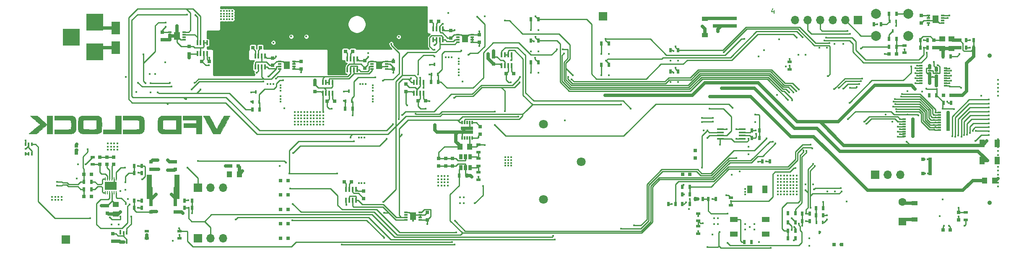
<source format=gbl>
G04 #@! TF.GenerationSoftware,KiCad,Pcbnew,(5.1.4)-1*
G04 #@! TF.CreationDate,2020-02-29T21:01:33-06:00*
G04 #@! TF.ProjectId,VFD_Clock,5646445f-436c-46f6-936b-2e6b69636164,rev?*
G04 #@! TF.SameCoordinates,Original*
G04 #@! TF.FileFunction,Copper,L4,Bot*
G04 #@! TF.FilePolarity,Positive*
%FSLAX46Y46*%
G04 Gerber Fmt 4.6, Leading zero omitted, Abs format (unit mm)*
G04 Created by KiCad (PCBNEW (5.1.4)-1) date 2020-02-29 21:01:33*
%MOMM*%
%LPD*%
G04 APERTURE LIST*
%ADD10C,0.200000*%
%ADD11C,0.010000*%
%ADD12R,1.000000X1.600000*%
%ADD13R,1.000000X1.250000*%
%ADD14C,0.889000*%
%ADD15R,1.250000X1.000000*%
%ADD16R,0.800000X0.750000*%
%ADD17R,0.500000X0.900000*%
%ADD18R,1.600000X1.600000*%
%ADD19C,1.600000*%
%ADD20R,0.750000X0.800000*%
%ADD21R,1.600000X1.000000*%
%ADD22R,1.000000X5.000000*%
%ADD23R,1.800000X2.500000*%
%ADD24R,1.200000X0.900000*%
%ADD25R,3.500000X3.500000*%
%ADD26O,1.700000X1.700000*%
%ADD27R,1.700000X1.700000*%
%ADD28R,0.450000X0.700000*%
%ADD29R,0.900000X0.500000*%
%ADD30R,0.800000X0.300000*%
%ADD31C,2.000000*%
%ADD32R,0.400000X1.060000*%
%ADD33R,0.750000X0.300000*%
%ADD34R,1.300000X1.500000*%
%ADD35R,1.240000X0.775000*%
%ADD36R,0.300000X0.650000*%
%ADD37R,0.400000X0.650000*%
%ADD38R,1.450000X0.450000*%
%ADD39R,0.250000X0.700000*%
%ADD40R,1.190000X0.830000*%
%ADD41C,1.800000*%
%ADD42R,0.650000X1.060000*%
%ADD43C,0.431800*%
%ADD44C,0.635000*%
%ADD45C,0.254000*%
G04 APERTURE END LIST*
D10*
X186562976Y-67413214D02*
X186562976Y-68079880D01*
X186324880Y-67032261D02*
X186086785Y-67746547D01*
X186705833Y-67746547D01*
D11*
G36*
X48041312Y-88809516D02*
G01*
X47697760Y-88810744D01*
X47412910Y-88813768D01*
X47179828Y-88819391D01*
X46991580Y-88828411D01*
X46841231Y-88841631D01*
X46721846Y-88859851D01*
X46626491Y-88883871D01*
X46548233Y-88914493D01*
X46480135Y-88952517D01*
X46415265Y-88998744D01*
X46349164Y-89051932D01*
X46277507Y-89113326D01*
X46219578Y-89172733D01*
X46173911Y-89238363D01*
X46139042Y-89318429D01*
X46113508Y-89421141D01*
X46095844Y-89554711D01*
X46084586Y-89727351D01*
X46078270Y-89947273D01*
X46075431Y-90222687D01*
X46074606Y-90561805D01*
X46074583Y-90591821D01*
X46075089Y-90876292D01*
X46076904Y-91141724D01*
X46079856Y-91378223D01*
X46083773Y-91575896D01*
X46088483Y-91724847D01*
X46093814Y-91815184D01*
X46096143Y-91832998D01*
X46143453Y-91946595D01*
X46233348Y-92075565D01*
X46346742Y-92197028D01*
X46464550Y-92288102D01*
X46485642Y-92299970D01*
X46571725Y-92341224D01*
X46662445Y-92375031D01*
X46766048Y-92402220D01*
X46890780Y-92423621D01*
X47044884Y-92440062D01*
X47236608Y-92452374D01*
X47474196Y-92461384D01*
X47765892Y-92467922D01*
X48119943Y-92472817D01*
X48214643Y-92473834D01*
X48520948Y-92476024D01*
X48818199Y-92476340D01*
X49094917Y-92474904D01*
X49339625Y-92471838D01*
X49540846Y-92467266D01*
X49687100Y-92461308D01*
X49738643Y-92457609D01*
X49947923Y-92435206D01*
X50104616Y-92410154D01*
X50228681Y-92377908D01*
X50340077Y-92333922D01*
X50391786Y-92308887D01*
X50530181Y-92216938D01*
X50660071Y-92093504D01*
X50758262Y-91962463D01*
X50788703Y-91900280D01*
X50800367Y-91831235D01*
X50810038Y-91693838D01*
X50817591Y-91492285D01*
X50822901Y-91230772D01*
X50825845Y-90913495D01*
X50826418Y-90630280D01*
X50825746Y-90280474D01*
X50823322Y-89995186D01*
X50817745Y-89766364D01*
X50817099Y-89754857D01*
X49793072Y-89754857D01*
X49793072Y-91492285D01*
X49702357Y-91538933D01*
X49658796Y-91552349D01*
X49582068Y-91562790D01*
X49465804Y-91570439D01*
X49303634Y-91575481D01*
X49089186Y-91578100D01*
X48816092Y-91578479D01*
X48477979Y-91576803D01*
X48408904Y-91576290D01*
X48080321Y-91573528D01*
X47816577Y-91570541D01*
X47609939Y-91566856D01*
X47452674Y-91561999D01*
X47337051Y-91555495D01*
X47255336Y-91546871D01*
X47199798Y-91535653D01*
X47162704Y-91521367D01*
X47136321Y-91503537D01*
X47129833Y-91497876D01*
X47104981Y-91472260D01*
X47086199Y-91439967D01*
X47072640Y-91391301D01*
X47063455Y-91316569D01*
X47057797Y-91206075D01*
X47054817Y-91050124D01*
X47053670Y-90839022D01*
X47053500Y-90624882D01*
X47054437Y-90348314D01*
X47057585Y-90135744D01*
X47063446Y-89978621D01*
X47072524Y-89868393D01*
X47085323Y-89796507D01*
X47102346Y-89754412D01*
X47104971Y-89750578D01*
X47122033Y-89731545D01*
X47147489Y-89716189D01*
X47188838Y-89704042D01*
X47253578Y-89694636D01*
X47349209Y-89687504D01*
X47483230Y-89682179D01*
X47663140Y-89678193D01*
X47896438Y-89675079D01*
X48190623Y-89672370D01*
X48384042Y-89670861D01*
X48738289Y-89668841D01*
X49026295Y-89668790D01*
X49254372Y-89670888D01*
X49428830Y-89675312D01*
X49555979Y-89682241D01*
X49642127Y-89691855D01*
X49693587Y-89704332D01*
X49702357Y-89708218D01*
X49793072Y-89754857D01*
X50817099Y-89754857D01*
X50807615Y-89585957D01*
X50791530Y-89445910D01*
X50768089Y-89338173D01*
X50735892Y-89254694D01*
X50693539Y-89187419D01*
X50639627Y-89128297D01*
X50572756Y-89069276D01*
X50551836Y-89051932D01*
X50483499Y-88997022D01*
X50418633Y-88951088D01*
X50350303Y-88913330D01*
X50271575Y-88882947D01*
X50175514Y-88859138D01*
X50055187Y-88841102D01*
X49903658Y-88828039D01*
X49713993Y-88819147D01*
X49479258Y-88813627D01*
X49192519Y-88810677D01*
X48846840Y-88809497D01*
X48450500Y-88809285D01*
X48041312Y-88809516D01*
X48041312Y-88809516D01*
G37*
X48041312Y-88809516D02*
X47697760Y-88810744D01*
X47412910Y-88813768D01*
X47179828Y-88819391D01*
X46991580Y-88828411D01*
X46841231Y-88841631D01*
X46721846Y-88859851D01*
X46626491Y-88883871D01*
X46548233Y-88914493D01*
X46480135Y-88952517D01*
X46415265Y-88998744D01*
X46349164Y-89051932D01*
X46277507Y-89113326D01*
X46219578Y-89172733D01*
X46173911Y-89238363D01*
X46139042Y-89318429D01*
X46113508Y-89421141D01*
X46095844Y-89554711D01*
X46084586Y-89727351D01*
X46078270Y-89947273D01*
X46075431Y-90222687D01*
X46074606Y-90561805D01*
X46074583Y-90591821D01*
X46075089Y-90876292D01*
X46076904Y-91141724D01*
X46079856Y-91378223D01*
X46083773Y-91575896D01*
X46088483Y-91724847D01*
X46093814Y-91815184D01*
X46096143Y-91832998D01*
X46143453Y-91946595D01*
X46233348Y-92075565D01*
X46346742Y-92197028D01*
X46464550Y-92288102D01*
X46485642Y-92299970D01*
X46571725Y-92341224D01*
X46662445Y-92375031D01*
X46766048Y-92402220D01*
X46890780Y-92423621D01*
X47044884Y-92440062D01*
X47236608Y-92452374D01*
X47474196Y-92461384D01*
X47765892Y-92467922D01*
X48119943Y-92472817D01*
X48214643Y-92473834D01*
X48520948Y-92476024D01*
X48818199Y-92476340D01*
X49094917Y-92474904D01*
X49339625Y-92471838D01*
X49540846Y-92467266D01*
X49687100Y-92461308D01*
X49738643Y-92457609D01*
X49947923Y-92435206D01*
X50104616Y-92410154D01*
X50228681Y-92377908D01*
X50340077Y-92333922D01*
X50391786Y-92308887D01*
X50530181Y-92216938D01*
X50660071Y-92093504D01*
X50758262Y-91962463D01*
X50788703Y-91900280D01*
X50800367Y-91831235D01*
X50810038Y-91693838D01*
X50817591Y-91492285D01*
X50822901Y-91230772D01*
X50825845Y-90913495D01*
X50826418Y-90630280D01*
X50825746Y-90280474D01*
X50823322Y-89995186D01*
X50817745Y-89766364D01*
X50817099Y-89754857D01*
X49793072Y-89754857D01*
X49793072Y-91492285D01*
X49702357Y-91538933D01*
X49658796Y-91552349D01*
X49582068Y-91562790D01*
X49465804Y-91570439D01*
X49303634Y-91575481D01*
X49089186Y-91578100D01*
X48816092Y-91578479D01*
X48477979Y-91576803D01*
X48408904Y-91576290D01*
X48080321Y-91573528D01*
X47816577Y-91570541D01*
X47609939Y-91566856D01*
X47452674Y-91561999D01*
X47337051Y-91555495D01*
X47255336Y-91546871D01*
X47199798Y-91535653D01*
X47162704Y-91521367D01*
X47136321Y-91503537D01*
X47129833Y-91497876D01*
X47104981Y-91472260D01*
X47086199Y-91439967D01*
X47072640Y-91391301D01*
X47063455Y-91316569D01*
X47057797Y-91206075D01*
X47054817Y-91050124D01*
X47053670Y-90839022D01*
X47053500Y-90624882D01*
X47054437Y-90348314D01*
X47057585Y-90135744D01*
X47063446Y-89978621D01*
X47072524Y-89868393D01*
X47085323Y-89796507D01*
X47102346Y-89754412D01*
X47104971Y-89750578D01*
X47122033Y-89731545D01*
X47147489Y-89716189D01*
X47188838Y-89704042D01*
X47253578Y-89694636D01*
X47349209Y-89687504D01*
X47483230Y-89682179D01*
X47663140Y-89678193D01*
X47896438Y-89675079D01*
X48190623Y-89672370D01*
X48384042Y-89670861D01*
X48738289Y-89668841D01*
X49026295Y-89668790D01*
X49254372Y-89670888D01*
X49428830Y-89675312D01*
X49555979Y-89682241D01*
X49642127Y-89691855D01*
X49693587Y-89704332D01*
X49702357Y-89708218D01*
X49793072Y-89754857D01*
X50817099Y-89754857D01*
X50807615Y-89585957D01*
X50791530Y-89445910D01*
X50768089Y-89338173D01*
X50735892Y-89254694D01*
X50693539Y-89187419D01*
X50639627Y-89128297D01*
X50572756Y-89069276D01*
X50551836Y-89051932D01*
X50483499Y-88997022D01*
X50418633Y-88951088D01*
X50350303Y-88913330D01*
X50271575Y-88882947D01*
X50175514Y-88859138D01*
X50055187Y-88841102D01*
X49903658Y-88828039D01*
X49713993Y-88819147D01*
X49479258Y-88813627D01*
X49192519Y-88810677D01*
X48846840Y-88809497D01*
X48450500Y-88809285D01*
X48041312Y-88809516D01*
G36*
X75912433Y-88790622D02*
G01*
X75745880Y-88797037D01*
X75607546Y-88807288D01*
X75511814Y-88821349D01*
X75474500Y-88836499D01*
X75450147Y-88877483D01*
X75395588Y-88975569D01*
X75314616Y-89123747D01*
X75211023Y-89315005D01*
X75088603Y-89542331D01*
X74951148Y-89798713D01*
X74802451Y-90077139D01*
X74738491Y-90197214D01*
X74587118Y-90480640D01*
X74445970Y-90743067D01*
X74318725Y-90977794D01*
X74209060Y-91178119D01*
X74120653Y-91337341D01*
X74057184Y-91448759D01*
X74022330Y-91505670D01*
X74017005Y-91511717D01*
X73996012Y-91480539D01*
X73944763Y-91391783D01*
X73866865Y-91252055D01*
X73765929Y-91067960D01*
X73645565Y-90846104D01*
X73509383Y-90593094D01*
X73360992Y-90315535D01*
X73273460Y-90151003D01*
X72551277Y-88791142D01*
X71939960Y-88791142D01*
X71736469Y-88792981D01*
X71562279Y-88798086D01*
X71428941Y-88805839D01*
X71348006Y-88815621D01*
X71328643Y-88823864D01*
X71345594Y-88860357D01*
X71393889Y-88953324D01*
X71469686Y-89095766D01*
X71569148Y-89280684D01*
X71688433Y-89501079D01*
X71823702Y-89749953D01*
X71971115Y-90020306D01*
X72126833Y-90305139D01*
X72287016Y-90597455D01*
X72447824Y-90890253D01*
X72605418Y-91176535D01*
X72755958Y-91449302D01*
X72895603Y-91701555D01*
X73020515Y-91926296D01*
X73126853Y-92116525D01*
X73210779Y-92265243D01*
X73268452Y-92365453D01*
X73296032Y-92410153D01*
X73296417Y-92410642D01*
X73332007Y-92427710D01*
X73411781Y-92440357D01*
X73542537Y-92449002D01*
X73731076Y-92454064D01*
X73984198Y-92455962D01*
X74033412Y-92455999D01*
X74733581Y-92455999D01*
X74804169Y-92338071D01*
X74854909Y-92250305D01*
X74932419Y-92112280D01*
X75032863Y-91931090D01*
X75152404Y-91713828D01*
X75287207Y-91467590D01*
X75433434Y-91199468D01*
X75587251Y-90916557D01*
X75744821Y-90625951D01*
X75902308Y-90334743D01*
X76055875Y-90050028D01*
X76201687Y-89778899D01*
X76335907Y-89528450D01*
X76454699Y-89305776D01*
X76554228Y-89117971D01*
X76630656Y-88972127D01*
X76680148Y-88875340D01*
X76698868Y-88834703D01*
X76698929Y-88834211D01*
X76665096Y-88817041D01*
X76573186Y-88803868D01*
X76437582Y-88794667D01*
X76272667Y-88789411D01*
X76092823Y-88788071D01*
X75912433Y-88790622D01*
X75912433Y-88790622D01*
G37*
X75912433Y-88790622D02*
X75745880Y-88797037D01*
X75607546Y-88807288D01*
X75511814Y-88821349D01*
X75474500Y-88836499D01*
X75450147Y-88877483D01*
X75395588Y-88975569D01*
X75314616Y-89123747D01*
X75211023Y-89315005D01*
X75088603Y-89542331D01*
X74951148Y-89798713D01*
X74802451Y-90077139D01*
X74738491Y-90197214D01*
X74587118Y-90480640D01*
X74445970Y-90743067D01*
X74318725Y-90977794D01*
X74209060Y-91178119D01*
X74120653Y-91337341D01*
X74057184Y-91448759D01*
X74022330Y-91505670D01*
X74017005Y-91511717D01*
X73996012Y-91480539D01*
X73944763Y-91391783D01*
X73866865Y-91252055D01*
X73765929Y-91067960D01*
X73645565Y-90846104D01*
X73509383Y-90593094D01*
X73360992Y-90315535D01*
X73273460Y-90151003D01*
X72551277Y-88791142D01*
X71939960Y-88791142D01*
X71736469Y-88792981D01*
X71562279Y-88798086D01*
X71428941Y-88805839D01*
X71348006Y-88815621D01*
X71328643Y-88823864D01*
X71345594Y-88860357D01*
X71393889Y-88953324D01*
X71469686Y-89095766D01*
X71569148Y-89280684D01*
X71688433Y-89501079D01*
X71823702Y-89749953D01*
X71971115Y-90020306D01*
X72126833Y-90305139D01*
X72287016Y-90597455D01*
X72447824Y-90890253D01*
X72605418Y-91176535D01*
X72755958Y-91449302D01*
X72895603Y-91701555D01*
X73020515Y-91926296D01*
X73126853Y-92116525D01*
X73210779Y-92265243D01*
X73268452Y-92365453D01*
X73296032Y-92410153D01*
X73296417Y-92410642D01*
X73332007Y-92427710D01*
X73411781Y-92440357D01*
X73542537Y-92449002D01*
X73731076Y-92454064D01*
X73984198Y-92455962D01*
X74033412Y-92455999D01*
X74733581Y-92455999D01*
X74804169Y-92338071D01*
X74854909Y-92250305D01*
X74932419Y-92112280D01*
X75032863Y-91931090D01*
X75152404Y-91713828D01*
X75287207Y-91467590D01*
X75433434Y-91199468D01*
X75587251Y-90916557D01*
X75744821Y-90625951D01*
X75902308Y-90334743D01*
X76055875Y-90050028D01*
X76201687Y-89778899D01*
X76335907Y-89528450D01*
X76454699Y-89305776D01*
X76554228Y-89117971D01*
X76630656Y-88972127D01*
X76680148Y-88875340D01*
X76698868Y-88834703D01*
X76698929Y-88834211D01*
X76665096Y-88817041D01*
X76573186Y-88803868D01*
X76437582Y-88794667D01*
X76272667Y-88789411D01*
X76092823Y-88788071D01*
X75912433Y-88790622D01*
G36*
X67228357Y-89698285D02*
G01*
X69913500Y-89698285D01*
X69913500Y-90387714D01*
X67373500Y-90387714D01*
X67373500Y-91222285D01*
X69913500Y-91222285D01*
X69913500Y-92455999D01*
X71038357Y-92455999D01*
X71038357Y-88791142D01*
X67228357Y-88791142D01*
X67228357Y-89698285D01*
X67228357Y-89698285D01*
G37*
X67228357Y-89698285D02*
X69913500Y-89698285D01*
X69913500Y-90387714D01*
X67373500Y-90387714D01*
X67373500Y-91222285D01*
X69913500Y-91222285D01*
X69913500Y-92455999D01*
X71038357Y-92455999D01*
X71038357Y-88791142D01*
X67228357Y-88791142D01*
X67228357Y-89698285D01*
G36*
X64915143Y-88799876D02*
G01*
X64479863Y-88803393D01*
X64111038Y-88806984D01*
X63802552Y-88810865D01*
X63548288Y-88815249D01*
X63342130Y-88820349D01*
X63177961Y-88826380D01*
X63049665Y-88833555D01*
X62951126Y-88842088D01*
X62876228Y-88852193D01*
X62818853Y-88864083D01*
X62783357Y-88874396D01*
X62561918Y-88980580D01*
X62374652Y-89135921D01*
X62247090Y-89311724D01*
X62223901Y-89358004D01*
X62205512Y-89406219D01*
X62191257Y-89465230D01*
X62180470Y-89543896D01*
X62172486Y-89651077D01*
X62166638Y-89795632D01*
X62162262Y-89986422D01*
X62158692Y-90232305D01*
X62155361Y-90532679D01*
X62153052Y-90913604D01*
X62154711Y-91228234D01*
X62160303Y-91475066D01*
X62169791Y-91652594D01*
X62183139Y-91759315D01*
X62184773Y-91766394D01*
X62262343Y-91974893D01*
X62385866Y-92140036D01*
X62566017Y-92274486D01*
X62651546Y-92320164D01*
X62890538Y-92437857D01*
X64878019Y-92448655D01*
X66865500Y-92459452D01*
X66865500Y-91585142D01*
X65813215Y-91585142D01*
X64543215Y-91585142D01*
X64205702Y-91584989D01*
X63933267Y-91584259D01*
X63718413Y-91582548D01*
X63553646Y-91579450D01*
X63431471Y-91574560D01*
X63344393Y-91567472D01*
X63284917Y-91557783D01*
X63245550Y-91545087D01*
X63218795Y-91528978D01*
X63200643Y-91512571D01*
X63177052Y-91485026D01*
X63159201Y-91449387D01*
X63146295Y-91395975D01*
X63137537Y-91315108D01*
X63132134Y-91197104D01*
X63129288Y-91032284D01*
X63128206Y-90810966D01*
X63128072Y-90629195D01*
X63128362Y-90365961D01*
X63129791Y-90165652D01*
X63133195Y-90018622D01*
X63139411Y-89915223D01*
X63149276Y-89845809D01*
X63163627Y-89800735D01*
X63183300Y-89770354D01*
X63204402Y-89749266D01*
X63228616Y-89730796D01*
X63261303Y-89715805D01*
X63309973Y-89703840D01*
X63382140Y-89694451D01*
X63485313Y-89687186D01*
X63627007Y-89681593D01*
X63814731Y-89677220D01*
X64056000Y-89673617D01*
X64358323Y-89670331D01*
X64546973Y-89668554D01*
X65813215Y-89656966D01*
X65813215Y-91585142D01*
X66865500Y-91585142D01*
X66865500Y-88785162D01*
X64915143Y-88799876D01*
X64915143Y-88799876D01*
G37*
X64915143Y-88799876D02*
X64479863Y-88803393D01*
X64111038Y-88806984D01*
X63802552Y-88810865D01*
X63548288Y-88815249D01*
X63342130Y-88820349D01*
X63177961Y-88826380D01*
X63049665Y-88833555D01*
X62951126Y-88842088D01*
X62876228Y-88852193D01*
X62818853Y-88864083D01*
X62783357Y-88874396D01*
X62561918Y-88980580D01*
X62374652Y-89135921D01*
X62247090Y-89311724D01*
X62223901Y-89358004D01*
X62205512Y-89406219D01*
X62191257Y-89465230D01*
X62180470Y-89543896D01*
X62172486Y-89651077D01*
X62166638Y-89795632D01*
X62162262Y-89986422D01*
X62158692Y-90232305D01*
X62155361Y-90532679D01*
X62153052Y-90913604D01*
X62154711Y-91228234D01*
X62160303Y-91475066D01*
X62169791Y-91652594D01*
X62183139Y-91759315D01*
X62184773Y-91766394D01*
X62262343Y-91974893D01*
X62385866Y-92140036D01*
X62566017Y-92274486D01*
X62651546Y-92320164D01*
X62890538Y-92437857D01*
X64878019Y-92448655D01*
X66865500Y-92459452D01*
X66865500Y-91585142D01*
X65813215Y-91585142D01*
X64543215Y-91585142D01*
X64205702Y-91584989D01*
X63933267Y-91584259D01*
X63718413Y-91582548D01*
X63553646Y-91579450D01*
X63431471Y-91574560D01*
X63344393Y-91567472D01*
X63284917Y-91557783D01*
X63245550Y-91545087D01*
X63218795Y-91528978D01*
X63200643Y-91512571D01*
X63177052Y-91485026D01*
X63159201Y-91449387D01*
X63146295Y-91395975D01*
X63137537Y-91315108D01*
X63132134Y-91197104D01*
X63129288Y-91032284D01*
X63128206Y-90810966D01*
X63128072Y-90629195D01*
X63128362Y-90365961D01*
X63129791Y-90165652D01*
X63133195Y-90018622D01*
X63139411Y-89915223D01*
X63149276Y-89845809D01*
X63163627Y-89800735D01*
X63183300Y-89770354D01*
X63204402Y-89749266D01*
X63228616Y-89730796D01*
X63261303Y-89715805D01*
X63309973Y-89703840D01*
X63382140Y-89694451D01*
X63485313Y-89687186D01*
X63627007Y-89681593D01*
X63814731Y-89677220D01*
X64056000Y-89673617D01*
X64358323Y-89670331D01*
X64546973Y-89668554D01*
X65813215Y-89656966D01*
X65813215Y-91585142D01*
X66865500Y-91585142D01*
X66865500Y-88785162D01*
X64915143Y-88799876D01*
G36*
X55080598Y-89253785D02*
G01*
X55070409Y-89698285D01*
X56664078Y-89698285D01*
X57046916Y-89698431D01*
X57363830Y-89699048D01*
X57621468Y-89700403D01*
X57826476Y-89702766D01*
X57985501Y-89706405D01*
X58105192Y-89711588D01*
X58192195Y-89718584D01*
X58253158Y-89727660D01*
X58294727Y-89739086D01*
X58323550Y-89753129D01*
X58341371Y-89766000D01*
X58373664Y-89796035D01*
X58396878Y-89833556D01*
X58412978Y-89890754D01*
X58423932Y-89979824D01*
X58431704Y-90112956D01*
X58438261Y-90302344D01*
X58440542Y-90380996D01*
X58444440Y-90600886D01*
X58444263Y-90821199D01*
X58440287Y-91019535D01*
X58432792Y-91173490D01*
X58430347Y-91202985D01*
X58423193Y-91290489D01*
X58415498Y-91363552D01*
X58401165Y-91423469D01*
X58374098Y-91471539D01*
X58328199Y-91509059D01*
X58257370Y-91537328D01*
X58155514Y-91557642D01*
X58016534Y-91571300D01*
X57834332Y-91579599D01*
X57602812Y-91583836D01*
X57315875Y-91585311D01*
X56967425Y-91585319D01*
X56634731Y-91585142D01*
X55072643Y-91585142D01*
X55072643Y-92455999D01*
X56769000Y-92452024D01*
X57118345Y-92450595D01*
X57449642Y-92448070D01*
X57754952Y-92444593D01*
X58026338Y-92440308D01*
X58255862Y-92435358D01*
X58435584Y-92429885D01*
X58557567Y-92424034D01*
X58610500Y-92418758D01*
X58869677Y-92343059D01*
X59071250Y-92229776D01*
X59222508Y-92073810D01*
X59303479Y-91934103D01*
X59328074Y-91879379D01*
X59347500Y-91826832D01*
X59362367Y-91767474D01*
X59373287Y-91692313D01*
X59380871Y-91592361D01*
X59385729Y-91458626D01*
X59388474Y-91282120D01*
X59389715Y-91053851D01*
X59390063Y-90764831D01*
X59390086Y-90659857D01*
X59388685Y-90309794D01*
X59384487Y-90009811D01*
X59377652Y-89764897D01*
X59368343Y-89580040D01*
X59356721Y-89460229D01*
X59350058Y-89426142D01*
X59272171Y-89263128D01*
X59139498Y-89107844D01*
X58969352Y-88976282D01*
X58779046Y-88884437D01*
X58755309Y-88876731D01*
X58699499Y-88861162D01*
X58638047Y-88848199D01*
X58564080Y-88837606D01*
X58470727Y-88829144D01*
X58351112Y-88822577D01*
X58198365Y-88817667D01*
X58005611Y-88814176D01*
X57765979Y-88811868D01*
X57472595Y-88810504D01*
X57118586Y-88809848D01*
X56814357Y-88809678D01*
X55090786Y-88809285D01*
X55080598Y-89253785D01*
X55080598Y-89253785D01*
G37*
X55080598Y-89253785D02*
X55070409Y-89698285D01*
X56664078Y-89698285D01*
X57046916Y-89698431D01*
X57363830Y-89699048D01*
X57621468Y-89700403D01*
X57826476Y-89702766D01*
X57985501Y-89706405D01*
X58105192Y-89711588D01*
X58192195Y-89718584D01*
X58253158Y-89727660D01*
X58294727Y-89739086D01*
X58323550Y-89753129D01*
X58341371Y-89766000D01*
X58373664Y-89796035D01*
X58396878Y-89833556D01*
X58412978Y-89890754D01*
X58423932Y-89979824D01*
X58431704Y-90112956D01*
X58438261Y-90302344D01*
X58440542Y-90380996D01*
X58444440Y-90600886D01*
X58444263Y-90821199D01*
X58440287Y-91019535D01*
X58432792Y-91173490D01*
X58430347Y-91202985D01*
X58423193Y-91290489D01*
X58415498Y-91363552D01*
X58401165Y-91423469D01*
X58374098Y-91471539D01*
X58328199Y-91509059D01*
X58257370Y-91537328D01*
X58155514Y-91557642D01*
X58016534Y-91571300D01*
X57834332Y-91579599D01*
X57602812Y-91583836D01*
X57315875Y-91585311D01*
X56967425Y-91585319D01*
X56634731Y-91585142D01*
X55072643Y-91585142D01*
X55072643Y-92455999D01*
X56769000Y-92452024D01*
X57118345Y-92450595D01*
X57449642Y-92448070D01*
X57754952Y-92444593D01*
X58026338Y-92440308D01*
X58255862Y-92435358D01*
X58435584Y-92429885D01*
X58557567Y-92424034D01*
X58610500Y-92418758D01*
X58869677Y-92343059D01*
X59071250Y-92229776D01*
X59222508Y-92073810D01*
X59303479Y-91934103D01*
X59328074Y-91879379D01*
X59347500Y-91826832D01*
X59362367Y-91767474D01*
X59373287Y-91692313D01*
X59380871Y-91592361D01*
X59385729Y-91458626D01*
X59388474Y-91282120D01*
X59389715Y-91053851D01*
X59390063Y-90764831D01*
X59390086Y-90659857D01*
X59388685Y-90309794D01*
X59384487Y-90009811D01*
X59377652Y-89764897D01*
X59368343Y-89580040D01*
X59356721Y-89460229D01*
X59350058Y-89426142D01*
X59272171Y-89263128D01*
X59139498Y-89107844D01*
X58969352Y-88976282D01*
X58779046Y-88884437D01*
X58755309Y-88876731D01*
X58699499Y-88861162D01*
X58638047Y-88848199D01*
X58564080Y-88837606D01*
X58470727Y-88829144D01*
X58351112Y-88822577D01*
X58198365Y-88817667D01*
X58005611Y-88814176D01*
X57765979Y-88811868D01*
X57472595Y-88810504D01*
X57118586Y-88809848D01*
X56814357Y-88809678D01*
X55090786Y-88809285D01*
X55080598Y-89253785D01*
G36*
X53593569Y-90197214D02*
G01*
X53584066Y-91585142D01*
X51117500Y-91585142D01*
X51117500Y-92455999D01*
X54746743Y-92455999D01*
X54727929Y-88809285D01*
X53603072Y-88809285D01*
X53593569Y-90197214D01*
X53593569Y-90197214D01*
G37*
X53593569Y-90197214D02*
X53584066Y-91585142D01*
X51117500Y-91585142D01*
X51117500Y-92455999D01*
X54746743Y-92455999D01*
X54727929Y-88809285D01*
X53603072Y-88809285D01*
X53593569Y-90197214D01*
G36*
X41281838Y-89698285D02*
G01*
X42875506Y-89698285D01*
X43258344Y-89698431D01*
X43575259Y-89699048D01*
X43832896Y-89700403D01*
X44037904Y-89702766D01*
X44196930Y-89706405D01*
X44316621Y-89711588D01*
X44403624Y-89718584D01*
X44464586Y-89727660D01*
X44506155Y-89739086D01*
X44534978Y-89753129D01*
X44552799Y-89766000D01*
X44585092Y-89796035D01*
X44608306Y-89833556D01*
X44624407Y-89890754D01*
X44635360Y-89979824D01*
X44643132Y-90112956D01*
X44649689Y-90302344D01*
X44651971Y-90380996D01*
X44655869Y-90600886D01*
X44655691Y-90821199D01*
X44651716Y-91019535D01*
X44644220Y-91173490D01*
X44641776Y-91202985D01*
X44634621Y-91290489D01*
X44626926Y-91363552D01*
X44612594Y-91423469D01*
X44585527Y-91471539D01*
X44539627Y-91509059D01*
X44468798Y-91537328D01*
X44366942Y-91557642D01*
X44227962Y-91571300D01*
X44045761Y-91579599D01*
X43814240Y-91583836D01*
X43527303Y-91585311D01*
X43178853Y-91585319D01*
X42846159Y-91585142D01*
X41284072Y-91585142D01*
X41284072Y-92455999D01*
X42980429Y-92452024D01*
X43329774Y-92450595D01*
X43661071Y-92448070D01*
X43966381Y-92444593D01*
X44237767Y-92440308D01*
X44467290Y-92435358D01*
X44647013Y-92429885D01*
X44768996Y-92424034D01*
X44821929Y-92418758D01*
X45081106Y-92343059D01*
X45282678Y-92229776D01*
X45433937Y-92073810D01*
X45514908Y-91934103D01*
X45539503Y-91879379D01*
X45558928Y-91826832D01*
X45573796Y-91767474D01*
X45584716Y-91692313D01*
X45592299Y-91592361D01*
X45597158Y-91458626D01*
X45599902Y-91282120D01*
X45601143Y-91053851D01*
X45601492Y-90764831D01*
X45601515Y-90659857D01*
X45600114Y-90309794D01*
X45595915Y-90009811D01*
X45589081Y-89764897D01*
X45579771Y-89580040D01*
X45568150Y-89460229D01*
X45561486Y-89426142D01*
X45483600Y-89263128D01*
X45350927Y-89107844D01*
X45180781Y-88976282D01*
X44990474Y-88884437D01*
X44966738Y-88876731D01*
X44910927Y-88861162D01*
X44849475Y-88848199D01*
X44775509Y-88837606D01*
X44682155Y-88829144D01*
X44562541Y-88822577D01*
X44409793Y-88817667D01*
X44217040Y-88814176D01*
X43977407Y-88811868D01*
X43684023Y-88810504D01*
X43330014Y-88809848D01*
X43025786Y-88809678D01*
X41302214Y-88809285D01*
X41281838Y-89698285D01*
X41281838Y-89698285D01*
G37*
X41281838Y-89698285D02*
X42875506Y-89698285D01*
X43258344Y-89698431D01*
X43575259Y-89699048D01*
X43832896Y-89700403D01*
X44037904Y-89702766D01*
X44196930Y-89706405D01*
X44316621Y-89711588D01*
X44403624Y-89718584D01*
X44464586Y-89727660D01*
X44506155Y-89739086D01*
X44534978Y-89753129D01*
X44552799Y-89766000D01*
X44585092Y-89796035D01*
X44608306Y-89833556D01*
X44624407Y-89890754D01*
X44635360Y-89979824D01*
X44643132Y-90112956D01*
X44649689Y-90302344D01*
X44651971Y-90380996D01*
X44655869Y-90600886D01*
X44655691Y-90821199D01*
X44651716Y-91019535D01*
X44644220Y-91173490D01*
X44641776Y-91202985D01*
X44634621Y-91290489D01*
X44626926Y-91363552D01*
X44612594Y-91423469D01*
X44585527Y-91471539D01*
X44539627Y-91509059D01*
X44468798Y-91537328D01*
X44366942Y-91557642D01*
X44227962Y-91571300D01*
X44045761Y-91579599D01*
X43814240Y-91583836D01*
X43527303Y-91585311D01*
X43178853Y-91585319D01*
X42846159Y-91585142D01*
X41284072Y-91585142D01*
X41284072Y-92455999D01*
X42980429Y-92452024D01*
X43329774Y-92450595D01*
X43661071Y-92448070D01*
X43966381Y-92444593D01*
X44237767Y-92440308D01*
X44467290Y-92435358D01*
X44647013Y-92429885D01*
X44768996Y-92424034D01*
X44821929Y-92418758D01*
X45081106Y-92343059D01*
X45282678Y-92229776D01*
X45433937Y-92073810D01*
X45514908Y-91934103D01*
X45539503Y-91879379D01*
X45558928Y-91826832D01*
X45573796Y-91767474D01*
X45584716Y-91692313D01*
X45592299Y-91592361D01*
X45597158Y-91458626D01*
X45599902Y-91282120D01*
X45601143Y-91053851D01*
X45601492Y-90764831D01*
X45601515Y-90659857D01*
X45600114Y-90309794D01*
X45595915Y-90009811D01*
X45589081Y-89764897D01*
X45579771Y-89580040D01*
X45568150Y-89460229D01*
X45561486Y-89426142D01*
X45483600Y-89263128D01*
X45350927Y-89107844D01*
X45180781Y-88976282D01*
X44990474Y-88884437D01*
X44966738Y-88876731D01*
X44910927Y-88861162D01*
X44849475Y-88848199D01*
X44775509Y-88837606D01*
X44682155Y-88829144D01*
X44562541Y-88822577D01*
X44409793Y-88817667D01*
X44217040Y-88814176D01*
X43977407Y-88811868D01*
X43684023Y-88810504D01*
X43330014Y-88809848D01*
X43025786Y-88809678D01*
X41302214Y-88809285D01*
X41281838Y-89698285D01*
G36*
X40331572Y-88799269D02*
G01*
X39778214Y-88809285D01*
X39768486Y-89671071D01*
X39765034Y-89912465D01*
X39760562Y-90127765D01*
X39755391Y-90307002D01*
X39749844Y-90440209D01*
X39744242Y-90517417D01*
X39740658Y-90532857D01*
X39710525Y-90509368D01*
X39632834Y-90442548D01*
X39513745Y-90337865D01*
X39359413Y-90200786D01*
X39175998Y-90036779D01*
X38969656Y-89851313D01*
X38759968Y-89662000D01*
X37797378Y-88791142D01*
X37070272Y-88791142D01*
X36838140Y-88792699D01*
X36641453Y-88797089D01*
X36489320Y-88803896D01*
X36390851Y-88812701D01*
X36355157Y-88823088D01*
X36355262Y-88823913D01*
X36384903Y-88854077D01*
X36463867Y-88925363D01*
X36585834Y-89032306D01*
X36744483Y-89169441D01*
X36933494Y-89331303D01*
X37146546Y-89512427D01*
X37365214Y-89697154D01*
X37594916Y-89891142D01*
X37806341Y-90070686D01*
X37993217Y-90230385D01*
X38149272Y-90364835D01*
X38268235Y-90468636D01*
X38343833Y-90536383D01*
X38369779Y-90562455D01*
X38343749Y-90588474D01*
X38267940Y-90654184D01*
X38149261Y-90753965D01*
X37994622Y-90882195D01*
X37810931Y-91033255D01*
X37605097Y-91201523D01*
X37384029Y-91381379D01*
X37154636Y-91567202D01*
X36923827Y-91753371D01*
X36698510Y-91934267D01*
X36485595Y-92104267D01*
X36291991Y-92257752D01*
X36124606Y-92389101D01*
X36121280Y-92391693D01*
X36098593Y-92411857D01*
X36094348Y-92427178D01*
X36116412Y-92438332D01*
X36172648Y-92445994D01*
X36270922Y-92450840D01*
X36419099Y-92453543D01*
X36625044Y-92454780D01*
X36860958Y-92455193D01*
X37681131Y-92455999D01*
X39741929Y-90581347D01*
X39761277Y-92455999D01*
X40884929Y-92455999D01*
X40884929Y-88789252D01*
X40331572Y-88799269D01*
X40331572Y-88799269D01*
G37*
X40331572Y-88799269D02*
X39778214Y-88809285D01*
X39768486Y-89671071D01*
X39765034Y-89912465D01*
X39760562Y-90127765D01*
X39755391Y-90307002D01*
X39749844Y-90440209D01*
X39744242Y-90517417D01*
X39740658Y-90532857D01*
X39710525Y-90509368D01*
X39632834Y-90442548D01*
X39513745Y-90337865D01*
X39359413Y-90200786D01*
X39175998Y-90036779D01*
X38969656Y-89851313D01*
X38759968Y-89662000D01*
X37797378Y-88791142D01*
X37070272Y-88791142D01*
X36838140Y-88792699D01*
X36641453Y-88797089D01*
X36489320Y-88803896D01*
X36390851Y-88812701D01*
X36355157Y-88823088D01*
X36355262Y-88823913D01*
X36384903Y-88854077D01*
X36463867Y-88925363D01*
X36585834Y-89032306D01*
X36744483Y-89169441D01*
X36933494Y-89331303D01*
X37146546Y-89512427D01*
X37365214Y-89697154D01*
X37594916Y-89891142D01*
X37806341Y-90070686D01*
X37993217Y-90230385D01*
X38149272Y-90364835D01*
X38268235Y-90468636D01*
X38343833Y-90536383D01*
X38369779Y-90562455D01*
X38343749Y-90588474D01*
X38267940Y-90654184D01*
X38149261Y-90753965D01*
X37994622Y-90882195D01*
X37810931Y-91033255D01*
X37605097Y-91201523D01*
X37384029Y-91381379D01*
X37154636Y-91567202D01*
X36923827Y-91753371D01*
X36698510Y-91934267D01*
X36485595Y-92104267D01*
X36291991Y-92257752D01*
X36124606Y-92389101D01*
X36121280Y-92391693D01*
X36098593Y-92411857D01*
X36094348Y-92427178D01*
X36116412Y-92438332D01*
X36172648Y-92445994D01*
X36270922Y-92450840D01*
X36419099Y-92453543D01*
X36625044Y-92454780D01*
X36860958Y-92455193D01*
X37681131Y-92455999D01*
X39741929Y-90581347D01*
X39761277Y-92455999D01*
X40884929Y-92455999D01*
X40884929Y-88789252D01*
X40331572Y-88799269D01*
D12*
X228624000Y-94424500D03*
X231624000Y-94424500D03*
X231624000Y-97917000D03*
X228624000Y-97917000D03*
D13*
X229124000Y-101917500D03*
X231124000Y-101917500D03*
D14*
X230085900Y-76650850D03*
X230085900Y-106445050D03*
D15*
X220535500Y-75231500D03*
X220535500Y-73231500D03*
D16*
X218110500Y-100520500D03*
X216610500Y-100520500D03*
X218110500Y-97599500D03*
X216610500Y-97599500D03*
X222174500Y-111950500D03*
X220674500Y-111950500D03*
D12*
X181697500Y-103759000D03*
X184697500Y-103759000D03*
D17*
X117296500Y-81978500D03*
X118796500Y-81978500D03*
X99961000Y-87376000D03*
X101461000Y-87376000D03*
D18*
X212534500Y-110236000D03*
D19*
X212534500Y-106236000D03*
D16*
X71005000Y-77787500D03*
X72505000Y-77787500D03*
D20*
X68516500Y-74751500D03*
X68516500Y-76251500D03*
X63055500Y-71894000D03*
X63055500Y-73394000D03*
X85344000Y-77101000D03*
X85344000Y-78601000D03*
X91122500Y-77799500D03*
X91122500Y-79299500D03*
D16*
X96341500Y-85852000D03*
X97841500Y-85852000D03*
D20*
X93853000Y-82435000D03*
X93853000Y-83935000D03*
D16*
X101524500Y-75755500D03*
X100024500Y-75755500D03*
D20*
X103949500Y-77672500D03*
X103949500Y-79172500D03*
X109728000Y-77799500D03*
X109728000Y-79299500D03*
D16*
X114693000Y-85788500D03*
X116193000Y-85788500D03*
D20*
X112268000Y-83871500D03*
X112268000Y-82371500D03*
D16*
X117360000Y-69659500D03*
X118860000Y-69659500D03*
D20*
X121285000Y-73076500D03*
X121285000Y-71576500D03*
X127063500Y-73902000D03*
X127063500Y-72402000D03*
D16*
X133973000Y-80264000D03*
X132473000Y-80264000D03*
D20*
X129984500Y-76847000D03*
X129984500Y-78347000D03*
X118872000Y-97484500D03*
X118872000Y-98984500D03*
X120269000Y-97484500D03*
X120269000Y-98984500D03*
X121666000Y-98984500D03*
X121666000Y-97484500D03*
D16*
X99770500Y-102171500D03*
X101270500Y-102171500D03*
D20*
X116586000Y-108406500D03*
X116586000Y-109906500D03*
X103695500Y-105588500D03*
X103695500Y-104088500D03*
X127254000Y-91007500D03*
X127254000Y-92507500D03*
D21*
X178498500Y-112815500D03*
X178498500Y-109815500D03*
X184912000Y-109815500D03*
X184912000Y-112815500D03*
D16*
X209816000Y-76327000D03*
X211316000Y-76327000D03*
D20*
X223837500Y-109906500D03*
X223837500Y-108406500D03*
X216281000Y-68528500D03*
X216281000Y-70028500D03*
D16*
X168096500Y-100711000D03*
X169596500Y-100711000D03*
D20*
X170688000Y-95833500D03*
X170688000Y-97333500D03*
D16*
X78347000Y-98996500D03*
X76847000Y-98996500D03*
D13*
X78597000Y-100647500D03*
X76597000Y-100647500D03*
D16*
X86943500Y-104838500D03*
X88443500Y-104838500D03*
X88443500Y-107759500D03*
X86943500Y-107759500D03*
X86943500Y-110680500D03*
X88443500Y-110680500D03*
X86943500Y-113601500D03*
X88443500Y-113601500D03*
X88443500Y-101917500D03*
X86943500Y-101917500D03*
D20*
X177355500Y-69100000D03*
X177355500Y-70600000D03*
X175958500Y-70600000D03*
X175958500Y-69100000D03*
X174561500Y-69100000D03*
X174561500Y-70600000D03*
X178752500Y-69100000D03*
X178752500Y-70600000D03*
X50482500Y-97167000D03*
X50482500Y-98667000D03*
X52006500Y-107009500D03*
X52006500Y-108509500D03*
X53276500Y-98667000D03*
X53276500Y-97167000D03*
D15*
X53657500Y-106759500D03*
X53657500Y-108759500D03*
D20*
X51879500Y-97167000D03*
X51879500Y-98667000D03*
D16*
X48756000Y-105156000D03*
X47256000Y-105156000D03*
X47256000Y-100711000D03*
X48756000Y-100711000D03*
D20*
X45720000Y-94881000D03*
X45720000Y-96381000D03*
X65722500Y-106755500D03*
X65722500Y-108255500D03*
X65722500Y-98119500D03*
X65722500Y-99619500D03*
D22*
X66046000Y-103187500D03*
X60446000Y-103187500D03*
D20*
X60769500Y-108255500D03*
X60769500Y-106755500D03*
X60769500Y-99619500D03*
X60769500Y-98119500D03*
D16*
X222301500Y-84709000D03*
X220801500Y-84709000D03*
D20*
X218884500Y-74981500D03*
X218884500Y-73481500D03*
X224091500Y-74981500D03*
X224091500Y-73481500D03*
D15*
X222440500Y-75231500D03*
X222440500Y-73231500D03*
D23*
X53657500Y-75025000D03*
X53657500Y-71025000D03*
D24*
X214947500Y-109854000D03*
X214947500Y-106554000D03*
X172656500Y-72452500D03*
X172656500Y-69152500D03*
D25*
X49403000Y-75882500D03*
X49403000Y-69882500D03*
X44703000Y-72882500D03*
D26*
X190788001Y-69444499D03*
X193328001Y-69444499D03*
X195868001Y-69444499D03*
X198408001Y-69444499D03*
X200948001Y-69444499D03*
D27*
X203488001Y-69444499D03*
D26*
X75374500Y-103378000D03*
X72834500Y-103378000D03*
D27*
X70294500Y-103378000D03*
X70294500Y-113601500D03*
D26*
X72834500Y-113601500D03*
X75374500Y-113601500D03*
D28*
X81978500Y-84026500D03*
X81328500Y-86026500D03*
X82628500Y-86026500D03*
X100711000Y-83836000D03*
X100061000Y-85836000D03*
X101361000Y-85836000D03*
X118696500Y-80438500D03*
X117396500Y-80438500D03*
X118046500Y-78438500D03*
X209916000Y-69675500D03*
X211216000Y-69675500D03*
X210566000Y-71675500D03*
X195770500Y-112442500D03*
X196420500Y-110442500D03*
X195120500Y-110442500D03*
D29*
X126873000Y-94690500D03*
X126873000Y-96190500D03*
X126873000Y-98984500D03*
X126873000Y-97484500D03*
X126873000Y-101778500D03*
X126873000Y-100278500D03*
D17*
X123011500Y-100965000D03*
X124511500Y-100965000D03*
D29*
X171259500Y-108597000D03*
X171259500Y-110097000D03*
X171259500Y-111200500D03*
X171259500Y-112700500D03*
D17*
X174803500Y-105664000D03*
X173303500Y-105664000D03*
X170700000Y-105664000D03*
X172200000Y-105664000D03*
D29*
X177863500Y-106922000D03*
X177863500Y-105422000D03*
D17*
X182042500Y-114363500D03*
X180542500Y-114363500D03*
X82728500Y-87566500D03*
X81228500Y-87566500D03*
X165227000Y-106680000D03*
X166727000Y-106680000D03*
X168033000Y-106680000D03*
X169533000Y-106680000D03*
X169533000Y-103187500D03*
X168033000Y-103187500D03*
X169533000Y-104711500D03*
X168033000Y-104711500D03*
X189369000Y-108521500D03*
X190869000Y-108521500D03*
X190869000Y-110426500D03*
X189369000Y-110426500D03*
X190869000Y-113665000D03*
X189369000Y-113665000D03*
X189369000Y-112141000D03*
X190869000Y-112141000D03*
X209816000Y-68135500D03*
X211316000Y-68135500D03*
X208204500Y-70294500D03*
X206704500Y-70294500D03*
X209816000Y-73279000D03*
X211316000Y-73279000D03*
D29*
X212915500Y-74561000D03*
X212915500Y-76061000D03*
D17*
X209816000Y-74866500D03*
X211316000Y-74866500D03*
D29*
X189738000Y-77926500D03*
X189738000Y-79426500D03*
D17*
X185725500Y-98044000D03*
X184225500Y-98044000D03*
D29*
X225298000Y-109906500D03*
X225298000Y-108406500D03*
D17*
X138989500Y-69278500D03*
X137489500Y-69278500D03*
X138989500Y-77978000D03*
X137489500Y-77978000D03*
X137489500Y-73596500D03*
X138989500Y-73596500D03*
X165683500Y-75501500D03*
X167183500Y-75501500D03*
X153213500Y-74168000D03*
X151713500Y-74168000D03*
X165683500Y-79819500D03*
X167183500Y-79819500D03*
X151713500Y-78486000D03*
X153213500Y-78486000D03*
X182130000Y-91821000D03*
X183630000Y-91821000D03*
X182130000Y-93281500D03*
X183630000Y-93281500D03*
D29*
X49022000Y-97167000D03*
X49022000Y-98667000D03*
D17*
X48756000Y-103695500D03*
X47256000Y-103695500D03*
X47256000Y-102171500D03*
X48756000Y-102171500D03*
X69076000Y-107442000D03*
X67576000Y-107442000D03*
X67576000Y-105981500D03*
X69076000Y-105981500D03*
D29*
X66548000Y-113653000D03*
X66548000Y-112153000D03*
X59944000Y-113653000D03*
X59944000Y-112153000D03*
D17*
X57416000Y-98996500D03*
X58916000Y-98996500D03*
X57416000Y-105981500D03*
X58916000Y-105981500D03*
X58916000Y-100457000D03*
X57416000Y-100457000D03*
X58916000Y-107442000D03*
X57416000Y-107442000D03*
X196520500Y-107505500D03*
X195020500Y-107505500D03*
X196520500Y-108966000D03*
X195020500Y-108966000D03*
X192290000Y-108648500D03*
X193790000Y-108648500D03*
X193790000Y-110172500D03*
X192290000Y-110172500D03*
X222301500Y-86169500D03*
X220801500Y-86169500D03*
X217602500Y-73469500D03*
X216102500Y-73469500D03*
X216102500Y-74993500D03*
X217602500Y-74993500D03*
X222238000Y-76771500D03*
X220738000Y-76771500D03*
X219380500Y-84645500D03*
X217880500Y-84645500D03*
X225373500Y-74993500D03*
X226873500Y-74993500D03*
X226873500Y-73469500D03*
X225373500Y-73469500D03*
D30*
X221753000Y-88166000D03*
X219953000Y-88166000D03*
X221753000Y-91666000D03*
X219953000Y-91666000D03*
X221753000Y-88666000D03*
X221753000Y-89166000D03*
X221753000Y-89666000D03*
X221753000Y-90166000D03*
X221753000Y-90666000D03*
X221753000Y-91166000D03*
X219953000Y-88666000D03*
X219953000Y-89166000D03*
X219953000Y-89666000D03*
X219953000Y-90666000D03*
X219953000Y-90166000D03*
X219953000Y-91166000D03*
X214641000Y-89499500D03*
X212841000Y-89499500D03*
X214641000Y-92999500D03*
X212841000Y-92999500D03*
X214641000Y-89999500D03*
X214641000Y-90499500D03*
X214641000Y-90999500D03*
X214641000Y-91499500D03*
X214641000Y-91999500D03*
X214641000Y-92499500D03*
X212841000Y-89999500D03*
X212841000Y-90499500D03*
X212841000Y-90999500D03*
X212841000Y-91999500D03*
X212841000Y-91499500D03*
X212841000Y-92499500D03*
X216206500Y-81704500D03*
X216206500Y-80704500D03*
X216206500Y-81204500D03*
X216206500Y-80204500D03*
X216206500Y-79704500D03*
X216206500Y-79204500D03*
X218006500Y-81704500D03*
X218006500Y-81204500D03*
X218006500Y-80704500D03*
X218006500Y-80204500D03*
X218006500Y-79704500D03*
X218006500Y-79204500D03*
X216206500Y-82204500D03*
X218006500Y-82204500D03*
X216206500Y-78704500D03*
X218006500Y-78704500D03*
X221181500Y-79712500D03*
X221181500Y-80712500D03*
X221181500Y-80212500D03*
X221181500Y-81212500D03*
X221181500Y-81712500D03*
X221181500Y-82212500D03*
X219381500Y-79712500D03*
X219381500Y-80212500D03*
X219381500Y-80712500D03*
X219381500Y-81212500D03*
X219381500Y-81712500D03*
X219381500Y-82212500D03*
X221181500Y-79212500D03*
X219381500Y-79212500D03*
X221181500Y-82712500D03*
X219381500Y-82712500D03*
D31*
X213677500Y-68144000D03*
X213677500Y-72644000D03*
X207177500Y-68144000D03*
X207177500Y-72644000D03*
D27*
X152019000Y-68643500D03*
X43561000Y-113855500D03*
D32*
X72100000Y-74020500D03*
X71450000Y-74020500D03*
X70790000Y-74020500D03*
X70140000Y-74020500D03*
X70140000Y-76220500D03*
X70790000Y-76220500D03*
X71450000Y-76220500D03*
X72100000Y-76220500D03*
D33*
X67476499Y-71894000D03*
X67476499Y-72394000D03*
X67476499Y-72894000D03*
X67476499Y-73394000D03*
X64576499Y-73394000D03*
X64576499Y-72894000D03*
X64576499Y-72394000D03*
X64576499Y-71894000D03*
D34*
X66026499Y-72644000D03*
D32*
X81824000Y-76751000D03*
X82474000Y-76751000D03*
X83134000Y-76751000D03*
X83784000Y-76751000D03*
X83784000Y-78951000D03*
X83134000Y-78951000D03*
X82474000Y-78951000D03*
X81824000Y-78951000D03*
D33*
X86751500Y-79299500D03*
X86751500Y-78799500D03*
X86751500Y-78299500D03*
X86751500Y-77799500D03*
X89651500Y-77799500D03*
X89651500Y-78299500D03*
X89651500Y-78799500D03*
X89651500Y-79299500D03*
D34*
X88201500Y-78549500D03*
D32*
X97407499Y-84285000D03*
X96757499Y-84285000D03*
X96097499Y-84285000D03*
X95447499Y-84285000D03*
X95447499Y-82085000D03*
X96097499Y-82085000D03*
X96757499Y-82085000D03*
X97407499Y-82085000D03*
X100429500Y-77322500D03*
X101079500Y-77322500D03*
X101739500Y-77322500D03*
X102389500Y-77322500D03*
X102389500Y-79522500D03*
X101739500Y-79522500D03*
X101079500Y-79522500D03*
X100429500Y-79522500D03*
D34*
X106870500Y-78549500D03*
D33*
X108320500Y-79299500D03*
X108320500Y-78799500D03*
X108320500Y-78299500D03*
X108320500Y-77799500D03*
X105420500Y-77799500D03*
X105420500Y-78299500D03*
X105420500Y-78799500D03*
X105420500Y-79299500D03*
D32*
X115788000Y-84221500D03*
X115138000Y-84221500D03*
X114478000Y-84221500D03*
X113828000Y-84221500D03*
X113828000Y-82021500D03*
X114478000Y-82021500D03*
X115138000Y-82021500D03*
X115788000Y-82021500D03*
X117765000Y-71226500D03*
X118415000Y-71226500D03*
X119075000Y-71226500D03*
X119725000Y-71226500D03*
X119725000Y-73426500D03*
X119075000Y-73426500D03*
X118415000Y-73426500D03*
X117765000Y-73426500D03*
D33*
X122756000Y-73902000D03*
X122756000Y-73402000D03*
X122756000Y-72902000D03*
X122756000Y-72402000D03*
X125656000Y-72402000D03*
X125656000Y-72902000D03*
X125656000Y-73402000D03*
X125656000Y-73902000D03*
D34*
X124206000Y-73152000D03*
D32*
X133548499Y-76497000D03*
X132898499Y-76497000D03*
X132238499Y-76497000D03*
X131588499Y-76497000D03*
X131588499Y-78697000D03*
X132238499Y-78697000D03*
X132898499Y-78697000D03*
X133548499Y-78697000D03*
D34*
X113694501Y-109149499D03*
D33*
X115144501Y-109899499D03*
X115144501Y-109399499D03*
X115144501Y-108899499D03*
X115144501Y-108399499D03*
X112244501Y-108399499D03*
X112244501Y-108899499D03*
X112244501Y-109399499D03*
X112244501Y-109899499D03*
D32*
X100175500Y-105938500D03*
X100825500Y-105938500D03*
X101485500Y-105938500D03*
X102135500Y-105938500D03*
X102135500Y-103738500D03*
X101485500Y-103738500D03*
X100825500Y-103738500D03*
X100175500Y-103738500D03*
D35*
X125207000Y-92145000D03*
X123967000Y-92145000D03*
X125207000Y-91370000D03*
X123967000Y-91370000D03*
D36*
X125587000Y-90207500D03*
X125087000Y-90207500D03*
X124587000Y-90207500D03*
X124087000Y-90207500D03*
X123587000Y-90207500D03*
X123587000Y-93307500D03*
X124087000Y-93307500D03*
X124587000Y-93307500D03*
X125087000Y-93307500D03*
X125587000Y-93307500D03*
D34*
X219212999Y-69270001D03*
D33*
X217762999Y-68520001D03*
X217762999Y-69020001D03*
X217762999Y-69520001D03*
X217762999Y-70020001D03*
X220662999Y-70020001D03*
X220662999Y-69520001D03*
X220662999Y-69020001D03*
X220662999Y-68520001D03*
D37*
X36718000Y-96517500D03*
X35418000Y-96517500D03*
X36068000Y-94617500D03*
X36068000Y-96517500D03*
X35418000Y-94617500D03*
X36718000Y-94617500D03*
D38*
X175790500Y-91544500D03*
X175790500Y-92194500D03*
X175790500Y-92844500D03*
X175790500Y-93494500D03*
X180190500Y-93494500D03*
X180190500Y-92844500D03*
X180190500Y-92194500D03*
X180190500Y-91544500D03*
D39*
X51516500Y-101597000D03*
X51966500Y-101597000D03*
X52416500Y-101597000D03*
X52866500Y-101597000D03*
X53316500Y-101597000D03*
X53766500Y-101597000D03*
X53766500Y-104397000D03*
X53316500Y-104397000D03*
X52866500Y-104397000D03*
X52416500Y-104397000D03*
X51966500Y-104397000D03*
X51516500Y-104397000D03*
D40*
X53236500Y-103412000D03*
X52046500Y-103412000D03*
X53236500Y-102582000D03*
X52046500Y-102582000D03*
D37*
X55895000Y-114424500D03*
X54595000Y-114424500D03*
X55245000Y-112524500D03*
X55245000Y-114424500D03*
X54595000Y-112524500D03*
X55895000Y-112524500D03*
D41*
X147637500Y-98107500D03*
X140017500Y-90487500D03*
X140017500Y-105727500D03*
D27*
X207010000Y-100774500D03*
D26*
X209550000Y-100774500D03*
X212090000Y-100774500D03*
D20*
X53086000Y-114224500D03*
X53086000Y-112724500D03*
D42*
X123319500Y-97134500D03*
X124269500Y-97134500D03*
X125219500Y-97134500D03*
X125219500Y-99334500D03*
X123319500Y-99334500D03*
X124269500Y-99334500D03*
D13*
X125142500Y-95059500D03*
X123142500Y-95059500D03*
D16*
X200203500Y-114935000D03*
X198703500Y-114935000D03*
X82855500Y-74993500D03*
X81355500Y-74993500D03*
D43*
X118808500Y-101028500D03*
X86931500Y-82613500D03*
X221551500Y-89916000D03*
X214439500Y-91249500D03*
X220801500Y-84709000D03*
X218630500Y-80962500D03*
X210502500Y-90031000D03*
X189738000Y-77279500D03*
X192964500Y-76454000D03*
X197219000Y-75057000D03*
X198818500Y-74295000D03*
X183388000Y-98107500D03*
X181419500Y-96571500D03*
X182816500Y-90094500D03*
X179641500Y-100088000D03*
X194425000Y-102743000D03*
X197370000Y-104140000D03*
X187630500Y-73342500D03*
X219212999Y-69270001D03*
X216281000Y-70028500D03*
X86743500Y-98996500D03*
X60537000Y-80391000D03*
X61637000Y-80391000D03*
X63690500Y-77978000D03*
X87751500Y-78099500D03*
X88651500Y-78099500D03*
X88651500Y-78999500D03*
X87751500Y-78999500D03*
X88201500Y-78549500D03*
X106418000Y-78099500D03*
X107318000Y-78099500D03*
X107318000Y-78999500D03*
X106418000Y-78999500D03*
X106870500Y-78549500D03*
X123751000Y-72702000D03*
X124651000Y-72702000D03*
X124651000Y-73602000D03*
X123751000Y-73602000D03*
X124206000Y-73152000D03*
X60706000Y-84074000D03*
X57785000Y-84010500D03*
X137489500Y-75755500D03*
X137489500Y-80137000D03*
X151713500Y-80645000D03*
X151713500Y-76327000D03*
X165683500Y-81978500D03*
X165683500Y-77660500D03*
X181673500Y-111315500D03*
X180721000Y-110744000D03*
X182626000Y-110744000D03*
X182626000Y-111887000D03*
X180721000Y-111887000D03*
X85471000Y-73977500D03*
X86931500Y-83185000D03*
X86931500Y-83756500D03*
X86931500Y-85407500D03*
X86931500Y-84836000D03*
X86931500Y-85979000D03*
X84899500Y-82359500D03*
X85471000Y-82359500D03*
X84328000Y-82359500D03*
X87705500Y-87312500D03*
X80978500Y-85976500D03*
X91122500Y-77799500D03*
X105600500Y-83185000D03*
X105600500Y-85407500D03*
X105600500Y-82613500D03*
X105600500Y-85979000D03*
X105600500Y-83756500D03*
X105600500Y-84836000D03*
X103568500Y-82359500D03*
X102997000Y-82359500D03*
X104140000Y-82359500D03*
X120332500Y-76962000D03*
X121475500Y-76962000D03*
X122936000Y-77216000D03*
X122936000Y-79438500D03*
X122936000Y-80581500D03*
X122936000Y-80010000D03*
X122936000Y-77787500D03*
X122936000Y-78359000D03*
X120904000Y-76962000D03*
X120777000Y-68008500D03*
X117014500Y-80438500D03*
X123705000Y-81915000D03*
X79248000Y-100012500D03*
X64897000Y-104711500D03*
X64198500Y-97790000D03*
X65214500Y-114173000D03*
X55689500Y-80950500D03*
X66040000Y-70612000D03*
X99711000Y-85786000D03*
X126873000Y-101155500D03*
X207454500Y-70294500D03*
X211201000Y-70612000D03*
X208915000Y-76327000D03*
X103695500Y-105588500D03*
X75501500Y-67564000D03*
X74930000Y-67564000D03*
X76073000Y-67564000D03*
X76644500Y-67564000D03*
X77216000Y-67564000D03*
X76644500Y-68135500D03*
X77216000Y-68135500D03*
X74930000Y-68135500D03*
X76073000Y-68135500D03*
X75501500Y-68135500D03*
X74930000Y-68707000D03*
X75501500Y-68707000D03*
X76644500Y-68707000D03*
X77216000Y-68707000D03*
X76073000Y-68707000D03*
X76073000Y-69278500D03*
X77216000Y-69278500D03*
X74930000Y-69278500D03*
X75501500Y-69278500D03*
X76644500Y-69278500D03*
X104648000Y-76136500D03*
X109728000Y-77406500D03*
X127063500Y-71691500D03*
X119697500Y-70231000D03*
X103314500Y-93218000D03*
X102743000Y-93218000D03*
X103886000Y-93218000D03*
X103314500Y-102425500D03*
X102743000Y-102425500D03*
X103886000Y-102425500D03*
X113728500Y-110109000D03*
X118062500Y-90678000D03*
X178943000Y-93519500D03*
X168096500Y-100711000D03*
X220027500Y-109156500D03*
X223837500Y-107442000D03*
X220599000Y-105727500D03*
X201195500Y-106203500D03*
X197231000Y-109855000D03*
X193675000Y-115113500D03*
X198795500Y-114903500D03*
X190627000Y-111379000D03*
X189469000Y-108474000D03*
X174491500Y-109552500D03*
X175266500Y-109552500D03*
X175266500Y-110792500D03*
X174491500Y-110792500D03*
X132334000Y-97790000D03*
X132334000Y-98361500D03*
X132334000Y-97218500D03*
X132334000Y-98933000D03*
X132905500Y-97790000D03*
X133477000Y-98933000D03*
X132905500Y-98933000D03*
X132905500Y-98361500D03*
X133477000Y-98361500D03*
X133477000Y-97790000D03*
X133477000Y-97218500D03*
X132905500Y-97218500D03*
X176974500Y-104902000D03*
X175260000Y-71755000D03*
X119443500Y-101028500D03*
X120078500Y-101028500D03*
X120713500Y-101028500D03*
X118808500Y-101663500D03*
X119443500Y-101663500D03*
X120078500Y-101663500D03*
X120713500Y-101663500D03*
X118808500Y-102298500D03*
X119443500Y-102298500D03*
X120078500Y-102298500D03*
X120713500Y-102298500D03*
X118808500Y-102933500D03*
X119443500Y-102933500D03*
X120078500Y-102933500D03*
X120713500Y-102933500D03*
X129984500Y-75692000D03*
X171259500Y-112180500D03*
X169418000Y-107696000D03*
X168402000Y-104711500D03*
X171156500Y-105664000D03*
X165925500Y-106680000D03*
X123183500Y-105298000D03*
X123958500Y-105298000D03*
X123958500Y-106538000D03*
X123183500Y-106538000D03*
X185483500Y-112839500D03*
X184340500Y-112839500D03*
X184912000Y-112839500D03*
X86943500Y-101917500D03*
X86943500Y-110680500D03*
X86943500Y-113601500D03*
X86943500Y-107759500D03*
X86943500Y-104838500D03*
X115125500Y-81089500D03*
X177927000Y-112839500D03*
X178498500Y-112839500D03*
X179070000Y-112839500D03*
X183503000Y-114363500D03*
X216471500Y-83883500D03*
X213550500Y-83820000D03*
X181673500Y-103187500D03*
X181673500Y-103759000D03*
X181673500Y-104330500D03*
X220916500Y-111061500D03*
X166306500Y-80137000D03*
X166267331Y-75720871D03*
X187198000Y-84582000D03*
X188976000Y-78803500D03*
X183451500Y-76835000D03*
X216979500Y-97599500D03*
X217043000Y-100520500D03*
X170688000Y-97256590D03*
X137489500Y-71437500D03*
X218884500Y-77914500D03*
X220535500Y-75231500D03*
X231762300Y-84747100D03*
X231762300Y-83947000D03*
X231762300Y-83146900D03*
X231762300Y-82346800D03*
X231762300Y-81546700D03*
X228409500Y-84747100D03*
X231762300Y-93548200D03*
X231762300Y-94348300D03*
X231762300Y-95148400D03*
X231762300Y-95948500D03*
X231762300Y-96748600D03*
X231762300Y-97548700D03*
X231762300Y-98348800D03*
X231762300Y-99148900D03*
X231762300Y-99949000D03*
X231762300Y-100749100D03*
X231762300Y-101549200D03*
X231762300Y-102349300D03*
X231762300Y-103149400D03*
X93853000Y-81597500D03*
X180721000Y-104203500D03*
X180721000Y-103632000D03*
X180721000Y-104775000D03*
X219583000Y-78549500D03*
X217741500Y-70485000D03*
X216281000Y-68528500D03*
X88443500Y-113601500D03*
X88443500Y-110680500D03*
X88443500Y-107759500D03*
X88443500Y-104838500D03*
X88443500Y-101917500D03*
X138989500Y-71437500D03*
X138049000Y-73787000D03*
X138989500Y-75755500D03*
X138989500Y-80137000D03*
X153213500Y-80645000D03*
X153213500Y-76327000D03*
X167183500Y-81978500D03*
X167183500Y-77660500D03*
X89090500Y-72771000D03*
X92138500Y-72771000D03*
X82105500Y-80073500D03*
X86042500Y-76771500D03*
X91059000Y-80010000D03*
X110807500Y-72834500D03*
X128143000Y-68707000D03*
X67246500Y-108585000D03*
X64135000Y-99822000D03*
X66548000Y-112966500D03*
X63754000Y-70802500D03*
X95567500Y-90614500D03*
X94932500Y-90614500D03*
X94297500Y-90614500D03*
X93662500Y-90614500D03*
X93027500Y-90614500D03*
X92392500Y-90614500D03*
X91757500Y-90614500D03*
X91122500Y-90614500D03*
X90487500Y-90614500D03*
X89852500Y-90614500D03*
X95567500Y-89979500D03*
X94932500Y-89979500D03*
X94297500Y-89979500D03*
X93662500Y-89979500D03*
X93027500Y-89979500D03*
X92392500Y-89979500D03*
X91757500Y-89979500D03*
X91122500Y-89979500D03*
X90487500Y-89979500D03*
X89852500Y-89979500D03*
X95567500Y-89344500D03*
X94932500Y-89344500D03*
X94297500Y-89344500D03*
X93662500Y-89344500D03*
X93027500Y-89344500D03*
X92392500Y-89344500D03*
X91757500Y-89344500D03*
X91122500Y-89344500D03*
X90487500Y-89344500D03*
X89852500Y-89344500D03*
X95567500Y-88709500D03*
X94932500Y-88709500D03*
X94297500Y-88709500D03*
X93662500Y-88709500D03*
X93027500Y-88709500D03*
X92392500Y-88709500D03*
X91757500Y-88709500D03*
X91122500Y-88709500D03*
X90487500Y-88709500D03*
X89852500Y-88709500D03*
X95567500Y-88074500D03*
X94932500Y-88074500D03*
X94297500Y-88074500D03*
X93662500Y-88074500D03*
X93027500Y-88074500D03*
X92392500Y-88074500D03*
X91757500Y-88074500D03*
X91122500Y-88074500D03*
X90487500Y-88074500D03*
X89852500Y-88074500D03*
X118047902Y-74485500D03*
X100203000Y-106870500D03*
X103695500Y-104088500D03*
X116586000Y-110744000D03*
X115824000Y-83185000D03*
X133540500Y-77533500D03*
X104648000Y-76898500D03*
X109728000Y-80137000D03*
X127063500Y-74676000D03*
X122047000Y-71437500D03*
X69088000Y-108521500D03*
X220535500Y-73231500D03*
X177038000Y-91519500D03*
X223837500Y-109220000D03*
X221558598Y-85979000D03*
X197294500Y-108966000D03*
X193675000Y-113613500D03*
X199995500Y-114903500D03*
X192278000Y-111125000D03*
X172148500Y-70739000D03*
X128841500Y-76263500D03*
X171259500Y-109180500D03*
X125539500Y-101219000D03*
X112522000Y-86677500D03*
X174117000Y-112903000D03*
X217880500Y-84645500D03*
X221869000Y-111061500D03*
X170720999Y-95780501D03*
X172351000Y-91821000D03*
X68516500Y-77089000D03*
X64960500Y-82931000D03*
X58166000Y-82105500D03*
X75882500Y-98996500D03*
X116078000Y-75057000D03*
X115443000Y-75057000D03*
X114808000Y-75057000D03*
X114173000Y-75057000D03*
X116078000Y-74422000D03*
X115443000Y-74422000D03*
X114808000Y-74422000D03*
X114173000Y-74422000D03*
X116078000Y-73787000D03*
X115443000Y-73787000D03*
X114808000Y-73787000D03*
X114173000Y-73787000D03*
X116078000Y-73152000D03*
X115443000Y-73152000D03*
X114808000Y-73152000D03*
X114173000Y-73152000D03*
X97472500Y-78486000D03*
X97472500Y-79121000D03*
X98107500Y-79756000D03*
X96837500Y-79121000D03*
X96837500Y-79756000D03*
X98742500Y-78486000D03*
X96837500Y-80391000D03*
X98107500Y-78486000D03*
X96837500Y-78486000D03*
X97472500Y-79756000D03*
X98742500Y-79756000D03*
X98742500Y-79121000D03*
X98107500Y-79121000D03*
X97472500Y-80391000D03*
X98107500Y-80391000D03*
X98742500Y-80391000D03*
X78105000Y-80327500D03*
X80010000Y-79692500D03*
X78105000Y-78422500D03*
X80010000Y-79057500D03*
X79375000Y-79057500D03*
X78740000Y-79692500D03*
X78740000Y-80327500D03*
X79375000Y-78422500D03*
X80010000Y-80327500D03*
X78105000Y-79692500D03*
X80010000Y-78422500D03*
X79375000Y-80327500D03*
X78105000Y-79057500D03*
X78740000Y-78422500D03*
X79375000Y-79692500D03*
X78740000Y-79057500D03*
X75755500Y-74485500D03*
X76390500Y-74485500D03*
X76390500Y-73850500D03*
X77025500Y-75755500D03*
X75755500Y-75755500D03*
X75120500Y-74485500D03*
X75120500Y-75755500D03*
X77025500Y-74485500D03*
X75120500Y-75120500D03*
X77025500Y-73850500D03*
X76390500Y-75755500D03*
X77025500Y-75120500D03*
X75120500Y-73850500D03*
X75755500Y-75120500D03*
X75755500Y-73850500D03*
X76390500Y-75120500D03*
X72453500Y-78613000D03*
X72580500Y-77089000D03*
X82867500Y-75005500D03*
X81343500Y-75005500D03*
X97282000Y-87376000D03*
X98032000Y-85852000D03*
X222301500Y-84709000D03*
X109283500Y-74231500D03*
X107569000Y-81724500D03*
X222440500Y-73231500D03*
X215074500Y-83375500D03*
X152463500Y-84709000D03*
X217614500Y-97599500D03*
X217678000Y-100520500D03*
X229552500Y-93916500D03*
X213360000Y-94043500D03*
X101524500Y-75755500D03*
X100024500Y-75755500D03*
X116205000Y-87376000D03*
X116955000Y-85852000D03*
X126619000Y-68770500D03*
X124904500Y-76454000D03*
X176022000Y-83248500D03*
X229679500Y-97917000D03*
X117360000Y-69659500D03*
X118860000Y-69659500D03*
X134100000Y-80454500D03*
X133413500Y-82042000D03*
X173672500Y-84899500D03*
X128143000Y-94742000D03*
X226695000Y-101917500D03*
X99695000Y-102096000D03*
X101270500Y-102171500D03*
X127254000Y-91007500D03*
X126936500Y-93154500D03*
X169596500Y-100711000D03*
X174156500Y-105664000D03*
X169545000Y-105664000D03*
X177927000Y-109791500D03*
X179070000Y-109791500D03*
X178498500Y-109791500D03*
X182003000Y-114363500D03*
X184912000Y-109855000D03*
X185483500Y-109855000D03*
X184340500Y-109855000D03*
X191464500Y-76454000D03*
X195719000Y-75057000D03*
X200533000Y-74295000D03*
X182816500Y-88594500D03*
X181419500Y-95071500D03*
X192925000Y-102743000D03*
X198870000Y-104140000D03*
X184531000Y-75565000D03*
X178943000Y-91519500D03*
X190119000Y-111950500D03*
X212915500Y-75374500D03*
X191135000Y-100965000D03*
X190500000Y-100965000D03*
X189865000Y-100965000D03*
X189230000Y-100965000D03*
X188595000Y-100965000D03*
X187960000Y-100965000D03*
X187325000Y-100965000D03*
X191135000Y-101600000D03*
X190500000Y-101600000D03*
X189865000Y-101600000D03*
X189230000Y-101600000D03*
X188595000Y-101600000D03*
X187960000Y-101600000D03*
X187325000Y-101600000D03*
X191135000Y-102235000D03*
X190500000Y-102235000D03*
X189865000Y-102235000D03*
X189230000Y-102235000D03*
X188595000Y-102235000D03*
X187960000Y-102235000D03*
X187325000Y-102235000D03*
X191135000Y-102870000D03*
X190500000Y-102870000D03*
X189865000Y-102870000D03*
X189230000Y-102870000D03*
X188595000Y-102870000D03*
X187960000Y-102870000D03*
X187325000Y-102870000D03*
X191135000Y-103505000D03*
X190500000Y-103505000D03*
X189865000Y-103505000D03*
X189230000Y-103505000D03*
X188595000Y-103505000D03*
X187960000Y-103505000D03*
X187325000Y-103505000D03*
X191135000Y-104140000D03*
X190500000Y-104140000D03*
X189865000Y-104140000D03*
X189230000Y-104140000D03*
X188595000Y-104140000D03*
X187960000Y-104140000D03*
X187325000Y-104140000D03*
X191135000Y-104775000D03*
X190500000Y-104775000D03*
X189865000Y-104775000D03*
X189230000Y-104775000D03*
X188595000Y-104775000D03*
X187960000Y-104775000D03*
X187325000Y-104775000D03*
X184721500Y-103759000D03*
X184721500Y-103187500D03*
X184721500Y-104330500D03*
X178054000Y-100774500D03*
X209105500Y-88531000D03*
X177355500Y-69100000D03*
X41850501Y-102997001D03*
X47256000Y-105156000D03*
X41850501Y-102197001D03*
X48026500Y-95567500D03*
X45826500Y-94617500D03*
X35433000Y-93789500D03*
X55562500Y-99314000D03*
X201930000Y-72263000D03*
X201422000Y-71628000D03*
X204152500Y-75184000D03*
X216852500Y-74993500D03*
X173164500Y-93345000D03*
X107823000Y-108458000D03*
X107696000Y-106235500D03*
X64135000Y-86487000D03*
X69596000Y-82169000D03*
X96757499Y-82085000D03*
X101092000Y-93218000D03*
X155702000Y-86550500D03*
X197104000Y-72961500D03*
X173545500Y-87376000D03*
X221996000Y-68516500D03*
X216852500Y-73469500D03*
X173101000Y-91821000D03*
X111442500Y-92646500D03*
X110807500Y-89471500D03*
X113284000Y-81216500D03*
X114744500Y-80454500D03*
X118046500Y-76835000D03*
X118046500Y-75438000D03*
X69723000Y-68453000D03*
X68072000Y-68326000D03*
X109664500Y-90487500D03*
X84518500Y-80899000D03*
X83502500Y-81915000D03*
X69024500Y-83502500D03*
X67881500Y-85445600D03*
X85979000Y-81280000D03*
X157670500Y-87376000D03*
X196723000Y-73596500D03*
X172021500Y-99314000D03*
X134937500Y-88988910D03*
X68135500Y-99314000D03*
X217424000Y-76073000D03*
X221615000Y-69024500D03*
X68326000Y-105918000D03*
X77851000Y-109855000D03*
X172021500Y-90106500D03*
X174244000Y-90043000D03*
X142303500Y-113919000D03*
X68389500Y-107442000D03*
X174244000Y-89217500D03*
X172021500Y-89281000D03*
X141986000Y-113157000D03*
X222567500Y-93002108D03*
X229933500Y-85534500D03*
X223202500Y-93091000D03*
X229933490Y-86360000D03*
X223774000Y-92837000D03*
X229933500Y-87122000D03*
X224409000Y-93027500D03*
X229933500Y-87947500D03*
X224980500Y-92685900D03*
X229933500Y-88773000D03*
X225552000Y-92646500D03*
X229933500Y-89535000D03*
X226123500Y-92265500D03*
X229933500Y-90360500D03*
X226695000Y-91884500D03*
X229933500Y-91122500D03*
X226123500Y-73469500D03*
X226123500Y-74993500D03*
X60706000Y-82232500D03*
X64579500Y-82169000D03*
X80978500Y-84076500D03*
X87439500Y-81597500D03*
X168783000Y-106315000D03*
X193929000Y-94678500D03*
X166727000Y-106680000D03*
X99711000Y-83886000D03*
X106108500Y-81026000D03*
X191074731Y-83835413D03*
X145034000Y-80962500D03*
X135255000Y-80962500D03*
X111506000Y-88646000D03*
X101473000Y-88709500D03*
X168338500Y-102759000D03*
X123444000Y-75628500D03*
X189674500Y-84074000D03*
X143954500Y-75374500D03*
X142748000Y-75374500D03*
X117046500Y-78488500D03*
X193103500Y-95948500D03*
X190869000Y-108521500D03*
X190119000Y-109601000D03*
X190563500Y-114093500D03*
X195895500Y-112353500D03*
X59690000Y-82232500D03*
X59245500Y-76390500D03*
X63754000Y-69913500D03*
X62166500Y-84074000D03*
X88011000Y-98298000D03*
X70294500Y-97980500D03*
X70802500Y-83502500D03*
X178181000Y-87185500D03*
X130175000Y-90678000D03*
X130175000Y-88011000D03*
X114236500Y-88430100D03*
X108394500Y-93472000D03*
X89471500Y-96393000D03*
X88709500Y-100520500D03*
X101727000Y-93980000D03*
X185039000Y-93408500D03*
X122110500Y-114871500D03*
X99314000Y-114909600D03*
X98361500Y-100520500D03*
X158305500Y-110998000D03*
X191579500Y-83502500D03*
X145732500Y-81470500D03*
X135191500Y-82042000D03*
X121983500Y-85217000D03*
X88900000Y-103568500D03*
X122428000Y-112458500D03*
X132207000Y-87884000D03*
X190500000Y-84074000D03*
X132207000Y-69532500D03*
X89344500Y-109982000D03*
X107823000Y-113538000D03*
X144335500Y-89789000D03*
X145923000Y-80581500D03*
X186372500Y-94043500D03*
X122174000Y-110109000D03*
X123319500Y-97134500D03*
X123319500Y-99334500D03*
X89408000Y-106680000D03*
X186880500Y-94424500D03*
X127825500Y-103060500D03*
X126174500Y-106553000D03*
X172212000Y-110553500D03*
X177165000Y-108648500D03*
X177896001Y-106065500D03*
X190881000Y-99441000D03*
X185928000Y-115570000D03*
X175577500Y-112331500D03*
X173101000Y-115379500D03*
X191579500Y-110680500D03*
X177165000Y-114554000D03*
X194310000Y-95440500D03*
X192532000Y-95821500D03*
X189738000Y-78676500D03*
X184975500Y-98044000D03*
X138430000Y-68707000D03*
X191135000Y-72961500D03*
X138366500Y-77089000D03*
X190246000Y-85725000D03*
X144145000Y-76200000D03*
X138430000Y-72834500D03*
X189420500Y-85598000D03*
X166651270Y-74775730D03*
X197802500Y-74104500D03*
X152590500Y-73279000D03*
X180594000Y-73279000D03*
X166687500Y-79121000D03*
X197468099Y-80772000D03*
X176455822Y-75935632D03*
X152654000Y-77660500D03*
X192341500Y-72923410D03*
X182880000Y-91821000D03*
X182943500Y-92456000D03*
X175641000Y-94678500D03*
X181419500Y-93472000D03*
X52483517Y-109419900D03*
X48514000Y-109537500D03*
X54630500Y-109217500D03*
X56769000Y-109220000D03*
X66480501Y-111620501D03*
X121539000Y-114388900D03*
X178943000Y-97345500D03*
X155687230Y-111681730D03*
X59944000Y-112153000D03*
X58166000Y-98996500D03*
X58991500Y-101663500D03*
X58166000Y-105981500D03*
X56451500Y-106743500D03*
X58229500Y-100330000D03*
X58166000Y-107442000D03*
X55689500Y-106680000D03*
X196532500Y-106235500D03*
X193040000Y-108648500D03*
X194451770Y-98600730D03*
X200025000Y-103441500D03*
X194627500Y-103695500D03*
X192913000Y-103886000D03*
X193040000Y-110172500D03*
X194834948Y-99008828D03*
X193992500Y-107442000D03*
X200215500Y-104140000D03*
X219456000Y-83375500D03*
X217360500Y-83312000D03*
X220599000Y-87376000D03*
X222885000Y-87503000D03*
X213550500Y-88582500D03*
X215709500Y-88773000D03*
X201485500Y-89471500D03*
X224028000Y-76327000D03*
X201803000Y-86169500D03*
X214249000Y-78867000D03*
X222059500Y-82867500D03*
X224345500Y-83185000D03*
X221981858Y-82199937D03*
X222313500Y-81724500D03*
X221996000Y-81216500D03*
X222313500Y-80708500D03*
X221996000Y-80200500D03*
X219224128Y-91145575D03*
X211264500Y-87439496D03*
X219202000Y-90170000D03*
X211074000Y-86487000D03*
X218821000Y-90678000D03*
X210629500Y-86969596D03*
X218821000Y-89662000D03*
X210693000Y-85915500D03*
X219202000Y-89154000D03*
X210970243Y-85430324D03*
X218821000Y-88646000D03*
X212280500Y-84960424D03*
X218973454Y-91645008D03*
X211333812Y-87993997D03*
X219202000Y-88138000D03*
X212407500Y-84391500D03*
X212026500Y-92519500D03*
X212026500Y-91503500D03*
X211582000Y-92011500D03*
X211582000Y-90995500D03*
X212026500Y-90487500D03*
X211582000Y-89979500D03*
X205227613Y-90431125D03*
X211582000Y-93027500D03*
X212026500Y-89471500D03*
X204787500Y-90043000D03*
X215138000Y-82232500D03*
X215455500Y-81724500D03*
X215138000Y-81216500D03*
X201930000Y-83121500D03*
X203263500Y-82994500D03*
X215455500Y-80708500D03*
X200533000Y-83312000D03*
X203786270Y-82374270D03*
X215455500Y-79692500D03*
X198691500Y-83439000D03*
X204406500Y-81280000D03*
X215138000Y-80200500D03*
X199644000Y-83185000D03*
X204089000Y-81788000D03*
X221996000Y-79248000D03*
X222320797Y-79702716D03*
X54610000Y-112141000D03*
X76647000Y-100599000D03*
X59944000Y-112966500D03*
X61849000Y-108204000D03*
X62293500Y-99631500D03*
X47549500Y-98679000D03*
X56134000Y-105664000D03*
X55626000Y-102310500D03*
X52780500Y-110871000D03*
X50800000Y-107061000D03*
X35496500Y-95504000D03*
X53276500Y-98667000D03*
X53975000Y-94424500D03*
X53340000Y-95059500D03*
X53975000Y-95059500D03*
X52070000Y-95059500D03*
X52705000Y-95059500D03*
X53340000Y-94424500D03*
X52705000Y-94424500D03*
X52070000Y-94424500D03*
X53340000Y-95694500D03*
X53975000Y-95694500D03*
X52070000Y-95694500D03*
X52705000Y-95694500D03*
X54610000Y-104076500D03*
X53086000Y-112724500D03*
X61785500Y-104775000D03*
X62103000Y-97790000D03*
X45826500Y-95623902D03*
X45826500Y-101549000D03*
X48759301Y-100715501D03*
X46049500Y-98679000D03*
X48756000Y-105156000D03*
X52705000Y-103078001D03*
X52046500Y-102582000D03*
X53236500Y-102582000D03*
X53236500Y-103412000D03*
X52046500Y-103412000D03*
X55626000Y-103810500D03*
X54630500Y-108267500D03*
X54280500Y-110871000D03*
X35496500Y-96317500D03*
X40830500Y-105854500D03*
X41465500Y-105854500D03*
X42100500Y-105854500D03*
X42735500Y-105854500D03*
X40830500Y-105219500D03*
X41465500Y-105219500D03*
X42100500Y-105219500D03*
X42735500Y-105219500D03*
X50482500Y-97167000D03*
X53086000Y-114224500D03*
X215455500Y-78676500D03*
X215138000Y-79184500D03*
X225044000Y-111061500D03*
X227330000Y-91884500D03*
X229933500Y-91948000D03*
X227233184Y-93883184D03*
X229933500Y-92710000D03*
D44*
X221753000Y-88166000D02*
X221753000Y-91492500D01*
X214641000Y-92999500D02*
X214641000Y-89499500D01*
X218006500Y-78704500D02*
X218006500Y-79109999D01*
X219381500Y-79212500D02*
X219381500Y-79617999D01*
X219381500Y-82712500D02*
X219381500Y-80807001D01*
X218006500Y-82204500D02*
X218006500Y-80299001D01*
D45*
X219226001Y-80962500D02*
X219381500Y-80807001D01*
X218630500Y-80962500D02*
X219226001Y-80962500D01*
X218248500Y-80962500D02*
X218006500Y-81204500D01*
X218630500Y-80962500D02*
X218248500Y-80962500D01*
X217593799Y-80299001D02*
X218006500Y-80299001D01*
X217352499Y-80057701D02*
X217593799Y-80299001D01*
X218006500Y-79204500D02*
X217352499Y-79204501D01*
X217352499Y-79204501D02*
X217352499Y-80057701D01*
X189738000Y-77926500D02*
X189738000Y-77279500D01*
X184225500Y-98044000D02*
X183451500Y-98044000D01*
X183451500Y-98044000D02*
X183388000Y-98107500D01*
X218962999Y-69520001D02*
X219212999Y-69270001D01*
X217762999Y-69520001D02*
X218962999Y-69520001D01*
X219962999Y-70020001D02*
X219212999Y-69270001D01*
X220662999Y-70020001D02*
X219962999Y-70020001D01*
X216789499Y-69520001D02*
X217762999Y-69520001D01*
X216281000Y-70028500D02*
X216789499Y-69520001D01*
X137489500Y-77978000D02*
X137489500Y-80137000D01*
X151713500Y-78486000D02*
X151713500Y-80645000D01*
X151713500Y-74168000D02*
X151713500Y-76327000D01*
X84715000Y-78601000D02*
X84028500Y-77914500D01*
X85344000Y-78601000D02*
X84715000Y-78601000D01*
X84028500Y-77914500D02*
X83248500Y-77914500D01*
X83134000Y-77800000D02*
X83134000Y-76751000D01*
X83248500Y-77914500D02*
X83134000Y-77800000D01*
X86145500Y-77799500D02*
X86751500Y-77799500D01*
X85344000Y-78601000D02*
X86145500Y-77799500D01*
X87451500Y-77799500D02*
X88201500Y-78549500D01*
X86751500Y-77799500D02*
X87451500Y-77799500D01*
X81328500Y-86026500D02*
X81028500Y-86026500D01*
X81028500Y-86026500D02*
X80978500Y-85976500D01*
X93853000Y-82460000D02*
X94514500Y-83121500D01*
X93853000Y-82435000D02*
X93853000Y-82460000D01*
X94514500Y-83121500D02*
X95758000Y-83121500D01*
X96097499Y-83460999D02*
X96097499Y-84285000D01*
X95758000Y-83121500D02*
X96097499Y-83460999D01*
X97407499Y-82869000D02*
X97407499Y-82085000D01*
X97154999Y-83121500D02*
X97407499Y-82869000D01*
X95758000Y-83121500D02*
X97154999Y-83121500D01*
X89651500Y-78299500D02*
X89651500Y-77799500D01*
X91122500Y-77799500D02*
X89651500Y-77799500D01*
X117396500Y-80438500D02*
X117014500Y-80438500D01*
X117296500Y-80538500D02*
X117396500Y-80438500D01*
X117296500Y-81978500D02*
X117296500Y-80538500D01*
X132238499Y-77913000D02*
X132238499Y-78697000D01*
X131922499Y-77597000D02*
X132238499Y-77913000D01*
X131363500Y-77597000D02*
X131922499Y-77597000D01*
X130613500Y-76847000D02*
X131363500Y-77597000D01*
X129984500Y-76847000D02*
X130613500Y-76847000D01*
D44*
X78597000Y-99246500D02*
X78347000Y-98996500D01*
X78597000Y-100647500D02*
X78597000Y-99246500D01*
X79232000Y-100012500D02*
X78597000Y-100647500D01*
X79248000Y-100012500D02*
X79232000Y-100012500D01*
X65722500Y-103511000D02*
X66046000Y-103187500D01*
X65722500Y-105537000D02*
X64897000Y-104711500D01*
X65722500Y-105791000D02*
X65722500Y-105537000D01*
X65722500Y-105791000D02*
X65722500Y-103511000D01*
X65722500Y-106755500D02*
X65722500Y-105791000D01*
X65722500Y-98119500D02*
X64528000Y-98119500D01*
X64528000Y-98119500D02*
X64198500Y-97790000D01*
X50545500Y-71025000D02*
X49403000Y-69882500D01*
X53657500Y-71025000D02*
X50545500Y-71025000D01*
X64576499Y-73394000D02*
X64576499Y-72488501D01*
X64731998Y-72644000D02*
X64576499Y-72488501D01*
X66026499Y-72644000D02*
X64731998Y-72644000D01*
X64576499Y-73394000D02*
X63055500Y-73394000D01*
D45*
X66776499Y-73394000D02*
X66026499Y-72644000D01*
X67476499Y-73394000D02*
X66776499Y-73394000D01*
X70790000Y-75044500D02*
X70790000Y-76220500D01*
X70739000Y-74993500D02*
X70790000Y-75044500D01*
X71450000Y-74020500D02*
X72100000Y-74020500D01*
X71450000Y-74804500D02*
X71450000Y-74020500D01*
X70739000Y-74993500D02*
X71261000Y-74993500D01*
X71261000Y-74993500D02*
X71450000Y-74804500D01*
D44*
X66026499Y-72644000D02*
X66026499Y-70625501D01*
X66026499Y-70625501D02*
X66040000Y-70612000D01*
D45*
X99961000Y-85936000D02*
X100061000Y-85836000D01*
X99961000Y-87376000D02*
X99961000Y-85936000D01*
X100061000Y-85836000D02*
X99761000Y-85836000D01*
X99761000Y-85836000D02*
X99711000Y-85786000D01*
X112268000Y-82396500D02*
X112929500Y-83058000D01*
X112268000Y-82371500D02*
X112268000Y-82396500D01*
X112929500Y-83058000D02*
X114109500Y-83058000D01*
X114478000Y-83426500D02*
X114478000Y-84221500D01*
X114109500Y-83058000D02*
X114478000Y-83426500D01*
X115138000Y-82021500D02*
X115138000Y-82805500D01*
X114517000Y-83426500D02*
X114478000Y-83426500D01*
X115138000Y-82805500D02*
X114517000Y-83426500D01*
X101739500Y-78283000D02*
X101739500Y-77322500D01*
X101665010Y-78357490D02*
X101739500Y-78283000D01*
X100810510Y-78357490D02*
X101665010Y-78357490D01*
X100429500Y-79522500D02*
X100429500Y-78738500D01*
X100429500Y-78738500D02*
X100810510Y-78357490D01*
X103949500Y-79147500D02*
X103949500Y-79172500D01*
X101665010Y-78357490D02*
X103159490Y-78357490D01*
X103159490Y-78357490D02*
X103949500Y-79147500D01*
X106120500Y-77799500D02*
X106870500Y-78549500D01*
X105420500Y-77799500D02*
X106120500Y-77799500D01*
X108320500Y-77799500D02*
X109728000Y-77799500D01*
X107120500Y-78799500D02*
X106870500Y-78549500D01*
X108320500Y-78799500D02*
X107120500Y-78799500D01*
X121959500Y-72402000D02*
X121285000Y-73076500D01*
X122756000Y-72402000D02*
X121959500Y-72402000D01*
X123456000Y-72402000D02*
X124206000Y-73152000D01*
X122756000Y-72402000D02*
X123456000Y-72402000D01*
X127063500Y-72402000D02*
X125656000Y-72402000D01*
X124951000Y-72402000D02*
X124651000Y-72702000D01*
X125656000Y-72402000D02*
X124951000Y-72402000D01*
X119075000Y-71767500D02*
X119075000Y-71226500D01*
X120656000Y-73076500D02*
X119590001Y-72010501D01*
X121285000Y-73076500D02*
X120656000Y-73076500D01*
X119321799Y-72010501D02*
X119320298Y-72009000D01*
X119320298Y-72009000D02*
X119316500Y-72009000D01*
X119590001Y-72010501D02*
X119321799Y-72010501D01*
X119316500Y-72009000D02*
X119075000Y-71767500D01*
X126873000Y-101778500D02*
X126873000Y-101155500D01*
X118872000Y-97484500D02*
X121666000Y-97484500D01*
X124269500Y-97918500D02*
X124269500Y-97134500D01*
X122729001Y-97918501D02*
X124269500Y-97918500D01*
X121666000Y-97484500D02*
X122295000Y-97484500D01*
X122295000Y-97484500D02*
X122729001Y-97918501D01*
X206704500Y-70294500D02*
X207454500Y-70294500D01*
X211216000Y-69675500D02*
X211216000Y-70597000D01*
X211216000Y-70597000D02*
X211201000Y-70612000D01*
X209816000Y-76327000D02*
X208915000Y-76327000D01*
X101485500Y-104279500D02*
X101485500Y-103738500D01*
X101727000Y-104521000D02*
X101485500Y-104279500D01*
X101730798Y-104521000D02*
X101727000Y-104521000D01*
X103695500Y-105563500D02*
X102653000Y-104521000D01*
X103695500Y-105588500D02*
X103695500Y-105563500D01*
X102540202Y-104521000D02*
X102538701Y-104522501D01*
X102538701Y-104522501D02*
X101732299Y-104522501D01*
X102653000Y-104521000D02*
X102540202Y-104521000D01*
X101732299Y-104522501D02*
X101730798Y-104521000D01*
X115144501Y-108899499D02*
X115144501Y-109399499D01*
X113944501Y-108899499D02*
X113694501Y-109149499D01*
X115144501Y-108899499D02*
X113944501Y-108899499D01*
X112944501Y-108399499D02*
X113694501Y-109149499D01*
X112244501Y-108399499D02*
X112944501Y-108399499D01*
X116093001Y-108899499D02*
X115144501Y-108899499D01*
X116586000Y-108406500D02*
X116093001Y-108899499D01*
X103949500Y-79102671D02*
X103949500Y-79172500D01*
X104578501Y-78473670D02*
X103949500Y-79102671D01*
X104578501Y-78047499D02*
X104578501Y-78473670D01*
X105420500Y-77799500D02*
X104826500Y-77799500D01*
X104826500Y-77799500D02*
X104578501Y-78047499D01*
X107618000Y-77799500D02*
X107318000Y-78099500D01*
X108320500Y-77799500D02*
X107618000Y-77799500D01*
X109728000Y-77799500D02*
X109728000Y-77406500D01*
X127063500Y-72402000D02*
X127063500Y-71691500D01*
X119533298Y-70231000D02*
X119697500Y-70231000D01*
X119075000Y-71226500D02*
X119075000Y-70689298D01*
X119075000Y-70689298D02*
X119533298Y-70231000D01*
X113694501Y-109149499D02*
X113694501Y-110075001D01*
X113694501Y-110075001D02*
X113728500Y-110109000D01*
D44*
X122364500Y-92492500D02*
X122712000Y-92145000D01*
X122364500Y-94043500D02*
X122364500Y-92492500D01*
X123142500Y-94821500D02*
X122364500Y-94043500D01*
X123142500Y-95059500D02*
X123142500Y-94821500D01*
X125207000Y-92145000D02*
X123967000Y-92145000D01*
X123967000Y-92145000D02*
X123967000Y-91370000D01*
X123967000Y-91370000D02*
X125207000Y-91370000D01*
X123183500Y-92145000D02*
X118497500Y-92145000D01*
X123183500Y-92145000D02*
X123967000Y-92145000D01*
X122712000Y-92145000D02*
X123183500Y-92145000D01*
X118497500Y-92145000D02*
X118062500Y-91710000D01*
X118062500Y-91710000D02*
X118062500Y-90678000D01*
X222690500Y-74981500D02*
X222440500Y-75231500D01*
X224091500Y-74981500D02*
X222690500Y-74981500D01*
X220285500Y-74981500D02*
X220535500Y-75231500D01*
X218884500Y-74981500D02*
X220285500Y-74981500D01*
X220535500Y-75231500D02*
X222440500Y-75231500D01*
X220738000Y-75434000D02*
X220535500Y-75231500D01*
X220738000Y-76771500D02*
X220738000Y-75434000D01*
D45*
X178968000Y-93494500D02*
X178943000Y-93519500D01*
X180190500Y-93494500D02*
X178968000Y-93494500D01*
X225298000Y-108406500D02*
X223837500Y-108406500D01*
X223837500Y-108406500D02*
X223837500Y-107442000D01*
X196420500Y-110442500D02*
X196643500Y-110442500D01*
X196643500Y-110442500D02*
X197231000Y-109855000D01*
X190869000Y-112141000D02*
X190869000Y-111621000D01*
X190869000Y-111621000D02*
X190627000Y-111379000D01*
X177343500Y-104902000D02*
X177863500Y-105422000D01*
X176974500Y-104902000D02*
X177343500Y-104902000D01*
D44*
X175260000Y-71298500D02*
X175958500Y-70600000D01*
X175260000Y-71755000D02*
X175260000Y-71298500D01*
X174561500Y-70600000D02*
X178752500Y-70600000D01*
D45*
X125087000Y-91250000D02*
X125207000Y-91370000D01*
X125087000Y-90207500D02*
X125087000Y-91250000D01*
D44*
X129984500Y-76847000D02*
X129984500Y-75692000D01*
D45*
X171259500Y-112700500D02*
X171259500Y-112180500D01*
X168033000Y-104711500D02*
X168402000Y-104711500D01*
D44*
X170700000Y-105664000D02*
X171156500Y-105664000D01*
D45*
X165227000Y-106680000D02*
X165925500Y-106680000D01*
X115138000Y-82021500D02*
X115138000Y-81102000D01*
X115138000Y-81102000D02*
X115125500Y-81089500D01*
X81978500Y-77914500D02*
X81824000Y-78069000D01*
X83248500Y-77914500D02*
X81978500Y-77914500D01*
X81824000Y-78069000D02*
X81824000Y-78951000D01*
X122388500Y-95059500D02*
X123142500Y-95059500D01*
X120015000Y-95059500D02*
X122388500Y-95059500D01*
X118872000Y-97484500D02*
X118872000Y-96202500D01*
X118872000Y-96202500D02*
X120015000Y-95059500D01*
X220674500Y-111950500D02*
X220674500Y-111303500D01*
X220674500Y-111303500D02*
X220916500Y-111061500D01*
X165683500Y-79819500D02*
X165989000Y-79819500D01*
X165989000Y-79819500D02*
X166306500Y-80137000D01*
X165683500Y-75501500D02*
X166047960Y-75501500D01*
X166047960Y-75501500D02*
X166267331Y-75720871D01*
X216979500Y-97599500D02*
X216610500Y-97599500D01*
X217043000Y-100520500D02*
X216610500Y-100520500D01*
X137489500Y-69278500D02*
X137489500Y-71437500D01*
X219381500Y-79212500D02*
X218884500Y-78715500D01*
X218884500Y-78715500D02*
X218884500Y-77914500D01*
X123587000Y-92525000D02*
X123967000Y-92145000D01*
X123587000Y-93307500D02*
X123587000Y-92525000D01*
D44*
X231394000Y-101917500D02*
X231762300Y-101549200D01*
X231124000Y-101917500D02*
X231394000Y-101917500D01*
X93853000Y-82435000D02*
X93853000Y-81597500D01*
D45*
X69596000Y-74993500D02*
X70739000Y-74993500D01*
X68516500Y-74751500D02*
X69354000Y-74751500D01*
X69354000Y-74751500D02*
X69596000Y-74993500D01*
X66026499Y-73900499D02*
X66026499Y-72644000D01*
X68516500Y-74751500D02*
X66877500Y-74751500D01*
X66877500Y-74751500D02*
X66026499Y-73900499D01*
X218660500Y-79704500D02*
X218006500Y-79704500D01*
X218660503Y-80145503D02*
X218660500Y-79704500D01*
X219381500Y-80212500D02*
X218727500Y-80212500D01*
X218727500Y-80212500D02*
X218660503Y-80145503D01*
X219725702Y-78549500D02*
X219583000Y-78549500D01*
X220035501Y-78859299D02*
X219725702Y-78549500D01*
X219381500Y-80212500D02*
X220035501Y-80212499D01*
X220035501Y-80212499D02*
X220035501Y-78859299D01*
X217754500Y-68528500D02*
X217762999Y-68520001D01*
X216281000Y-68528500D02*
X217754500Y-68528500D01*
X217762999Y-69020001D02*
X217762999Y-68520001D01*
X217762999Y-70020001D02*
X217762999Y-70463501D01*
X217762999Y-70463501D02*
X217741500Y-70485000D01*
X137489500Y-73596500D02*
X137858500Y-73596500D01*
X137858500Y-73596500D02*
X138049000Y-73787000D01*
X84134000Y-77101000D02*
X83784000Y-76751000D01*
X85344000Y-77101000D02*
X84134000Y-77101000D01*
X82474000Y-78951000D02*
X82474000Y-79705000D01*
X82474000Y-79705000D02*
X82105500Y-80073500D01*
X85344000Y-77101000D02*
X85713000Y-77101000D01*
X85713000Y-77101000D02*
X86042500Y-76771500D01*
X95097499Y-83935000D02*
X95447499Y-84285000D01*
X93853000Y-83935000D02*
X95097499Y-83935000D01*
X89651500Y-79299500D02*
X89651500Y-78799500D01*
X91122500Y-79299500D02*
X89651500Y-79299500D01*
X91122500Y-79299500D02*
X91122500Y-79946500D01*
X91122500Y-79946500D02*
X91059000Y-80010000D01*
X120075000Y-71576500D02*
X119725000Y-71226500D01*
X121285000Y-71576500D02*
X120075000Y-71576500D01*
X118415000Y-73426500D02*
X117765000Y-73426500D01*
X131238499Y-78347000D02*
X131588499Y-78697000D01*
X129984500Y-78347000D02*
X131238499Y-78347000D01*
D44*
X65722500Y-108255500D02*
X66917000Y-108255500D01*
X66917000Y-108255500D02*
X67246500Y-108585000D01*
X65520000Y-99822000D02*
X65722500Y-99619500D01*
X64135000Y-99822000D02*
X65520000Y-99822000D01*
D45*
X66548000Y-113653000D02*
X66548000Y-112966500D01*
X69076000Y-107442000D02*
X69076000Y-105981500D01*
X63055500Y-71894000D02*
X64576499Y-71894000D01*
X63055500Y-71894000D02*
X63055500Y-71501000D01*
X63055500Y-71501000D02*
X63754000Y-70802500D01*
X113478000Y-83871500D02*
X113828000Y-84221500D01*
X112268000Y-83871500D02*
X113478000Y-83871500D01*
X102739500Y-77672500D02*
X102389500Y-77322500D01*
X103949500Y-77672500D02*
X102739500Y-77672500D01*
X108320500Y-79299500D02*
X109728000Y-79299500D01*
X109728000Y-78994000D02*
X109728000Y-79299500D01*
X108320500Y-78299500D02*
X109033500Y-78299500D01*
X109033500Y-78299500D02*
X109728000Y-78994000D01*
X125656000Y-72902000D02*
X125656000Y-73902000D01*
X125656000Y-73902000D02*
X127063500Y-73902000D01*
X118415000Y-73426500D02*
X118415000Y-74118402D01*
X118415000Y-74118402D02*
X118047902Y-74485500D01*
X118872000Y-98984500D02*
X121666000Y-98984500D01*
X124269500Y-98550500D02*
X124269500Y-99334500D01*
X122729001Y-98550499D02*
X124269500Y-98550500D01*
X121666000Y-98984500D02*
X122295000Y-98984500D01*
X122295000Y-98984500D02*
X122729001Y-98550499D01*
X102485500Y-104088500D02*
X102135500Y-103738500D01*
X103695500Y-104088500D02*
X102485500Y-104088500D01*
X100175500Y-105938500D02*
X100175500Y-106843000D01*
X100175500Y-106843000D02*
X100203000Y-106870500D01*
X115151502Y-109906500D02*
X115144501Y-109899499D01*
X116586000Y-109906500D02*
X115151502Y-109906500D01*
X116586000Y-109906500D02*
X116586000Y-110744000D01*
X115788000Y-82021500D02*
X115788000Y-83149000D01*
X115788000Y-83149000D02*
X115824000Y-83185000D01*
X133548499Y-76497000D02*
X133548499Y-77525501D01*
X133548499Y-77525501D02*
X133540500Y-77533500D01*
X103949500Y-77672500D02*
X103949500Y-77597000D01*
X103949500Y-77597000D02*
X104648000Y-76898500D01*
X109728000Y-79299500D02*
X109728000Y-80137000D01*
X127063500Y-73902000D02*
X127063500Y-74676000D01*
X121285000Y-71576500D02*
X121908000Y-71576500D01*
X121908000Y-71576500D02*
X122047000Y-71437500D01*
X69076000Y-107442000D02*
X69076000Y-108509500D01*
X69076000Y-108509500D02*
X69088000Y-108521500D01*
X116586000Y-109881500D02*
X116586000Y-109906500D01*
X115369501Y-108399499D02*
X116016501Y-107752499D01*
X116016501Y-107752499D02*
X117164201Y-107752499D01*
X117164201Y-107752499D02*
X117215001Y-107803299D01*
X115144501Y-108399499D02*
X115369501Y-108399499D01*
X117215001Y-107803299D02*
X117215000Y-109252500D01*
X117215000Y-109252500D02*
X116586000Y-109881500D01*
X220285500Y-73481500D02*
X220535500Y-73231500D01*
X218884500Y-73481500D02*
X220285500Y-73481500D01*
X177013000Y-91544500D02*
X177038000Y-91519500D01*
X175790500Y-91544500D02*
X177013000Y-91544500D01*
X223837500Y-109220000D02*
X223837500Y-109906500D01*
D44*
X212916500Y-109854000D02*
X212534500Y-110236000D01*
X214947500Y-109854000D02*
X212916500Y-109854000D01*
D45*
X222301500Y-86169500D02*
X221749098Y-86169500D01*
X221749098Y-86169500D02*
X221558598Y-85979000D01*
X216102500Y-74993500D02*
X216102500Y-73469500D01*
X196520500Y-108966000D02*
X197294500Y-108966000D01*
X192290000Y-110172500D02*
X192290000Y-108648500D01*
X192290000Y-110172500D02*
X192290000Y-111113000D01*
X192290000Y-111113000D02*
X192278000Y-111125000D01*
D44*
X172656500Y-72452500D02*
X172656500Y-71247000D01*
X172656500Y-71247000D02*
X172148500Y-70739000D01*
D45*
X124269500Y-100723000D02*
X124511500Y-100965000D01*
X124269500Y-99334500D02*
X124269500Y-100723000D01*
D44*
X129984500Y-78347000D02*
X128841500Y-77204000D01*
X128841500Y-77204000D02*
X128841500Y-76263500D01*
D45*
X171259500Y-108597000D02*
X171259500Y-109180500D01*
D44*
X124511500Y-100965000D02*
X125285500Y-100965000D01*
X125285500Y-100965000D02*
X125539500Y-101219000D01*
D45*
X112268000Y-83871500D02*
X112268000Y-86423500D01*
X112268000Y-86423500D02*
X112522000Y-86677500D01*
X218884500Y-73456500D02*
X218884500Y-73481500D01*
X218193499Y-72765499D02*
X218884500Y-73456500D01*
X216606501Y-72765499D02*
X218193499Y-72765499D01*
X216102500Y-73469500D02*
X216102500Y-73269500D01*
X216102500Y-73269500D02*
X216606501Y-72765499D01*
X222174500Y-111367000D02*
X221869000Y-111061500D01*
X222174500Y-111950500D02*
X222174500Y-111367000D01*
X95447499Y-87954499D02*
X95567500Y-88074500D01*
X95447499Y-84285000D02*
X95447499Y-87954499D01*
X70109000Y-76251500D02*
X70140000Y-76220500D01*
X68516500Y-76251500D02*
X70109000Y-76251500D01*
D44*
X68516500Y-76251500D02*
X68516500Y-77089000D01*
X212852500Y-106554000D02*
X212534500Y-106236000D01*
X214947500Y-106554000D02*
X212852500Y-106554000D01*
X50260500Y-75025000D02*
X49403000Y-75882500D01*
X53657500Y-75025000D02*
X50260500Y-75025000D01*
D45*
X64960500Y-82931000D02*
X58991500Y-82931000D01*
X58991500Y-82931000D02*
X58166000Y-82105500D01*
D44*
X76847000Y-98996500D02*
X75882500Y-98996500D01*
D45*
X71450000Y-77342500D02*
X71005000Y-77787500D01*
X71450000Y-76220500D02*
X71450000Y-77342500D01*
X71005000Y-77787500D02*
X71830500Y-78613000D01*
X71830500Y-78613000D02*
X72453500Y-78613000D01*
X72100000Y-77382500D02*
X72505000Y-77787500D01*
X72100000Y-76220500D02*
X72100000Y-77382500D01*
X72505000Y-77787500D02*
X72505000Y-77164500D01*
X72505000Y-77164500D02*
X72580500Y-77089000D01*
X82474000Y-75565500D02*
X82855500Y-75184000D01*
X82474000Y-76751000D02*
X82474000Y-75565500D01*
X81824000Y-75652500D02*
X81355500Y-75184000D01*
X81824000Y-76751000D02*
X81824000Y-75652500D01*
X96757499Y-85436001D02*
X96341500Y-85852000D01*
X96757499Y-84285000D02*
X96757499Y-85436001D01*
X97282000Y-87376000D02*
X96774000Y-87376000D01*
X96341500Y-86943500D02*
X96341500Y-85852000D01*
X96774000Y-87376000D02*
X96341500Y-86943500D01*
X97407499Y-85417999D02*
X97841500Y-85852000D01*
X97407499Y-84285000D02*
X97407499Y-85417999D01*
X97841500Y-85852000D02*
X98032000Y-85852000D01*
X109283500Y-74536828D02*
X110871000Y-76124328D01*
X109283500Y-74231500D02*
X109283500Y-74536828D01*
X110871000Y-76124328D02*
X110871000Y-80264000D01*
X110871000Y-80264000D02*
X109664500Y-81470500D01*
X109664500Y-81470500D02*
X107823000Y-81470500D01*
X107823000Y-81470500D02*
X107569000Y-81724500D01*
X226873500Y-74993500D02*
X226873500Y-73469500D01*
D44*
X222690500Y-73481500D02*
X222440500Y-73231500D01*
X224091500Y-73481500D02*
X222690500Y-73481500D01*
D45*
X226873500Y-75193500D02*
X226369500Y-75697500D01*
X226873500Y-74993500D02*
X226873500Y-75193500D01*
X226369500Y-75697500D02*
X224920299Y-75697501D01*
X224920299Y-75697501D02*
X224720501Y-75497703D01*
X224091500Y-73506500D02*
X224091500Y-73481500D01*
X224720501Y-75497703D02*
X224720500Y-74135500D01*
X224720500Y-74135500D02*
X224091500Y-73506500D01*
D44*
X170053000Y-84709000D02*
X172593000Y-82169000D01*
X191262000Y-90043000D02*
X195897500Y-90043000D01*
X183388000Y-82169000D02*
X191262000Y-90043000D01*
X172593000Y-82169000D02*
X183388000Y-82169000D01*
X152463500Y-84709000D02*
X170053000Y-84709000D01*
X195897500Y-90043000D02*
X200660000Y-94805500D01*
D45*
X217614500Y-97599500D02*
X218110500Y-97599500D01*
X217678000Y-100520500D02*
X218110500Y-100520500D01*
D44*
X218110500Y-100520500D02*
X218110500Y-97599500D01*
X214376000Y-82677000D02*
X215074500Y-83375500D01*
X206946500Y-82677000D02*
X214376000Y-82677000D01*
X195897500Y-90043000D02*
X199580500Y-90043000D01*
X199580500Y-90043000D02*
X206946500Y-82677000D01*
X228663500Y-94805500D02*
X229552500Y-93916500D01*
X222301500Y-84709000D02*
X224599500Y-84709000D01*
X224599500Y-84709000D02*
X225488500Y-83820000D01*
X225488500Y-83820000D02*
X225488500Y-78168500D01*
X226873500Y-76783500D02*
X226873500Y-74993500D01*
X225488500Y-78168500D02*
X226873500Y-76783500D01*
D45*
X213995000Y-94678500D02*
X213995000Y-94805500D01*
X213360000Y-94043500D02*
X213995000Y-94678500D01*
D44*
X200660000Y-94805500D02*
X213995000Y-94805500D01*
X213995000Y-94805500D02*
X228663500Y-94805500D01*
X229044500Y-94424500D02*
X229552500Y-93916500D01*
X228624000Y-94424500D02*
X229044500Y-94424500D01*
D45*
X101079500Y-76200500D02*
X101524500Y-75755500D01*
X101079500Y-77322500D02*
X101079500Y-76200500D01*
X100429500Y-76160500D02*
X100024500Y-75755500D01*
X100429500Y-77322500D02*
X100429500Y-76160500D01*
X115138000Y-85343500D02*
X114693000Y-85788500D01*
X115138000Y-84221500D02*
X115138000Y-85343500D01*
X114693000Y-85788500D02*
X114693000Y-86880000D01*
X114693000Y-86880000D02*
X115189000Y-87376000D01*
X115189000Y-87376000D02*
X116205000Y-87376000D01*
X115788000Y-85383500D02*
X116193000Y-85788500D01*
X115788000Y-84221500D02*
X115788000Y-85383500D01*
X116193000Y-85788500D02*
X116891500Y-85788500D01*
X116891500Y-85788500D02*
X116955000Y-85852000D01*
D44*
X195254985Y-91376491D02*
X199572994Y-95694500D01*
X190753990Y-91376490D02*
X195254985Y-91376491D01*
X176022000Y-83248500D02*
X182626000Y-83248500D01*
X182626000Y-83248500D02*
X190753990Y-91376490D01*
D45*
X125222000Y-76136500D02*
X124904500Y-76454000D01*
X126746000Y-76136500D02*
X125222000Y-76136500D01*
X128143000Y-74739500D02*
X126746000Y-76136500D01*
X126619000Y-68770500D02*
X128143000Y-70294500D01*
X128143000Y-70294500D02*
X128143000Y-74739500D01*
D44*
X199572994Y-95694500D02*
X199890494Y-96012000D01*
X199890494Y-96012000D02*
X227774500Y-96012000D01*
X227774500Y-96012000D02*
X229679500Y-97917000D01*
X228624000Y-97917000D02*
X229679500Y-97917000D01*
D45*
X117765000Y-70064500D02*
X117360000Y-69659500D01*
X117765000Y-71226500D02*
X117765000Y-70064500D01*
X118415000Y-70104500D02*
X118860000Y-69659500D01*
X118415000Y-71226500D02*
X118415000Y-70104500D01*
X133548499Y-79839499D02*
X133973000Y-80264000D01*
X133548499Y-78697000D02*
X133548499Y-79839499D01*
X133973000Y-80264000D02*
X133973000Y-80327500D01*
X133973000Y-80327500D02*
X134100000Y-80454500D01*
X132898499Y-79814501D02*
X132461000Y-80252000D01*
X132898499Y-78697000D02*
X132898499Y-79814501D01*
X132473000Y-80264000D02*
X132473000Y-81546000D01*
X132473000Y-81546000D02*
X132969000Y-82042000D01*
X132969000Y-82042000D02*
X133413500Y-82042000D01*
X125087000Y-95004000D02*
X125142500Y-95059500D01*
X125087000Y-93307500D02*
X125087000Y-95004000D01*
X126504000Y-95059500D02*
X126873000Y-94690500D01*
X125142500Y-95059500D02*
X126504000Y-95059500D01*
D44*
X181815973Y-84899500D02*
X189943973Y-93027500D01*
X173672500Y-84899500D02*
X181815973Y-84899500D01*
X189943973Y-93027500D02*
X194571114Y-93027500D01*
X194571114Y-93027500D02*
X198698614Y-97155000D01*
D45*
X126873000Y-94690500D02*
X128091500Y-94690500D01*
X128091500Y-94690500D02*
X128143000Y-94742000D01*
D44*
X198698614Y-97155000D02*
X205429614Y-103886000D01*
X205429614Y-103886000D02*
X224726500Y-103886000D01*
X224726500Y-103886000D02*
X226695000Y-101917500D01*
X229124000Y-101917500D02*
X226695000Y-101917500D01*
D45*
X100175500Y-102576500D02*
X99770500Y-102171500D01*
X100175500Y-103738500D02*
X100175500Y-102576500D01*
X100825500Y-102616500D02*
X101270500Y-102171500D01*
X100825500Y-103738500D02*
X100825500Y-102616500D01*
X126454000Y-90207500D02*
X127254000Y-91007500D01*
X125587000Y-90207500D02*
X126454000Y-90207500D01*
X126936500Y-92825000D02*
X127254000Y-92507500D01*
X126936500Y-93154500D02*
X126936500Y-92825000D01*
X126783500Y-93307500D02*
X126936500Y-93154500D01*
X125587000Y-93307500D02*
X126783500Y-93307500D01*
X174803500Y-105664000D02*
X174156500Y-105664000D01*
X169533000Y-106680000D02*
X169533000Y-105676000D01*
X169533000Y-105676000D02*
X169545000Y-105664000D01*
X180038500Y-114363500D02*
X179832000Y-114157000D01*
X180542500Y-114363500D02*
X180038500Y-114363500D01*
X179832000Y-114157000D02*
X179832000Y-109918500D01*
X179729000Y-109815500D02*
X178498500Y-109815500D01*
X179832000Y-109918500D02*
X179729000Y-109815500D01*
X183630000Y-93281500D02*
X183630000Y-91821000D01*
X183445500Y-88594500D02*
X182816500Y-88594500D01*
X183630000Y-91821000D02*
X183630000Y-88779000D01*
X183630000Y-88779000D02*
X183445500Y-88594500D01*
X178968000Y-91544500D02*
X178943000Y-91519500D01*
X180190500Y-91544500D02*
X178968000Y-91544500D01*
X189369000Y-110426500D02*
X190119000Y-111176500D01*
X190119000Y-111176500D02*
X190119000Y-111950500D01*
X212915500Y-76061000D02*
X212915500Y-75374500D01*
X204147502Y-72644000D02*
X207177500Y-72644000D01*
X200948001Y-69444499D02*
X204147502Y-72644000D01*
X211316000Y-76327000D02*
X211316000Y-73279000D01*
X211621500Y-74561000D02*
X211316000Y-74866500D01*
X212915500Y-74561000D02*
X211621500Y-74561000D01*
D44*
X172709000Y-69100000D02*
X172656500Y-69152500D01*
X178752500Y-69100000D02*
X172709000Y-69100000D01*
D45*
X49022000Y-98667000D02*
X50482500Y-98667000D01*
X51966500Y-100993000D02*
X51557500Y-100584000D01*
X51966500Y-101597000D02*
X51966500Y-100993000D01*
X51557500Y-100584000D02*
X50800000Y-100584000D01*
X50482500Y-100266500D02*
X50482500Y-98667000D01*
X50800000Y-100584000D02*
X50482500Y-100266500D01*
X52416500Y-100993000D02*
X52416500Y-101597000D01*
X52416500Y-99858000D02*
X52416500Y-100993000D01*
X51879500Y-98667000D02*
X51879500Y-99321000D01*
X51879500Y-99321000D02*
X52416500Y-99858000D01*
X47256000Y-103695500D02*
X47256000Y-105156000D01*
X47256000Y-103695500D02*
X46580999Y-103695500D01*
X46580999Y-103695500D02*
X46009499Y-103124000D01*
X46009499Y-103124000D02*
X44053592Y-103124000D01*
X44053592Y-103124000D02*
X43717093Y-102787501D01*
X42960001Y-102787501D02*
X42750501Y-102997001D01*
X43717093Y-102787501D02*
X42960001Y-102787501D01*
X42750501Y-102997001D02*
X41850501Y-102997001D01*
X47256000Y-102171500D02*
X47256000Y-100711000D01*
X46580999Y-102171500D02*
X46009499Y-102743000D01*
X47256000Y-102171500D02*
X46580999Y-102171500D01*
X46009499Y-102743000D02*
X44211408Y-102743000D01*
X42750501Y-102197001D02*
X41850501Y-102197001D01*
X42960001Y-102406501D02*
X42750501Y-102197001D01*
X44211408Y-102743000D02*
X43874909Y-102406501D01*
X43874909Y-102406501D02*
X42960001Y-102406501D01*
X48026500Y-96146500D02*
X47053500Y-97119500D01*
X48026500Y-95567500D02*
X48026500Y-96146500D01*
X47053500Y-97119500D02*
X47053500Y-99377500D01*
X47256000Y-99580000D02*
X47256000Y-100711000D01*
X47053500Y-99377500D02*
X47256000Y-99580000D01*
D44*
X45720000Y-94881000D02*
X45720000Y-94724000D01*
X45720000Y-94724000D02*
X45826500Y-94617500D01*
D45*
X35433000Y-94602500D02*
X35418000Y-94617500D01*
X35433000Y-93789500D02*
X35433000Y-94602500D01*
X53766500Y-101597000D02*
X53766500Y-100221000D01*
X53766500Y-100221000D02*
X54673500Y-99314000D01*
X54673500Y-99314000D02*
X55562500Y-99314000D01*
X201930000Y-72263000D02*
X194119500Y-72263000D01*
X193328001Y-71471501D02*
X193328001Y-69444499D01*
X194119500Y-72263000D02*
X193328001Y-71471501D01*
X201422000Y-71628000D02*
X196278500Y-71628000D01*
X195868001Y-71217501D02*
X195868001Y-69444499D01*
X196278500Y-71628000D02*
X195868001Y-71217501D01*
X209816000Y-74866500D02*
X204470000Y-74866500D01*
X204470000Y-74866500D02*
X204152500Y-75184000D01*
X132238499Y-76497000D02*
X132898499Y-76497000D01*
X122531000Y-73902000D02*
X122756000Y-73902000D01*
X122127000Y-74306000D02*
X122531000Y-73902000D01*
X119170500Y-74306000D02*
X122127000Y-74306000D01*
X119075000Y-73426500D02*
X119075001Y-74210501D01*
X119075001Y-74210501D02*
X119170500Y-74306000D01*
X105420500Y-79703500D02*
X105420500Y-79299500D01*
X104817499Y-80306501D02*
X105420500Y-79703500D01*
X101739500Y-79522500D02*
X101739501Y-80306501D01*
X101739501Y-80306501D02*
X104817499Y-80306501D01*
X216852500Y-74993500D02*
X217602500Y-74993500D01*
X173164500Y-93218000D02*
X173164500Y-93345000D01*
X175790500Y-92844500D02*
X173538000Y-92844500D01*
X173538000Y-92844500D02*
X173164500Y-93218000D01*
X96757499Y-81301000D02*
X96778499Y-81280000D01*
X96757499Y-82085000D02*
X96757499Y-81301000D01*
X100765994Y-81280008D02*
X101739501Y-80306501D01*
X100329180Y-81280008D02*
X100765994Y-81280008D01*
X96778499Y-81280000D02*
X100329172Y-81280000D01*
X100329172Y-81280000D02*
X100329180Y-81280008D01*
X112244501Y-109899499D02*
X110216999Y-109899499D01*
X107569000Y-107251500D02*
X101663500Y-107251500D01*
X101485500Y-107073500D02*
X101485500Y-105938500D01*
X101663500Y-107251500D02*
X101485500Y-107073500D01*
X108775500Y-108458000D02*
X107823000Y-108458000D01*
X109029500Y-108712000D02*
X108775500Y-108458000D01*
X109029500Y-108712000D02*
X107569000Y-107251500D01*
X110216999Y-109899499D02*
X109029500Y-108712000D01*
X107696000Y-106235500D02*
X110236000Y-103695500D01*
X110236000Y-103695500D02*
X110236000Y-90932000D01*
X110236000Y-90932000D02*
X110236000Y-81915000D01*
X110236000Y-81915000D02*
X111506000Y-80645000D01*
X111506000Y-80645000D02*
X114046000Y-80645000D01*
X114478000Y-81077000D02*
X114478000Y-82021500D01*
X114046000Y-80645000D02*
X114478000Y-81077000D01*
X111506000Y-80645000D02*
X111506000Y-77025500D01*
X111506000Y-77025500D02*
X112585500Y-75946000D01*
X112585500Y-75946000D02*
X118300500Y-75946000D01*
X119075001Y-75171499D02*
X119075001Y-74210501D01*
X118300500Y-75946000D02*
X119075001Y-75171499D01*
X70790000Y-74020500D02*
X70790000Y-68694500D01*
X70790000Y-68694500D02*
X69215000Y-67119500D01*
X67476499Y-71894000D02*
X68377500Y-71894000D01*
X68377500Y-71894000D02*
X68770500Y-71501000D01*
X68770500Y-68008500D02*
X67881500Y-67119500D01*
X68770500Y-71501000D02*
X68770500Y-68008500D01*
X69215000Y-67119500D02*
X67881500Y-67119500D01*
X83134000Y-80975000D02*
X83134000Y-78951000D01*
X83566000Y-81407000D02*
X83134000Y-80975000D01*
X86751500Y-79299500D02*
X86751500Y-79703500D01*
X86751500Y-79703500D02*
X85048000Y-81407000D01*
X108648500Y-92519500D02*
X110236000Y-90932000D01*
X75819000Y-86169500D02*
X82169000Y-92519500D01*
X63182500Y-86169500D02*
X75819000Y-86169500D01*
X63817500Y-86169500D02*
X63182500Y-86169500D01*
X64135000Y-86487000D02*
X63817500Y-86169500D01*
X62738000Y-86169500D02*
X63182500Y-86169500D01*
X56959500Y-86169500D02*
X62738000Y-86169500D01*
X56261000Y-85471000D02*
X56959500Y-86169500D01*
X56261000Y-68961000D02*
X56261000Y-85471000D01*
X67881500Y-67119500D02*
X58102500Y-67119500D01*
X58102500Y-67119500D02*
X56261000Y-68961000D01*
X69811899Y-81953101D02*
X69596000Y-82169000D01*
X83566000Y-81407000D02*
X70358000Y-81407000D01*
X70358000Y-81407000D02*
X69811899Y-81953101D01*
X137795000Y-86550500D02*
X154178000Y-86550500D01*
X96757499Y-82085000D02*
X96097499Y-82085000D01*
X85048000Y-81407000D02*
X83566000Y-81407000D01*
X101485172Y-92519500D02*
X101663500Y-92519500D01*
X101092000Y-92912672D02*
X101485172Y-92519500D01*
X101092000Y-93218000D02*
X101092000Y-92912672D01*
X82169000Y-92519500D02*
X101663500Y-92519500D01*
X101663500Y-92519500D02*
X108648500Y-92519500D01*
X136652000Y-87693500D02*
X137795000Y-86550500D01*
X155702000Y-86550500D02*
X154178000Y-86550500D01*
X135890000Y-84645500D02*
X137795000Y-86550500D01*
X135890000Y-77279500D02*
X135890000Y-84645500D01*
X134175500Y-75565000D02*
X135890000Y-77279500D01*
X133046499Y-75565000D02*
X134175500Y-75565000D01*
X132898499Y-76497000D02*
X132898499Y-75713000D01*
X132898499Y-75713000D02*
X133046499Y-75565000D01*
X135826500Y-88519000D02*
X136652000Y-87693500D01*
X119570500Y-88519000D02*
X135826500Y-88519000D01*
X124087000Y-89628500D02*
X124180500Y-89535000D01*
X124087000Y-90207500D02*
X124087000Y-89628500D01*
X124180500Y-89535000D02*
X135086864Y-89535000D01*
X112268000Y-88900000D02*
X119189500Y-88900000D01*
X119189500Y-88900000D02*
X119570500Y-88519000D01*
X110236000Y-90932000D02*
X112268000Y-88900000D01*
X135826500Y-88795364D02*
X135826500Y-88519000D01*
X135086864Y-89535000D02*
X135826500Y-88795364D01*
X175790500Y-92844500D02*
X177030500Y-92844500D01*
X177030500Y-92844500D02*
X177990500Y-91884500D01*
X177990500Y-91884500D02*
X177990500Y-89027000D01*
X177990500Y-89027000D02*
X176339500Y-87376000D01*
X176339500Y-87376000D02*
X173545500Y-87376000D01*
X202311000Y-72961500D02*
X203136500Y-73787000D01*
X197104000Y-72961500D02*
X202311000Y-72961500D01*
X216852500Y-76454000D02*
X216852500Y-74993500D01*
X203136500Y-73787000D02*
X203136500Y-75565000D01*
X203136500Y-75565000D02*
X205041500Y-77470000D01*
X205041500Y-77470000D02*
X215836500Y-77470000D01*
X215836500Y-77470000D02*
X216852500Y-76454000D01*
X220666500Y-68516500D02*
X220662999Y-68520001D01*
X221996000Y-68516500D02*
X220666500Y-68516500D01*
X86122500Y-78799500D02*
X86751500Y-78799500D01*
X86122499Y-79255001D02*
X86122500Y-78799500D01*
X84542001Y-79255001D02*
X86122499Y-79255001D01*
X83784000Y-78951000D02*
X84238000Y-78951000D01*
X84238000Y-78951000D02*
X84542001Y-79255001D01*
X122127000Y-73402000D02*
X122756000Y-73402000D01*
X121798499Y-73730501D02*
X122127000Y-73402000D01*
X120483001Y-73730501D02*
X121798499Y-73730501D01*
X119725000Y-73426500D02*
X120179000Y-73426500D01*
X120179000Y-73426500D02*
X120483001Y-73730501D01*
X102389500Y-78738500D02*
X102389500Y-79522500D01*
X101079500Y-79522500D02*
X101079501Y-78738499D01*
X101079501Y-78738499D02*
X102389500Y-78738500D01*
X119725000Y-72889298D02*
X119416202Y-72580500D01*
X119725000Y-73426500D02*
X119725000Y-72889298D01*
X104791500Y-78799500D02*
X105420500Y-78799500D01*
X104791499Y-79562703D02*
X104791500Y-78799500D01*
X104527701Y-79826501D02*
X104791499Y-79562703D01*
X103147501Y-79826501D02*
X104527701Y-79826501D01*
X102389500Y-79522500D02*
X102843500Y-79522500D01*
X102843500Y-79522500D02*
X103147501Y-79826501D01*
X102135500Y-105154500D02*
X102135500Y-105938500D01*
X102073500Y-105092500D02*
X102135500Y-105154500D01*
X100887500Y-105092500D02*
X102073500Y-105092500D01*
X100825500Y-105154500D02*
X100887500Y-105092500D01*
X100825500Y-105938500D02*
X100825500Y-105154500D01*
X216852500Y-73469500D02*
X217602500Y-73469500D01*
X175790500Y-92194500D02*
X173474500Y-92194500D01*
X173474500Y-92194500D02*
X173101000Y-91821000D01*
X95447499Y-81273001D02*
X95447499Y-82085000D01*
X95821500Y-80899000D02*
X95447499Y-81273001D01*
X100487000Y-80899000D02*
X95821500Y-80899000D01*
X101079500Y-79522500D02*
X101079500Y-80306500D01*
X101079500Y-80306500D02*
X100487000Y-80899000D01*
X110288499Y-109399499D02*
X107696000Y-106807000D01*
X102589500Y-105938500D02*
X102135500Y-105938500D01*
X107696000Y-106807000D02*
X103458000Y-106807000D01*
X103458000Y-106807000D02*
X102589500Y-105938500D01*
X111240999Y-109399499D02*
X111240999Y-109272499D01*
X111240999Y-109399499D02*
X110288499Y-109399499D01*
X112244501Y-109399499D02*
X111240999Y-109399499D01*
X111240999Y-109272499D02*
X110934500Y-108966000D01*
X110934500Y-91440000D02*
X112712500Y-89662000D01*
X123183000Y-90207500D02*
X123587000Y-90207500D01*
X112712500Y-89662000D02*
X122637500Y-89662000D01*
X122637500Y-89662000D02*
X123183000Y-90207500D01*
X110934500Y-93154500D02*
X111442500Y-92646500D01*
X110934500Y-93916500D02*
X110934500Y-93154500D01*
X110934500Y-93916500D02*
X110934500Y-91440000D01*
X110934500Y-108966000D02*
X110934500Y-93916500D01*
X110807500Y-89471500D02*
X110807500Y-82169000D01*
X110807500Y-82169000D02*
X111569500Y-81407000D01*
X113374000Y-82021500D02*
X113828000Y-82021500D01*
X111569500Y-81407000D02*
X112759500Y-81407000D01*
X112759500Y-81407000D02*
X113374000Y-82021500D01*
X112759500Y-81407000D02*
X113093500Y-81407000D01*
X113093500Y-81407000D02*
X113284000Y-81216500D01*
X114744500Y-80454500D02*
X114744500Y-77597000D01*
X114744500Y-77597000D02*
X115824000Y-76517500D01*
X115824000Y-76517500D02*
X117729000Y-76517500D01*
X117729000Y-76517500D02*
X118046500Y-76835000D01*
X117741172Y-75438000D02*
X117030500Y-74727328D01*
X118046500Y-75438000D02*
X117741172Y-75438000D01*
X117030500Y-72961500D02*
X117411500Y-72580500D01*
X117030500Y-74727328D02*
X117030500Y-72961500D01*
X119416202Y-72580500D02*
X117411500Y-72580500D01*
X70140000Y-74020500D02*
X70140000Y-72934000D01*
X69600000Y-72394000D02*
X67476499Y-72394000D01*
X70140000Y-72934000D02*
X69600000Y-72394000D01*
X70140000Y-68870000D02*
X69723000Y-68453000D01*
X70140000Y-72934000D02*
X70140000Y-68870000D01*
X82677000Y-91821000D02*
X108331000Y-91821000D01*
X75946000Y-85090000D02*
X82677000Y-91821000D01*
X56896000Y-69469000D02*
X56896000Y-84836000D01*
X58039000Y-68326000D02*
X56896000Y-69469000D01*
X56896000Y-84836000D02*
X57150000Y-85090000D01*
X68072000Y-68326000D02*
X58039000Y-68326000D01*
X108331000Y-91821000D02*
X109664500Y-90487500D01*
X86122499Y-79255001D02*
X86122499Y-79295001D01*
X86122499Y-79295001D02*
X84518500Y-80899000D01*
X83502500Y-81915000D02*
X70548500Y-81915000D01*
X70548500Y-81915000D02*
X69024500Y-83439000D01*
X69024500Y-83439000D02*
X69024500Y-83502500D01*
X57150000Y-85090000D02*
X67310000Y-85090000D01*
X67310000Y-85090000D02*
X75946000Y-85090000D01*
X67373500Y-85090000D02*
X67310000Y-85090000D01*
X67881500Y-85445600D02*
X67729100Y-85445600D01*
X67729100Y-85445600D02*
X67373500Y-85090000D01*
X95821500Y-80899000D02*
X86360000Y-80899000D01*
X86360000Y-80899000D02*
X85979000Y-81280000D01*
X204660500Y-78041500D02*
X214249000Y-78041500D01*
X202501500Y-75882500D02*
X204660500Y-78041500D01*
X202501500Y-74295000D02*
X202501500Y-75882500D01*
X201803000Y-73596500D02*
X202501500Y-74295000D01*
X196723000Y-73596500D02*
X201803000Y-73596500D01*
X156083000Y-85788500D02*
X157670500Y-87376000D01*
X136398000Y-84137500D02*
X138049000Y-85788500D01*
X131588499Y-75713000D02*
X132307999Y-74993500D01*
X132307999Y-74993500D02*
X134810500Y-74993500D01*
X131588499Y-76497000D02*
X131588499Y-75713000D01*
X134810500Y-74993500D02*
X136398000Y-76581000D01*
X138049000Y-85788500D02*
X156083000Y-85788500D01*
X136398000Y-76581000D02*
X136398000Y-84137500D01*
X172021500Y-92900500D02*
X172021500Y-99008672D01*
X172021500Y-99008672D02*
X172021500Y-99314000D01*
X173101000Y-91821000D02*
X172021500Y-92900500D01*
X122999500Y-89662000D02*
X123672590Y-88988910D01*
X134632172Y-88988910D02*
X134937500Y-88988910D01*
X123672590Y-88988910D02*
X134632172Y-88988910D01*
X122637500Y-89662000D02*
X122999500Y-89662000D01*
X70294500Y-103378000D02*
X70294500Y-101473000D01*
X70294500Y-101473000D02*
X68135500Y-99314000D01*
X214249000Y-78041500D02*
X215011000Y-78041500D01*
X215011000Y-78041500D02*
X216281000Y-78041500D01*
X216281000Y-78041500D02*
X217424000Y-76898500D01*
X217424000Y-76898500D02*
X217424000Y-76073000D01*
X220667498Y-69024500D02*
X220662999Y-69020001D01*
X221615000Y-69024500D02*
X220667498Y-69024500D01*
X67639500Y-105918000D02*
X67576000Y-105981500D01*
X68326000Y-105918000D02*
X67639500Y-105918000D01*
X172085000Y-90043000D02*
X172021500Y-90106500D01*
X174244000Y-90043000D02*
X172085000Y-90043000D01*
X78295500Y-109410500D02*
X77851000Y-109855000D01*
X104711500Y-109410500D02*
X78295500Y-109410500D01*
X142303500Y-113919000D02*
X109220000Y-113919000D01*
X109220000Y-113919000D02*
X104711500Y-109410500D01*
X68389500Y-107442000D02*
X67576000Y-107442000D01*
X68389500Y-107442000D02*
X68389500Y-109601000D01*
X68389500Y-109601000D02*
X69024500Y-110236000D01*
X174244000Y-89217500D02*
X172085000Y-89217500D01*
X172085000Y-89217500D02*
X172021500Y-89281000D01*
X69024500Y-110236000D02*
X71437500Y-110236000D01*
X71596250Y-110236000D02*
X71437500Y-110236000D01*
X72993250Y-108839000D02*
X71596250Y-110236000D01*
X105410000Y-108839000D02*
X72993250Y-108839000D01*
X109943899Y-113372899D02*
X105410000Y-108839000D01*
X141986000Y-113157000D02*
X141770101Y-113372899D01*
X141770101Y-113372899D02*
X109943899Y-113372899D01*
X71437500Y-110236000D02*
X71628000Y-110236000D01*
X71628000Y-110236000D02*
X72834500Y-111442500D01*
X72834500Y-111442500D02*
X72834500Y-113601500D01*
X222567500Y-88963500D02*
X222567500Y-93002108D01*
X225983800Y-85547200D02*
X222567500Y-88963500D01*
X229933500Y-85534500D02*
X229920800Y-85547200D01*
X229920800Y-85547200D02*
X225983800Y-85547200D01*
X225996500Y-86360000D02*
X229628162Y-86360000D01*
X223202500Y-89154000D02*
X225996500Y-86360000D01*
X229628162Y-86360000D02*
X229933490Y-86360000D01*
X223202500Y-93091000D02*
X223202500Y-89154000D01*
X223774000Y-92837000D02*
X223774000Y-89852500D01*
X223774000Y-89852500D02*
X223774000Y-89471500D01*
X223774000Y-89471500D02*
X226123500Y-87122000D01*
X226123500Y-87122000D02*
X229933500Y-87122000D01*
X224409000Y-93027500D02*
X224409000Y-89598500D01*
X224409000Y-89598500D02*
X226060000Y-87947500D01*
X226060000Y-87947500D02*
X229933500Y-87947500D01*
X224980500Y-92685900D02*
X224980500Y-90043000D01*
X224980500Y-90043000D02*
X226250500Y-88773000D01*
X226250500Y-88773000D02*
X229933500Y-88773000D01*
X225552000Y-92646500D02*
X225552000Y-90424000D01*
X225552000Y-90424000D02*
X226441000Y-89535000D01*
X226441000Y-89535000D02*
X229933500Y-89535000D01*
X226123500Y-92265500D02*
X226123500Y-91059000D01*
X226123500Y-91059000D02*
X226822000Y-90360500D01*
X226822000Y-90360500D02*
X229933500Y-90360500D01*
X226695000Y-91579172D02*
X227024672Y-91249500D01*
X226695000Y-91884500D02*
X226695000Y-91579172D01*
X227024672Y-91249500D02*
X227151672Y-91122500D01*
X227151672Y-91122500D02*
X229933500Y-91122500D01*
X226123500Y-73469500D02*
X225373500Y-73469500D01*
X225373500Y-74993500D02*
X226123500Y-74993500D01*
X60706000Y-82232500D02*
X64516000Y-82232500D01*
X64516000Y-82232500D02*
X64579500Y-82169000D01*
X81978500Y-84026500D02*
X81028500Y-84026500D01*
X81028500Y-84026500D02*
X80978500Y-84076500D01*
X82728500Y-86126500D02*
X82628500Y-86026500D01*
X82728500Y-87566500D02*
X82728500Y-86126500D01*
X82628500Y-86026500D02*
X82628500Y-84503500D01*
X82628500Y-84503500D02*
X83693000Y-83439000D01*
X83693000Y-83439000D02*
X85598000Y-83439000D01*
X85598000Y-83439000D02*
X86106000Y-82931000D01*
X86106000Y-82931000D02*
X86106000Y-82296000D01*
X86106000Y-82296000D02*
X86804500Y-81597500D01*
X86804500Y-81597500D02*
X87439500Y-81597500D01*
X168033000Y-106680000D02*
X168418000Y-106680000D01*
X168418000Y-106680000D02*
X168783000Y-106315000D01*
X166727000Y-102703500D02*
X166727000Y-106680000D01*
X167322500Y-102108000D02*
X166727000Y-102703500D01*
X174403671Y-102108000D02*
X167322500Y-102108000D01*
X192341500Y-94678500D02*
X190881000Y-96139000D01*
X193929000Y-94678500D02*
X192341500Y-94678500D01*
X190881000Y-96139000D02*
X190881000Y-97599500D01*
X190881000Y-97599500D02*
X189357000Y-99123500D01*
X189357000Y-99123500D02*
X177388171Y-99123500D01*
X177388171Y-99123500D02*
X174403671Y-102108000D01*
X100711000Y-83836000D02*
X99761000Y-83836000D01*
X99761000Y-83836000D02*
X99711000Y-83886000D01*
X101461000Y-85936000D02*
X101361000Y-85836000D01*
X101461000Y-87376000D02*
X101461000Y-85936000D01*
X101361000Y-85232000D02*
X101790500Y-84802500D01*
X101361000Y-85836000D02*
X101361000Y-85232000D01*
X101790500Y-84802500D02*
X101790500Y-81851500D01*
X101790500Y-81851500D02*
X102616000Y-81026000D01*
X102616000Y-81026000D02*
X106108500Y-81026000D01*
X191074731Y-83835413D02*
X189875215Y-82635897D01*
X189875215Y-82635897D02*
X189314055Y-82635897D01*
X189314055Y-82635897D02*
X188646381Y-82635897D01*
X188646381Y-82635897D02*
X185893446Y-79882961D01*
X171453726Y-79882961D02*
X170624500Y-80712188D01*
X185893446Y-79882961D02*
X171453726Y-79882961D01*
X169828089Y-81508599D02*
X167409053Y-81508599D01*
X170624500Y-80712188D02*
X169828089Y-81508599D01*
X165457947Y-81508599D02*
X164670576Y-82295970D01*
X167409053Y-81508599D02*
X165457947Y-81508599D01*
X164670576Y-82295970D02*
X145855782Y-82295970D01*
X145855782Y-82295970D02*
X144907040Y-81347228D01*
X144907040Y-81347228D02*
X144907040Y-81089460D01*
X144907040Y-81089460D02*
X145034000Y-80962500D01*
X101473000Y-87388000D02*
X101461000Y-87376000D01*
X101473000Y-88709500D02*
X101473000Y-87388000D01*
X117919500Y-87947500D02*
X112204500Y-87947500D01*
X112204500Y-87947500D02*
X111506000Y-88646000D01*
X121412000Y-84455000D02*
X117919500Y-87947500D01*
X135039101Y-81178399D02*
X135039101Y-81368899D01*
X135255000Y-80962500D02*
X135039101Y-81178399D01*
X135039101Y-81368899D02*
X133794500Y-82613500D01*
X133794500Y-82613500D02*
X127508000Y-82613500D01*
X127508000Y-82613500D02*
X125666500Y-84455000D01*
X125666500Y-84455000D02*
X121412000Y-84455000D01*
X168033000Y-103187500D02*
X168033000Y-103064500D01*
X168033000Y-103064500D02*
X168338500Y-102759000D01*
X118796500Y-80538500D02*
X118696500Y-80438500D01*
X118796500Y-81978500D02*
X118796500Y-80538500D01*
X118696500Y-80313500D02*
X119570500Y-79439500D01*
X118696500Y-80438500D02*
X118696500Y-80313500D01*
X119570500Y-79439500D02*
X119570500Y-76263500D01*
X119570500Y-76263500D02*
X120078500Y-75755500D01*
X120078500Y-75755500D02*
X123317000Y-75755500D01*
X123317000Y-75755500D02*
X123444000Y-75628500D01*
X189674500Y-84074000D02*
X188998417Y-83397917D01*
X188998417Y-83397917D02*
X188330745Y-83397917D01*
X188330745Y-83397917D02*
X185577809Y-80644980D01*
X171132500Y-81281841D02*
X171132500Y-81281844D01*
X185577809Y-80644980D02*
X171769360Y-80644981D01*
X171769360Y-80644981D02*
X171132500Y-81281841D01*
X171132500Y-81281844D02*
X169356354Y-83057990D01*
X169356354Y-83057990D02*
X145540146Y-83057990D01*
X145540146Y-83057990D02*
X144145020Y-81662864D01*
X144145020Y-81662864D02*
X144145020Y-77977980D01*
X144145020Y-77977980D02*
X144970500Y-77152500D01*
X144970500Y-77152500D02*
X144970500Y-75438000D01*
X144970500Y-75438000D02*
X144907000Y-75374500D01*
X144907000Y-75374500D02*
X143954500Y-75374500D01*
X125793500Y-83185000D02*
X127889000Y-81089500D01*
X129857500Y-74041000D02*
X135064500Y-74041000D01*
X118796500Y-81978500D02*
X119300500Y-81978500D01*
X135064500Y-74041000D02*
X137477500Y-76454000D01*
X142532101Y-75590399D02*
X142748000Y-75374500D01*
X141668500Y-76454000D02*
X142532101Y-75590399D01*
X120507000Y-83185000D02*
X125793500Y-83185000D01*
X119300500Y-81978500D02*
X120507000Y-83185000D01*
X127889000Y-76009500D02*
X129857500Y-74041000D01*
X137477500Y-76454000D02*
X141668500Y-76454000D01*
X127889000Y-81089500D02*
X127889000Y-76009500D01*
X118046500Y-78438500D02*
X117096500Y-78438500D01*
X117096500Y-78438500D02*
X117046500Y-78488500D01*
X193103500Y-96253828D02*
X192214500Y-97142828D01*
X193103500Y-95948500D02*
X193103500Y-96253828D01*
X192214500Y-97142828D02*
X192214500Y-106426000D01*
X190869000Y-107771500D02*
X190869000Y-108521500D01*
X192214500Y-106426000D02*
X190869000Y-107771500D01*
X190869000Y-110426500D02*
X190869000Y-110351000D01*
X190869000Y-110351000D02*
X190119000Y-109601000D01*
X190869000Y-113665000D02*
X190869000Y-113788000D01*
X190869000Y-113788000D02*
X190563500Y-114093500D01*
X209297000Y-70294500D02*
X209916000Y-69675500D01*
X208204500Y-70294500D02*
X209297000Y-70294500D01*
X209816000Y-69575500D02*
X209916000Y-69675500D01*
X209816000Y-68135500D02*
X209816000Y-69575500D01*
X209816000Y-72425500D02*
X210566000Y-71675500D01*
X209816000Y-73279000D02*
X209816000Y-72425500D01*
X195770500Y-112442500D02*
X195806500Y-112442500D01*
X195806500Y-112442500D02*
X195895500Y-112353500D01*
X195020500Y-108966000D02*
X195020500Y-107505500D01*
X195020500Y-110342500D02*
X195120500Y-110442500D01*
X195020500Y-108966000D02*
X195020500Y-110342500D01*
X59690000Y-82232500D02*
X59245500Y-81788000D01*
X59245500Y-78041500D02*
X59372500Y-78041500D01*
X59245500Y-78041500D02*
X59245500Y-76390500D01*
X59245500Y-81788000D02*
X59245500Y-78041500D01*
X59372500Y-78041500D02*
X61658500Y-75755500D01*
X61658500Y-75755500D02*
X61658500Y-70548500D01*
X61658500Y-70548500D02*
X62293500Y-69913500D01*
X62293500Y-69913500D02*
X63754000Y-69913500D01*
X81228500Y-87566500D02*
X79883000Y-87566500D01*
X79883000Y-87566500D02*
X76581000Y-84264500D01*
X62357000Y-84264500D02*
X62166500Y-84074000D01*
X88011000Y-98298000D02*
X87693500Y-97980500D01*
X87693500Y-97980500D02*
X70294500Y-97980500D01*
X70040500Y-84264500D02*
X69977000Y-84264500D01*
X70802500Y-83502500D02*
X70040500Y-84264500D01*
X76581000Y-84264500D02*
X69977000Y-84264500D01*
X69977000Y-84264500D02*
X62357000Y-84264500D01*
X178181000Y-87185500D02*
X177419000Y-86423500D01*
X177419000Y-86423500D02*
X162687000Y-86423500D01*
X162687000Y-86423500D02*
X156210000Y-92900500D01*
X156210000Y-92900500D02*
X135572500Y-92900500D01*
X135572500Y-92900500D02*
X132397500Y-92900500D01*
X132397500Y-92900500D02*
X130175000Y-90678000D01*
X119539671Y-88011000D02*
X119031671Y-88519000D01*
X130175000Y-88011000D02*
X119539671Y-88011000D01*
X119031671Y-88519000D02*
X114236500Y-88519000D01*
X114236500Y-88519000D02*
X114236500Y-88430100D01*
X108394500Y-93472000D02*
X106934000Y-94932500D01*
X106934000Y-94932500D02*
X90932000Y-94932500D01*
X90932000Y-94932500D02*
X89471500Y-96393000D01*
X122110500Y-114871500D02*
X99352100Y-114871500D01*
X99352100Y-114871500D02*
X99314000Y-114909600D01*
X98361500Y-100520500D02*
X88709500Y-100520500D01*
X178498500Y-95821500D02*
X182626000Y-95821500D01*
X182626000Y-95821500D02*
X185039000Y-93408500D01*
X159702500Y-110998000D02*
X160908980Y-109791520D01*
X158305500Y-110998000D02*
X159702500Y-110998000D01*
X160908980Y-109791520D02*
X160908980Y-102714033D01*
X160908980Y-102714033D02*
X163922024Y-99700989D01*
X163922024Y-99700989D02*
X171138489Y-99700989D01*
X173799500Y-100520500D02*
X178498500Y-95821500D01*
X171958000Y-100520500D02*
X173799500Y-100520500D01*
X171138489Y-99700989D02*
X171958000Y-100520500D01*
X100647500Y-93980000D02*
X101727000Y-93980000D01*
X90614500Y-93980000D02*
X100647500Y-93980000D01*
X88709500Y-100520500D02*
X88709500Y-95885000D01*
X88709500Y-95885000D02*
X90614500Y-93980000D01*
X190331887Y-82254887D02*
X190033034Y-82254887D01*
X191579500Y-83502500D02*
X190331887Y-82254887D01*
X190033034Y-82254887D02*
X188804199Y-82254887D01*
X188804199Y-82254887D02*
X186051265Y-79501951D01*
X171295907Y-79501951D02*
X170243500Y-80554360D01*
X186051265Y-79501951D02*
X171295907Y-79501951D01*
X170243500Y-80554360D02*
X169670271Y-81127589D01*
X165300128Y-81127589D02*
X165076937Y-81350780D01*
X169670271Y-81127589D02*
X165300128Y-81127589D01*
X165076937Y-81350780D02*
X164512757Y-81914960D01*
X164512757Y-81914960D02*
X146176960Y-81914960D01*
X146176960Y-81914960D02*
X145732500Y-81470500D01*
X135191500Y-82042000D02*
X134175500Y-83058000D01*
X127602328Y-83058000D02*
X125824319Y-84836010D01*
X127825500Y-83058000D02*
X127602328Y-83058000D01*
X125824319Y-84836010D02*
X122364490Y-84836010D01*
X122364490Y-84836010D02*
X121983500Y-85217000D01*
X88900000Y-103568500D02*
X97028000Y-103568500D01*
X97028000Y-103568500D02*
X98488500Y-105029000D01*
X98488500Y-105029000D02*
X98488500Y-106934000D01*
X98488500Y-106934000D02*
X99377500Y-107823000D01*
X99377500Y-107823000D02*
X105981500Y-107823000D01*
X105981500Y-107823000D02*
X106362500Y-107823000D01*
X110236000Y-111696500D02*
X110998000Y-112458500D01*
X110236000Y-111696500D02*
X110299500Y-111760000D01*
X106362500Y-107823000D02*
X110236000Y-111696500D01*
X110998000Y-112458500D02*
X122428000Y-112458500D01*
X132207000Y-83756500D02*
X131508500Y-83058000D01*
X132207000Y-87884000D02*
X132207000Y-83756500D01*
X134175500Y-83058000D02*
X131508500Y-83058000D01*
X131508500Y-83058000D02*
X127825500Y-83058000D01*
X189442907Y-83016907D02*
X189156236Y-83016907D01*
X190500000Y-84074000D02*
X189442907Y-83016907D01*
X189156236Y-83016907D02*
X188488563Y-83016907D01*
X188488563Y-83016907D02*
X185735627Y-80263971D01*
X171611545Y-80263971D02*
X170974680Y-80900836D01*
X185735627Y-80263971D02*
X171611545Y-80263971D01*
X170974680Y-80900836D02*
X169198536Y-82676980D01*
X169198536Y-82676980D02*
X146812000Y-82676980D01*
X146812000Y-82676980D02*
X145697964Y-82676980D01*
X145697964Y-82676980D02*
X144526030Y-81505046D01*
X144526030Y-78135798D02*
X145351510Y-77310319D01*
X145351510Y-77310319D02*
X145351510Y-74422010D01*
X145351510Y-74422010D02*
X143129000Y-72199500D01*
X143129000Y-72199500D02*
X135826500Y-72199500D01*
X135826500Y-72199500D02*
X133159500Y-69532500D01*
X133159500Y-69532500D02*
X132207000Y-69532500D01*
X89344500Y-109982000D02*
X104330500Y-109982000D01*
X104330500Y-109982000D02*
X107823000Y-113474500D01*
X107823000Y-113474500D02*
X107823000Y-113538000D01*
X144526030Y-79184530D02*
X144526030Y-79120970D01*
X145923000Y-80581500D02*
X144526030Y-79184530D01*
X144526030Y-81505046D02*
X144526030Y-79120970D01*
X144526030Y-79120970D02*
X144526030Y-78135798D01*
X126873000Y-96190500D02*
X126873000Y-97484500D01*
X126523000Y-97134500D02*
X126873000Y-97484500D01*
X125219500Y-97134500D02*
X126523000Y-97134500D01*
X126873000Y-98984500D02*
X126873000Y-100278500D01*
X126523000Y-99334500D02*
X126873000Y-98984500D01*
X125219500Y-99334500D02*
X126523000Y-99334500D01*
X177517025Y-97916992D02*
X174088036Y-101345981D01*
X174088036Y-101345981D02*
X163354692Y-101345980D01*
X186372500Y-94043500D02*
X185706656Y-94043500D01*
X122389899Y-110324899D02*
X122174000Y-110109000D01*
X185706656Y-94043500D02*
X181833164Y-97916992D01*
X181833164Y-97916992D02*
X177517025Y-97916992D01*
X124231402Y-112166402D02*
X122389899Y-110324899D01*
X161671001Y-103029671D02*
X161671001Y-110205173D01*
X159709772Y-112166402D02*
X124231402Y-112166402D01*
X163354692Y-101345980D02*
X161671001Y-103029671D01*
X161671001Y-110205173D02*
X159709772Y-112166402D01*
X123011500Y-99642500D02*
X123319500Y-99334500D01*
X123011500Y-100965000D02*
X123011500Y-99642500D01*
X91059000Y-108331000D02*
X89408000Y-106680000D01*
X110490000Y-112966500D02*
X105854500Y-108331000D01*
X105854500Y-108331000D02*
X91059000Y-108331000D01*
X121158000Y-110045500D02*
X121158000Y-104775000D01*
X123659913Y-112547413D02*
X121158000Y-110045500D01*
X121158000Y-104775000D02*
X123011500Y-102921500D01*
X159867591Y-112547413D02*
X123659913Y-112547413D01*
X162052012Y-110362992D02*
X159867591Y-112547413D01*
X162052012Y-103187490D02*
X162052012Y-110362992D01*
X163512511Y-101726991D02*
X162052012Y-103187490D01*
X184276997Y-97028003D02*
X183260999Y-97028003D01*
X186880500Y-94424500D02*
X184276997Y-97028003D01*
X183260999Y-97028003D02*
X181990999Y-98298003D01*
X123011500Y-102921500D02*
X123011500Y-100965000D01*
X181990999Y-98298003D02*
X177674844Y-98298003D01*
X177674844Y-98298003D02*
X174245854Y-101726991D01*
X174245854Y-101726991D02*
X163512511Y-101726991D01*
X123240826Y-112966500D02*
X122618500Y-112966500D01*
X123659913Y-112547413D02*
X123240826Y-112966500D01*
X122618500Y-112966500D02*
X110490000Y-112966500D01*
X127825500Y-103060500D02*
X127825500Y-104902000D01*
X127825500Y-104902000D02*
X126174500Y-106553000D01*
X171716000Y-110553500D02*
X171259500Y-110097000D01*
X172212000Y-110553500D02*
X171716000Y-110553500D01*
X171259500Y-111200500D02*
X171259500Y-110097000D01*
X172200000Y-105664000D02*
X173303500Y-105664000D01*
X177165000Y-108648500D02*
X173863000Y-108648500D01*
X173303500Y-108089000D02*
X173303500Y-105664000D01*
X173863000Y-108648500D02*
X173303500Y-108089000D01*
X177863500Y-106922000D02*
X177863500Y-106098001D01*
X177863500Y-106098001D02*
X177896001Y-106065500D01*
X190575672Y-99441000D02*
X189813672Y-100203000D01*
X190881000Y-99441000D02*
X190575672Y-99441000D01*
X189813672Y-100203000D02*
X186753500Y-100203000D01*
X186753500Y-100203000D02*
X186309000Y-100647500D01*
X186309000Y-100647500D02*
X186309000Y-105283000D01*
X185526500Y-106065500D02*
X177896001Y-106065500D01*
X186309000Y-105283000D02*
X185526500Y-106065500D01*
X185928000Y-115570000D02*
X175831500Y-115570000D01*
X175831500Y-115570000D02*
X175450500Y-115189000D01*
X175450500Y-115189000D02*
X175450500Y-112458500D01*
X175450500Y-112458500D02*
X175577500Y-112331500D01*
X175260000Y-115379500D02*
X175450500Y-115189000D01*
X173101000Y-115379500D02*
X175260000Y-115379500D01*
X191808099Y-111214427D02*
X191808099Y-112052099D01*
X191579500Y-110680500D02*
X191579500Y-110985828D01*
X191579500Y-110985828D02*
X191808099Y-111214427D01*
X191808099Y-112052099D02*
X192151000Y-112395000D01*
X192151000Y-112395000D02*
X192151000Y-114490500D01*
X192151000Y-114490500D02*
X191770000Y-114871500D01*
X191573999Y-115067501D02*
X180397999Y-115067501D01*
X191770000Y-114871500D02*
X191573999Y-115067501D01*
X180397999Y-115067501D02*
X177678501Y-115067501D01*
X177678501Y-115067501D02*
X177165000Y-114554000D01*
X169533000Y-104711500D02*
X169533000Y-103187500D01*
X173863000Y-103187500D02*
X169533000Y-103187500D01*
X177482500Y-99568000D02*
X173863000Y-103187500D01*
X194094101Y-95224601D02*
X192430399Y-95224601D01*
X192430399Y-95224601D02*
X191325500Y-96329500D01*
X191325500Y-96329500D02*
X191325500Y-97790000D01*
X191325500Y-97790000D02*
X189547500Y-99568000D01*
X194310000Y-95440500D02*
X194094101Y-95224601D01*
X189547500Y-99568000D02*
X177482500Y-99568000D01*
X189369000Y-113665000D02*
X189369000Y-112141000D01*
X188658500Y-112141000D02*
X189369000Y-112141000D01*
X188214000Y-111696500D02*
X188658500Y-112141000D01*
X188214000Y-107442000D02*
X188214000Y-111696500D01*
X192532000Y-96126828D02*
X191833500Y-96825328D01*
X192532000Y-95821500D02*
X192532000Y-96126828D01*
X191833500Y-96825328D02*
X191833500Y-105981500D01*
X191833500Y-105981500D02*
X191389000Y-106426000D01*
X191389000Y-106426000D02*
X189230000Y-106426000D01*
X189230000Y-106426000D02*
X188214000Y-107442000D01*
X213669000Y-68135500D02*
X213677500Y-68144000D01*
X211316000Y-68135500D02*
X213669000Y-68135500D01*
X189738000Y-79426500D02*
X189738000Y-78676500D01*
X185725500Y-98044000D02*
X184975500Y-98044000D01*
X138430000Y-68719000D02*
X138989500Y-69278500D01*
X138430000Y-68707000D02*
X138430000Y-68719000D01*
X190500000Y-72326500D02*
X191135000Y-72961500D01*
X178054000Y-77533500D02*
X183261000Y-72326500D01*
X183261000Y-72326500D02*
X190500000Y-72326500D01*
X168211500Y-78359000D02*
X169037000Y-77533500D01*
X163766500Y-78359000D02*
X168211500Y-78359000D01*
X148717000Y-69278500D02*
X149733000Y-70294500D01*
X138989500Y-69278500D02*
X148717000Y-69278500D01*
X169037000Y-77533500D02*
X178054000Y-77533500D01*
X149733000Y-70294500D02*
X149733000Y-80391000D01*
X149733000Y-80391000D02*
X150685500Y-81343500D01*
X150685500Y-81343500D02*
X160782000Y-81343500D01*
X160782000Y-81343500D02*
X163766500Y-78359000D01*
X138366500Y-77355000D02*
X138989500Y-77978000D01*
X138366500Y-77089000D02*
X138366500Y-77355000D01*
X143764010Y-76580990D02*
X144145000Y-76200000D01*
X143764010Y-81820682D02*
X143764010Y-76580990D01*
X145382328Y-83439000D02*
X143764010Y-81820682D01*
X169514172Y-83439000D02*
X145382328Y-83439000D01*
X171513500Y-81439672D02*
X169514172Y-83439000D01*
X190246000Y-85725000D02*
X190246000Y-85419672D01*
X188658500Y-83832172D02*
X188226172Y-83832172D01*
X190246000Y-85419672D02*
X188658500Y-83832172D01*
X188226172Y-83832172D02*
X185419990Y-81025990D01*
X185419990Y-81025990D02*
X171927181Y-81025990D01*
X171927181Y-81025990D02*
X171513500Y-81439672D01*
X138430000Y-73037000D02*
X138989500Y-73596500D01*
X138430000Y-72834500D02*
X138430000Y-73037000D01*
X189420500Y-85598000D02*
X185229500Y-81407000D01*
X185229500Y-81407000D02*
X172085000Y-81407000D01*
X143383000Y-81978500D02*
X143383000Y-74231500D01*
X172085000Y-81407000D02*
X169672000Y-83820000D01*
X142748000Y-73596500D02*
X138989500Y-73596500D01*
X145224500Y-83820000D02*
X143383000Y-81978500D01*
X143383000Y-74231500D02*
X142748000Y-73596500D01*
X169672000Y-83820000D02*
X145224500Y-83820000D01*
X166651270Y-74969270D02*
X167183500Y-75501500D01*
X166651270Y-74775730D02*
X166651270Y-74969270D01*
X176276000Y-75501500D02*
X167183500Y-75501500D01*
X180911500Y-70866000D02*
X176276000Y-75501500D01*
X191770000Y-70866000D02*
X180911500Y-70866000D01*
X197802500Y-74104500D02*
X195008500Y-74104500D01*
X195008500Y-74104500D02*
X191770000Y-70866000D01*
X152590500Y-73545000D02*
X153213500Y-74168000D01*
X152590500Y-73279000D02*
X152590500Y-73545000D01*
X179959000Y-73279000D02*
X180594000Y-73279000D01*
X176720500Y-76517500D02*
X179959000Y-73279000D01*
X164846000Y-76517500D02*
X176720500Y-76517500D01*
X152590500Y-73279000D02*
X161607500Y-73279000D01*
X161607500Y-73279000D02*
X164846000Y-76517500D01*
X166687500Y-79323500D02*
X167183500Y-79819500D01*
X166687500Y-79121000D02*
X166687500Y-79323500D01*
X181069328Y-71247000D02*
X176433819Y-75882510D01*
X191389000Y-71247000D02*
X181069328Y-71247000D01*
X197485000Y-80772000D02*
X197866000Y-80391000D01*
X197468099Y-80772000D02*
X197485000Y-80772000D01*
X197866000Y-80391000D02*
X197866000Y-74803000D01*
X197866000Y-74803000D02*
X197650099Y-74587099D01*
X197650099Y-74587099D02*
X194729099Y-74587099D01*
X194729099Y-74587099D02*
X191389000Y-71247000D01*
X176433819Y-75882510D02*
X176433819Y-75913629D01*
X176433819Y-75913629D02*
X176455822Y-75935632D01*
X153213500Y-78486000D02*
X153213500Y-78220000D01*
X153213500Y-78220000D02*
X152654000Y-77660500D01*
X191173090Y-71755000D02*
X192341500Y-72923410D01*
X153035000Y-77279500D02*
X163893500Y-77279500D01*
X152654000Y-77660500D02*
X153035000Y-77279500D01*
X163893500Y-77279500D02*
X164147500Y-77025500D01*
X164147500Y-77025500D02*
X177800000Y-77025500D01*
X177800000Y-77025500D02*
X183070500Y-71755000D01*
X183070500Y-71755000D02*
X191173090Y-71755000D01*
X181756500Y-92194500D02*
X182130000Y-91821000D01*
X180190500Y-92194500D02*
X181756500Y-92194500D01*
X182880000Y-91821000D02*
X182130000Y-91821000D01*
X181693000Y-92844500D02*
X182130000Y-93281500D01*
X180190500Y-92844500D02*
X181693000Y-92844500D01*
X182943500Y-92456000D02*
X182943500Y-93154500D01*
X182816500Y-93281500D02*
X182130000Y-93281500D01*
X182943500Y-93154500D02*
X182816500Y-93281500D01*
X175641000Y-93644000D02*
X175790500Y-93494500D01*
X175641000Y-94678500D02*
X175641000Y-93644000D01*
X181419500Y-93777328D02*
X181089828Y-94107000D01*
X181419500Y-93472000D02*
X181419500Y-93777328D01*
X181089828Y-94107000D02*
X178562000Y-94107000D01*
X177949500Y-93494500D02*
X175790500Y-93494500D01*
X178562000Y-94107000D02*
X177949500Y-93494500D01*
X52483517Y-109419900D02*
X52895500Y-109831883D01*
X54630500Y-109796500D02*
X54630500Y-109217500D01*
X52895500Y-109831883D02*
X54595117Y-109831883D01*
X54595117Y-109831883D02*
X54630500Y-109796500D01*
X41402000Y-109537500D02*
X48514000Y-109537500D01*
X38036500Y-106172000D02*
X41402000Y-109537500D01*
X38036500Y-95186500D02*
X38036500Y-106172000D01*
X36718000Y-94617500D02*
X37467500Y-94617500D01*
X37467500Y-94617500D02*
X38036500Y-95186500D01*
X55895000Y-112524500D02*
X55895000Y-111618000D01*
X55895000Y-111618000D02*
X56769000Y-110744000D01*
X56769000Y-110744000D02*
X56769000Y-109220000D01*
X49431001Y-103695500D02*
X48756000Y-103695500D01*
X51137500Y-104397000D02*
X50927000Y-104186500D01*
X51516500Y-104397000D02*
X51137500Y-104397000D01*
X50927000Y-104186500D02*
X50927000Y-103314500D01*
X50927000Y-103314500D02*
X50736500Y-103124000D01*
X50736500Y-103124000D02*
X50002501Y-103124000D01*
X50002501Y-103124000D02*
X49431001Y-103695500D01*
X49431001Y-102171500D02*
X48756000Y-102171500D01*
X51137500Y-101597000D02*
X50927000Y-101807500D01*
X51516500Y-101597000D02*
X51137500Y-101597000D01*
X50927000Y-101807500D02*
X50927000Y-102552500D01*
X50927000Y-102552500D02*
X50736500Y-102743000D01*
X50736500Y-102743000D02*
X50002501Y-102743000D01*
X50002501Y-102743000D02*
X49431001Y-102171500D01*
X66548000Y-112153000D02*
X66548000Y-111688000D01*
X66548000Y-111688000D02*
X66480501Y-111620501D01*
X161289990Y-102871852D02*
X161289990Y-110047354D01*
X170884499Y-100081999D02*
X164079843Y-100081999D01*
X171767470Y-100964970D02*
X170884499Y-100081999D01*
X177549687Y-97345500D02*
X173930217Y-100964970D01*
X178943000Y-97345500D02*
X177549687Y-97345500D01*
X164079843Y-100081999D02*
X161289990Y-102871852D01*
X161289990Y-110047354D02*
X159640844Y-111696500D01*
X173930217Y-100964970D02*
X171767470Y-100964970D01*
X159626074Y-111681730D02*
X159640844Y-111696500D01*
X155687230Y-111681730D02*
X159626074Y-111681730D01*
X68020500Y-112153000D02*
X66548000Y-112153000D01*
X90081100Y-114388900D02*
X89154000Y-115316000D01*
X121539000Y-114388900D02*
X90081100Y-114388900D01*
X89154000Y-115316000D02*
X69215000Y-115316000D01*
X69215000Y-115316000D02*
X68135500Y-114236500D01*
X68135500Y-114236500D02*
X68135500Y-112268000D01*
X68135500Y-112268000D02*
X68020500Y-112153000D01*
X58166000Y-98996500D02*
X58916000Y-98996500D01*
X59420000Y-98996500D02*
X58916000Y-98996500D01*
X59563000Y-99139500D02*
X59420000Y-98996500D01*
X59563000Y-101092000D02*
X59563000Y-99139500D01*
X58991500Y-101663500D02*
X59563000Y-101092000D01*
X58166000Y-105981500D02*
X58916000Y-105981500D01*
X52416500Y-104397000D02*
X52416500Y-105508000D01*
X52416500Y-105508000D02*
X52133500Y-105791000D01*
X52133500Y-105791000D02*
X50609500Y-105791000D01*
X50609500Y-105791000D02*
X49784000Y-106616500D01*
X49784000Y-106616500D02*
X49784000Y-110807500D01*
X49784000Y-110807500D02*
X50609500Y-111633000D01*
X50609500Y-111633000D02*
X54927500Y-111633000D01*
X54927500Y-111633000D02*
X56070500Y-110490000D01*
X56070500Y-110490000D02*
X56070500Y-107124500D01*
X56070500Y-107124500D02*
X56451500Y-106743500D01*
X58789000Y-100330000D02*
X58916000Y-100457000D01*
X58229500Y-100330000D02*
X58789000Y-100330000D01*
X58166000Y-107442000D02*
X58916000Y-107442000D01*
X55689500Y-106374672D02*
X54788328Y-105473500D01*
X55689500Y-106680000D02*
X55689500Y-106374672D01*
X54788328Y-105473500D02*
X53911500Y-105473500D01*
X53766500Y-105328500D02*
X53766500Y-104397000D01*
X53911500Y-105473500D02*
X53766500Y-105328500D01*
X196532500Y-107493500D02*
X196520500Y-107505500D01*
X196532500Y-106235500D02*
X196532500Y-107493500D01*
X193040000Y-108648500D02*
X193790000Y-108648500D01*
X194451770Y-98600730D02*
X193421000Y-99631500D01*
X193040000Y-107823000D02*
X193040000Y-108648500D01*
X193421000Y-107442000D02*
X193040000Y-107823000D01*
X200025000Y-103441500D02*
X194881500Y-103441500D01*
X194881500Y-103441500D02*
X194627500Y-103695500D01*
X193421000Y-104394000D02*
X193421000Y-104521000D01*
X192913000Y-103886000D02*
X193421000Y-104394000D01*
X193421000Y-99631500D02*
X193421000Y-104521000D01*
X193421000Y-104521000D02*
X193421000Y-107442000D01*
X193790000Y-110172500D02*
X193040000Y-110172500D01*
X194834948Y-99008828D02*
X193865500Y-99978276D01*
X193865500Y-107315000D02*
X193992500Y-107442000D01*
X194348099Y-104609901D02*
X193865500Y-105092500D01*
X199745599Y-104609901D02*
X194348099Y-104609901D01*
X200215500Y-104140000D02*
X199745599Y-104609901D01*
X193865500Y-99978276D02*
X193865500Y-105092500D01*
X193865500Y-105092500D02*
X193865500Y-107315000D01*
X219456000Y-84570000D02*
X219380500Y-84645500D01*
X219456000Y-83375500D02*
X219456000Y-84570000D01*
X219456000Y-83375500D02*
X217424000Y-83375500D01*
X217424000Y-83375500D02*
X217360500Y-83312000D01*
X220599000Y-86372000D02*
X220801500Y-86169500D01*
X220599000Y-87376000D02*
X220599000Y-86372000D01*
X220599000Y-87376000D02*
X222758000Y-87376000D01*
X222758000Y-87376000D02*
X222885000Y-87503000D01*
X213550500Y-88582500D02*
X215519000Y-88582500D01*
X215519000Y-88582500D02*
X215709500Y-88773000D01*
X220801500Y-86066500D02*
X219380500Y-84645500D01*
X220801500Y-86169500D02*
X220801500Y-86066500D01*
X210185000Y-87947500D02*
X203009500Y-87947500D01*
X201701399Y-89255601D02*
X201485500Y-89471500D01*
X203009500Y-87947500D02*
X201701399Y-89255601D01*
X210820000Y-88582500D02*
X210185000Y-87947500D01*
X213550500Y-88582500D02*
X210820000Y-88582500D01*
X223583500Y-76771500D02*
X224028000Y-76327000D01*
X222238000Y-76771500D02*
X223583500Y-76771500D01*
X201803000Y-86169500D02*
X206311500Y-81661000D01*
X206311500Y-81661000D02*
X212661500Y-81661000D01*
X212661500Y-81661000D02*
X214249000Y-80073500D01*
X214249000Y-80073500D02*
X214249000Y-78867000D01*
X221181500Y-82712500D02*
X221904500Y-82712500D01*
X221904500Y-82712500D02*
X222059500Y-82867500D01*
X222059500Y-82867500D02*
X224028000Y-82867500D01*
X224028000Y-82867500D02*
X224345500Y-83185000D01*
X221181500Y-82212500D02*
X221969295Y-82212500D01*
X221969295Y-82212500D02*
X221981858Y-82199937D01*
X221193500Y-81724500D02*
X221181500Y-81712500D01*
X222313500Y-81724500D02*
X221193500Y-81724500D01*
X221185500Y-81216500D02*
X221181500Y-81212500D01*
X221996000Y-81216500D02*
X221185500Y-81216500D01*
X221185500Y-80708500D02*
X221181500Y-80712500D01*
X222313500Y-80708500D02*
X221185500Y-80708500D01*
X221193500Y-80200500D02*
X221181500Y-80212500D01*
X221996000Y-80200500D02*
X221193500Y-80200500D01*
X219244553Y-91166000D02*
X219224128Y-91145575D01*
X219953000Y-91166000D02*
X219244553Y-91166000D01*
X211569828Y-87439496D02*
X211264500Y-87439496D01*
X215867325Y-87439496D02*
X211569828Y-87439496D01*
X216661967Y-88234140D02*
X215867325Y-87439496D01*
X218048107Y-91175107D02*
X216661967Y-89788967D01*
X218889268Y-91175107D02*
X218048107Y-91175107D01*
X218918800Y-91145575D02*
X218889268Y-91175107D01*
X219224128Y-91145575D02*
X218918800Y-91145575D01*
X216661967Y-89788967D02*
X216661967Y-88234140D01*
X219949000Y-90170000D02*
X219953000Y-90166000D01*
X219202000Y-90170000D02*
X219949000Y-90170000D01*
X218120660Y-90170000D02*
X218896672Y-90170000D01*
X211074000Y-86487000D02*
X215994327Y-86487000D01*
X217423989Y-89473329D02*
X218120660Y-90170000D01*
X217423989Y-87916662D02*
X217423989Y-89473329D01*
X218896672Y-90170000D02*
X219202000Y-90170000D01*
X215994327Y-86487000D02*
X217423989Y-87916662D01*
X219953000Y-90666000D02*
X218833000Y-90666000D01*
X218833000Y-90666000D02*
X218821000Y-90678000D01*
X217042978Y-88076321D02*
X217042978Y-89631148D01*
X215936253Y-86969596D02*
X217042978Y-88076321D01*
X217042978Y-89631148D02*
X218089830Y-90678000D01*
X218089830Y-90678000D02*
X218515672Y-90678000D01*
X218515672Y-90678000D02*
X218821000Y-90678000D01*
X210629500Y-86969596D02*
X215936253Y-86969596D01*
X219953000Y-89666000D02*
X218825000Y-89666000D01*
X218825000Y-89666000D02*
X218821000Y-89662000D01*
X218249500Y-89662000D02*
X218515672Y-89662000D01*
X218515672Y-89662000D02*
X218821000Y-89662000D01*
X215961658Y-85915500D02*
X217805000Y-87758843D01*
X210693000Y-85915500D02*
X215961658Y-85915500D01*
X217805000Y-89217500D02*
X218249500Y-89662000D01*
X217805000Y-87758843D02*
X217805000Y-89217500D01*
X219941000Y-89154000D02*
X219953000Y-89166000D01*
X219202000Y-89154000D02*
X219941000Y-89154000D01*
X218186050Y-88836550D02*
X218503500Y-89154000D01*
X210970243Y-85430324D02*
X216015312Y-85430324D01*
X216015312Y-85430324D02*
X218186050Y-87601063D01*
X218186050Y-87601063D02*
X218186050Y-88836550D01*
X218503500Y-89154000D02*
X218896672Y-89154000D01*
X218896672Y-89154000D02*
X219202000Y-89154000D01*
X219953000Y-88666000D02*
X218841000Y-88666000D01*
X218841000Y-88666000D02*
X218821000Y-88646000D01*
X216084241Y-84960424D02*
X216471500Y-85347684D01*
X212280500Y-84960424D02*
X216084241Y-84960424D01*
X216471500Y-85347684D02*
X218567060Y-87443244D01*
X218567060Y-88392060D02*
X218821000Y-88646000D01*
X218567060Y-87443244D02*
X218567060Y-88392060D01*
X218994446Y-91666000D02*
X218973454Y-91645008D01*
X219953000Y-91666000D02*
X218994446Y-91666000D01*
X211639140Y-87993997D02*
X211333812Y-87993997D01*
X215882993Y-87993997D02*
X211639140Y-87993997D01*
X216280956Y-88391960D02*
X215882993Y-87993997D01*
X216280956Y-89979456D02*
X216280956Y-88391960D01*
X218973454Y-91645008D02*
X217946508Y-91645008D01*
X217946508Y-91645008D02*
X216280956Y-89979456D01*
X219925000Y-88138000D02*
X219953000Y-88166000D01*
X219202000Y-88138000D02*
X219925000Y-88138000D01*
X219202000Y-87832672D02*
X219202000Y-88138000D01*
X219202000Y-87539354D02*
X219202000Y-87832672D01*
X212407500Y-84391500D02*
X216054146Y-84391500D01*
X216054146Y-84391500D02*
X219202000Y-87539354D01*
X212821000Y-92519500D02*
X212841000Y-92499500D01*
X212026500Y-92519500D02*
X212821000Y-92519500D01*
X212837000Y-91503500D02*
X212841000Y-91499500D01*
X212026500Y-91503500D02*
X212837000Y-91503500D01*
X212841000Y-91999500D02*
X211594000Y-91999500D01*
X211594000Y-91999500D02*
X211582000Y-92011500D01*
X212837000Y-90995500D02*
X212841000Y-90999500D01*
X211582000Y-90995500D02*
X212837000Y-90995500D01*
X212829000Y-90487500D02*
X212841000Y-90499500D01*
X212026500Y-90487500D02*
X212829000Y-90487500D01*
X212821000Y-89979500D02*
X212841000Y-89999500D01*
X211582000Y-89979500D02*
X212821000Y-89979500D01*
X205227613Y-90431125D02*
X206250738Y-89408000D01*
X211010500Y-89408000D02*
X211582000Y-89979500D01*
X206250738Y-89408000D02*
X211010500Y-89408000D01*
X212813000Y-93027500D02*
X212841000Y-92999500D01*
X211582000Y-93027500D02*
X212813000Y-93027500D01*
X212813000Y-89471500D02*
X212841000Y-89499500D01*
X212026500Y-89471500D02*
X212813000Y-89471500D01*
X204787500Y-90043000D02*
X205486000Y-89344500D01*
X212026500Y-89471500D02*
X211582000Y-89027000D01*
X205803500Y-89027000D02*
X205486000Y-89344500D01*
X211582000Y-89027000D02*
X205803500Y-89027000D01*
X216178500Y-82232500D02*
X216206500Y-82204500D01*
X215138000Y-82232500D02*
X216178500Y-82232500D01*
X216186500Y-81724500D02*
X216206500Y-81704500D01*
X215455500Y-81724500D02*
X216186500Y-81724500D01*
X216194500Y-81216500D02*
X216206500Y-81204500D01*
X215138000Y-81216500D02*
X216194500Y-81216500D01*
X201930000Y-83121500D02*
X203136500Y-83121500D01*
X203136500Y-83121500D02*
X203263500Y-82994500D01*
X216206500Y-80704500D02*
X215459500Y-80704500D01*
X215459500Y-80704500D02*
X215455500Y-80708500D01*
X200533000Y-83312000D02*
X201470730Y-82374270D01*
X201470730Y-82374270D02*
X203786270Y-82374270D01*
X216194500Y-79692500D02*
X216206500Y-79704500D01*
X215455500Y-79692500D02*
X216194500Y-79692500D01*
X198691500Y-83439000D02*
X198907399Y-83223101D01*
X198907399Y-83223101D02*
X200787000Y-81343500D01*
X200787000Y-81343500D02*
X200850500Y-81280000D01*
X200850500Y-81280000D02*
X204406500Y-81280000D01*
X216202500Y-80200500D02*
X216206500Y-80204500D01*
X215138000Y-80200500D02*
X216202500Y-80200500D01*
X199644000Y-83185000D02*
X201041000Y-81788000D01*
X201041000Y-81788000D02*
X204089000Y-81788000D01*
X221217000Y-79248000D02*
X221181500Y-79212500D01*
X221996000Y-79248000D02*
X221217000Y-79248000D01*
X221835500Y-79712500D02*
X221181500Y-79712500D01*
X221840901Y-79717901D02*
X221835500Y-79712500D01*
X222320797Y-79702716D02*
X222305612Y-79717901D01*
X222305612Y-79717901D02*
X221840901Y-79717901D01*
X54595000Y-112524500D02*
X54595000Y-112156000D01*
X54595000Y-112156000D02*
X54610000Y-112141000D01*
D44*
X59944000Y-113653000D02*
X59944000Y-112966500D01*
D45*
X55245000Y-113195500D02*
X55245000Y-112524500D01*
X55895000Y-114424500D02*
X55895000Y-113845500D01*
X55895000Y-113845500D02*
X55245000Y-113195500D01*
D44*
X60821000Y-108204000D02*
X60769500Y-108255500D01*
X61849000Y-108204000D02*
X60821000Y-108204000D01*
D45*
X57416000Y-105981500D02*
X57416000Y-107442000D01*
X57416000Y-107835000D02*
X57416000Y-107442000D01*
X60769500Y-108255500D02*
X57836500Y-108255500D01*
X57836500Y-108255500D02*
X57416000Y-107835000D01*
D44*
X60769500Y-99619500D02*
X62281500Y-99619500D01*
X62281500Y-99619500D02*
X62293500Y-99631500D01*
D45*
X52866500Y-105968500D02*
X53657500Y-106759500D01*
X52866500Y-104397000D02*
X52866500Y-105968500D01*
X52006500Y-106984500D02*
X52006500Y-107009500D01*
X52866500Y-105968500D02*
X52866500Y-106124500D01*
X52866500Y-106124500D02*
X52006500Y-106984500D01*
X52866500Y-99077000D02*
X53276500Y-98667000D01*
X52866500Y-101597000D02*
X52866500Y-99077000D01*
X57416000Y-100457000D02*
X57416000Y-98996500D01*
X55626000Y-102310500D02*
X55626000Y-101092000D01*
X56261000Y-100457000D02*
X57416000Y-100457000D01*
X55626000Y-101092000D02*
X56261000Y-100457000D01*
D44*
X52006500Y-107009500D02*
X50851500Y-107009500D01*
X50851500Y-107009500D02*
X50800000Y-107061000D01*
D45*
X36068000Y-95288500D02*
X36068000Y-94617500D01*
X36718000Y-96517500D02*
X36718000Y-95938500D01*
X36718000Y-95938500D02*
X36068000Y-95288500D01*
X36068000Y-94617500D02*
X36068000Y-94932500D01*
X36068000Y-94932500D02*
X35496500Y-95504000D01*
X49022000Y-97206500D02*
X47549500Y-98679000D01*
X49022000Y-97167000D02*
X49022000Y-97206500D01*
X55245000Y-113103500D02*
X55245000Y-112524500D01*
X54094001Y-113103501D02*
X55245000Y-113103500D01*
X53086000Y-112724500D02*
X53715000Y-112724500D01*
X53715000Y-112724500D02*
X54094001Y-113103501D01*
D44*
X54595000Y-114424500D02*
X55245000Y-114424500D01*
X60769500Y-103511000D02*
X60446000Y-103187500D01*
X60769500Y-106755500D02*
X60769500Y-103511000D01*
X60769500Y-106755500D02*
X60769500Y-105791000D01*
X60769500Y-105791000D02*
X61785500Y-104775000D01*
X61099000Y-97790000D02*
X60769500Y-98119500D01*
X62103000Y-97790000D02*
X61099000Y-97790000D01*
X45724901Y-95725501D02*
X45826500Y-95725501D01*
X45720000Y-96381000D02*
X45720000Y-95730402D01*
X45720000Y-95730402D02*
X45724901Y-95725501D01*
D45*
X53316500Y-102502000D02*
X53236500Y-102582000D01*
X53316500Y-101597000D02*
X53316500Y-102502000D01*
D44*
X52256500Y-108759500D02*
X52006500Y-108509500D01*
X53657500Y-108759500D02*
X52256500Y-108759500D01*
X53657500Y-108759500D02*
X54138500Y-108759500D01*
X54138500Y-108759500D02*
X54630500Y-108267500D01*
D45*
X35496500Y-96439000D02*
X35418000Y-96517500D01*
X35496500Y-96317500D02*
X35496500Y-96439000D01*
X35696500Y-96517500D02*
X35496500Y-96317500D01*
X36068000Y-96517500D02*
X35696500Y-96517500D01*
X50482500Y-97167000D02*
X53276500Y-97167000D01*
D44*
X54395000Y-114224500D02*
X54595000Y-114424500D01*
X53086000Y-114224500D02*
X54395000Y-114224500D01*
D45*
X216178500Y-78676500D02*
X216206500Y-78704500D01*
X215455500Y-78676500D02*
X216178500Y-78676500D01*
X216186500Y-79184500D02*
X216206500Y-79204500D01*
X215138000Y-79184500D02*
X216186500Y-79184500D01*
X225298000Y-109906500D02*
X225298000Y-110807500D01*
X225298000Y-110807500D02*
X225044000Y-111061500D01*
X227330000Y-91884500D02*
X229870000Y-91884500D01*
X229870000Y-91884500D02*
X229933500Y-91948000D01*
X227233184Y-93883184D02*
X228406368Y-92710000D01*
X228406368Y-92710000D02*
X229933500Y-92710000D01*
G36*
X116522500Y-71878448D02*
G01*
X116524940Y-71903225D01*
X116544275Y-72000427D01*
X116551502Y-72024251D01*
X116563238Y-72046207D01*
X116618298Y-72128610D01*
X116634092Y-72147856D01*
X116653338Y-72163650D01*
X116735741Y-72218710D01*
X116757697Y-72230446D01*
X116781521Y-72237673D01*
X116878723Y-72257008D01*
X116903500Y-72259448D01*
X117083528Y-72259448D01*
X117072330Y-72273092D01*
X116723092Y-72622331D01*
X116705648Y-72636647D01*
X116691331Y-72654092D01*
X116691330Y-72654093D01*
X116648514Y-72706264D01*
X116606060Y-72785691D01*
X116590879Y-72835736D01*
X116579916Y-72871874D01*
X116571089Y-72961500D01*
X116573301Y-72983960D01*
X116573300Y-74704878D01*
X116571089Y-74727328D01*
X116573300Y-74749778D01*
X116573300Y-74749787D01*
X116579915Y-74816954D01*
X116606059Y-74903136D01*
X116648513Y-74982563D01*
X116705647Y-75052181D01*
X116723097Y-75066502D01*
X116901762Y-75245167D01*
X110647642Y-75254392D01*
X109801416Y-74408167D01*
X109808613Y-74390791D01*
X109829600Y-74285286D01*
X109829600Y-74177714D01*
X109808613Y-74072209D01*
X109767447Y-73972825D01*
X109707683Y-73883382D01*
X109631618Y-73807317D01*
X109542175Y-73747553D01*
X109442791Y-73706387D01*
X109337286Y-73685400D01*
X109229714Y-73685400D01*
X109124209Y-73706387D01*
X109024825Y-73747553D01*
X108935382Y-73807317D01*
X108859317Y-73883382D01*
X108799553Y-73972825D01*
X108758387Y-74072209D01*
X108737400Y-74177714D01*
X108737400Y-74285286D01*
X108758387Y-74390791D01*
X108799553Y-74490175D01*
X108824942Y-74528172D01*
X108824089Y-74536828D01*
X108826300Y-74559278D01*
X108826300Y-74559288D01*
X108832915Y-74626455D01*
X108858893Y-74712088D01*
X108859060Y-74712637D01*
X108901513Y-74792063D01*
X108916524Y-74810353D01*
X108958648Y-74861681D01*
X108976093Y-74875998D01*
X109356391Y-75256297D01*
X102235067Y-75266800D01*
X102231040Y-75253527D01*
X102200379Y-75196163D01*
X102159116Y-75145884D01*
X102108837Y-75104621D01*
X102051473Y-75073960D01*
X101989230Y-75055078D01*
X101924500Y-75048703D01*
X101124500Y-75048703D01*
X101059770Y-75055078D01*
X100997527Y-75073960D01*
X100940163Y-75104621D01*
X100889884Y-75145884D01*
X100848621Y-75196163D01*
X100817960Y-75253527D01*
X100813297Y-75268897D01*
X100735737Y-75269012D01*
X100731040Y-75253527D01*
X100700379Y-75196163D01*
X100659116Y-75145884D01*
X100608837Y-75104621D01*
X100551473Y-75073960D01*
X100489230Y-75055078D01*
X100424500Y-75048703D01*
X99624500Y-75048703D01*
X99559770Y-75055078D01*
X99497527Y-75073960D01*
X99440163Y-75104621D01*
X99389884Y-75145884D01*
X99348621Y-75196163D01*
X99317960Y-75253527D01*
X99299078Y-75315770D01*
X99292703Y-75380500D01*
X99292703Y-75389466D01*
X99282626Y-75401764D01*
X99227663Y-75484122D01*
X99215939Y-75506085D01*
X99208735Y-75529866D01*
X99189436Y-75626981D01*
X99187000Y-75651735D01*
X99187000Y-77275948D01*
X99189440Y-77300725D01*
X99208775Y-77397927D01*
X99216002Y-77421751D01*
X99227738Y-77443707D01*
X99282798Y-77526110D01*
X99298592Y-77545356D01*
X99317838Y-77561150D01*
X99400241Y-77616210D01*
X99422197Y-77627946D01*
X99446021Y-77635173D01*
X99543223Y-77654508D01*
X99568000Y-77656948D01*
X99897703Y-77656948D01*
X99897703Y-77852500D01*
X99904078Y-77917230D01*
X99922960Y-77979473D01*
X99953621Y-78036837D01*
X99994884Y-78087116D01*
X100045163Y-78128379D01*
X100102527Y-78159040D01*
X100164770Y-78177922D01*
X100229500Y-78184297D01*
X100330000Y-78184297D01*
X100330000Y-78191422D01*
X100122092Y-78399331D01*
X100104648Y-78413647D01*
X100090331Y-78431092D01*
X100090330Y-78431093D01*
X100047513Y-78483265D01*
X100009312Y-78554736D01*
X100005060Y-78562691D01*
X99978916Y-78648873D01*
X99973015Y-78708791D01*
X99970089Y-78738500D01*
X99972301Y-78760959D01*
X99972301Y-78785402D01*
X99953621Y-78808163D01*
X99922960Y-78865527D01*
X99904078Y-78927770D01*
X99897703Y-78992500D01*
X99897703Y-80052500D01*
X99904078Y-80117230D01*
X99922960Y-80179473D01*
X99953621Y-80236837D01*
X99994884Y-80287116D01*
X100045163Y-80328379D01*
X100102527Y-80359040D01*
X100164770Y-80377922D01*
X100229500Y-80384297D01*
X100330000Y-80384297D01*
X100330000Y-80409422D01*
X100297623Y-80441800D01*
X96520000Y-80441800D01*
X96520000Y-75656792D01*
X96517555Y-75631993D01*
X96498185Y-75534705D01*
X96490954Y-75510882D01*
X96479188Y-75488888D01*
X96424031Y-75406438D01*
X96408226Y-75387202D01*
X96388933Y-75371392D01*
X96306402Y-75316357D01*
X96284434Y-75304641D01*
X96260558Y-75297427D01*
X96163241Y-75278200D01*
X96138438Y-75275792D01*
X83587297Y-75294304D01*
X83587297Y-74618500D01*
X83580922Y-74553770D01*
X83562040Y-74491527D01*
X83531379Y-74434163D01*
X83490116Y-74383884D01*
X83439837Y-74342621D01*
X83382473Y-74311960D01*
X83320230Y-74293078D01*
X83255500Y-74286703D01*
X82455500Y-74286703D01*
X82390770Y-74293078D01*
X82328527Y-74311960D01*
X82271163Y-74342621D01*
X82220884Y-74383884D01*
X82179621Y-74434163D01*
X82148960Y-74491527D01*
X82130078Y-74553770D01*
X82123703Y-74618500D01*
X82123703Y-75271651D01*
X82108389Y-75290311D01*
X82087297Y-75269219D01*
X82087297Y-74618500D01*
X82080922Y-74553770D01*
X82062040Y-74491527D01*
X82031379Y-74434163D01*
X81990116Y-74383884D01*
X81939837Y-74342621D01*
X81882473Y-74311960D01*
X81820230Y-74293078D01*
X81755500Y-74286703D01*
X80955500Y-74286703D01*
X80890770Y-74293078D01*
X80828527Y-74311960D01*
X80771163Y-74342621D01*
X80720884Y-74383884D01*
X80679621Y-74434163D01*
X80648960Y-74491527D01*
X80630078Y-74553770D01*
X80623703Y-74618500D01*
X80623703Y-75368500D01*
X80623705Y-75368518D01*
X80585108Y-75394359D01*
X80565877Y-75410171D01*
X80550126Y-75429393D01*
X80495163Y-75511751D01*
X80483439Y-75533714D01*
X80476235Y-75557495D01*
X80456936Y-75654610D01*
X80454500Y-75679364D01*
X80454500Y-77275948D01*
X80456940Y-77300725D01*
X80476275Y-77397927D01*
X80483502Y-77421751D01*
X80495238Y-77443707D01*
X80550298Y-77526110D01*
X80566092Y-77545356D01*
X80585338Y-77561150D01*
X80667741Y-77616210D01*
X80689697Y-77627946D01*
X80713521Y-77635173D01*
X80810723Y-77654508D01*
X80835500Y-77656948D01*
X81521490Y-77656948D01*
X81578195Y-77668228D01*
X81516597Y-77729826D01*
X81499147Y-77744147D01*
X81442013Y-77813765D01*
X81399559Y-77893192D01*
X81373415Y-77979374D01*
X81366800Y-78046541D01*
X81366800Y-78046550D01*
X81364589Y-78069000D01*
X81366800Y-78091450D01*
X81366800Y-78213902D01*
X81348121Y-78236663D01*
X81317460Y-78294027D01*
X81298578Y-78356270D01*
X81292203Y-78421000D01*
X81292203Y-79481000D01*
X81298578Y-79545730D01*
X81317460Y-79607973D01*
X81348121Y-79665337D01*
X81389384Y-79715616D01*
X81439663Y-79756879D01*
X81497027Y-79787540D01*
X81559270Y-79806422D01*
X81622975Y-79812696D01*
X81621553Y-79814825D01*
X81580387Y-79914209D01*
X81559400Y-80019714D01*
X81559400Y-80127286D01*
X81580387Y-80232791D01*
X81621553Y-80332175D01*
X81661000Y-80391212D01*
X81661000Y-80501938D01*
X81649033Y-80562097D01*
X81622043Y-80602491D01*
X81581649Y-80629481D01*
X81521490Y-80641448D01*
X73545510Y-80641448D01*
X73485351Y-80629481D01*
X73444957Y-80602491D01*
X73417967Y-80562097D01*
X73406000Y-80501938D01*
X73406000Y-75688448D01*
X73403560Y-75663671D01*
X73384225Y-75566469D01*
X73376998Y-75542645D01*
X73365262Y-75520689D01*
X73310202Y-75438286D01*
X73294408Y-75419040D01*
X73275162Y-75403246D01*
X73192759Y-75348186D01*
X73170803Y-75336450D01*
X73146979Y-75329223D01*
X73049777Y-75309888D01*
X73025000Y-75307448D01*
X72275510Y-75307448D01*
X72215351Y-75295481D01*
X72174957Y-75268491D01*
X72147967Y-75228097D01*
X72136000Y-75167938D01*
X72136000Y-74882297D01*
X72300000Y-74882297D01*
X72364730Y-74875922D01*
X72426973Y-74857040D01*
X72484337Y-74826379D01*
X72534616Y-74785116D01*
X72575879Y-74734837D01*
X72606540Y-74677473D01*
X72625422Y-74615230D01*
X72631797Y-74550500D01*
X72631797Y-73923714D01*
X84924900Y-73923714D01*
X84924900Y-74031286D01*
X84945887Y-74136791D01*
X84987053Y-74236175D01*
X85046817Y-74325618D01*
X85122882Y-74401683D01*
X85212325Y-74461447D01*
X85311709Y-74502613D01*
X85417214Y-74523600D01*
X85524786Y-74523600D01*
X85630291Y-74502613D01*
X85729675Y-74461447D01*
X85819118Y-74401683D01*
X85895183Y-74325618D01*
X85954947Y-74236175D01*
X85996113Y-74136791D01*
X86017100Y-74031286D01*
X86017100Y-73923714D01*
X85996113Y-73818209D01*
X85954947Y-73718825D01*
X85895183Y-73629382D01*
X85819118Y-73553317D01*
X85729675Y-73493553D01*
X85630291Y-73452387D01*
X85524786Y-73431400D01*
X85417214Y-73431400D01*
X85311709Y-73452387D01*
X85212325Y-73493553D01*
X85122882Y-73553317D01*
X85046817Y-73629382D01*
X84987053Y-73718825D01*
X84945887Y-73818209D01*
X84924900Y-73923714D01*
X72631797Y-73923714D01*
X72631797Y-73490500D01*
X72625422Y-73425770D01*
X72606540Y-73363527D01*
X72575879Y-73306163D01*
X72534616Y-73255884D01*
X72484337Y-73214621D01*
X72426973Y-73183960D01*
X72364730Y-73165078D01*
X72300000Y-73158703D01*
X72136000Y-73158703D01*
X72136000Y-72717214D01*
X88544400Y-72717214D01*
X88544400Y-72824786D01*
X88565387Y-72930291D01*
X88606553Y-73029675D01*
X88666317Y-73119118D01*
X88742382Y-73195183D01*
X88831825Y-73254947D01*
X88931209Y-73296113D01*
X89036714Y-73317100D01*
X89144286Y-73317100D01*
X89249791Y-73296113D01*
X89349175Y-73254947D01*
X89438618Y-73195183D01*
X89514683Y-73119118D01*
X89574447Y-73029675D01*
X89615613Y-72930291D01*
X89636600Y-72824786D01*
X89636600Y-72717214D01*
X91592400Y-72717214D01*
X91592400Y-72824786D01*
X91613387Y-72930291D01*
X91654553Y-73029675D01*
X91714317Y-73119118D01*
X91790382Y-73195183D01*
X91879825Y-73254947D01*
X91979209Y-73296113D01*
X92084714Y-73317100D01*
X92192286Y-73317100D01*
X92297791Y-73296113D01*
X92397175Y-73254947D01*
X92486618Y-73195183D01*
X92562683Y-73119118D01*
X92622447Y-73029675D01*
X92663613Y-72930291D01*
X92684600Y-72824786D01*
X92684600Y-72780714D01*
X110261400Y-72780714D01*
X110261400Y-72888286D01*
X110282387Y-72993791D01*
X110323553Y-73093175D01*
X110383317Y-73182618D01*
X110459382Y-73258683D01*
X110548825Y-73318447D01*
X110648209Y-73359613D01*
X110753714Y-73380600D01*
X110861286Y-73380600D01*
X110966791Y-73359613D01*
X111066175Y-73318447D01*
X111155618Y-73258683D01*
X111231683Y-73182618D01*
X111291447Y-73093175D01*
X111332613Y-72993791D01*
X111353600Y-72888286D01*
X111353600Y-72780714D01*
X111332613Y-72675209D01*
X111291447Y-72575825D01*
X111231683Y-72486382D01*
X111155618Y-72410317D01*
X111066175Y-72350553D01*
X110966791Y-72309387D01*
X110861286Y-72288400D01*
X110753714Y-72288400D01*
X110648209Y-72309387D01*
X110548825Y-72350553D01*
X110459382Y-72410317D01*
X110383317Y-72486382D01*
X110323553Y-72575825D01*
X110282387Y-72675209D01*
X110261400Y-72780714D01*
X92684600Y-72780714D01*
X92684600Y-72717214D01*
X92663613Y-72611709D01*
X92622447Y-72512325D01*
X92562683Y-72422882D01*
X92486618Y-72346817D01*
X92397175Y-72287053D01*
X92297791Y-72245887D01*
X92192286Y-72224900D01*
X92084714Y-72224900D01*
X91979209Y-72245887D01*
X91879825Y-72287053D01*
X91790382Y-72346817D01*
X91714317Y-72422882D01*
X91654553Y-72512325D01*
X91613387Y-72611709D01*
X91592400Y-72717214D01*
X89636600Y-72717214D01*
X89615613Y-72611709D01*
X89574447Y-72512325D01*
X89514683Y-72422882D01*
X89438618Y-72346817D01*
X89349175Y-72287053D01*
X89249791Y-72245887D01*
X89144286Y-72224900D01*
X89036714Y-72224900D01*
X88931209Y-72245887D01*
X88831825Y-72287053D01*
X88742382Y-72346817D01*
X88666317Y-72422882D01*
X88606553Y-72512325D01*
X88565387Y-72611709D01*
X88544400Y-72717214D01*
X72136000Y-72717214D01*
X72136000Y-71763958D01*
X72147967Y-71703799D01*
X72174957Y-71663405D01*
X72215351Y-71636415D01*
X72275510Y-71624448D01*
X74422000Y-71624448D01*
X74446777Y-71622008D01*
X74543979Y-71602673D01*
X74567803Y-71595446D01*
X74589759Y-71583710D01*
X74672162Y-71528650D01*
X74691408Y-71512856D01*
X74707202Y-71493610D01*
X74762262Y-71411207D01*
X74773998Y-71389251D01*
X74781225Y-71365427D01*
X74800560Y-71268225D01*
X74803000Y-71243448D01*
X74803000Y-70100941D01*
X100510600Y-70100941D01*
X100510600Y-70461459D01*
X100580933Y-70815050D01*
X100718897Y-71148125D01*
X100919190Y-71447885D01*
X101174115Y-71702810D01*
X101473875Y-71903103D01*
X101806950Y-72041067D01*
X102160541Y-72111400D01*
X102521059Y-72111400D01*
X102874650Y-72041067D01*
X103207725Y-71903103D01*
X103507485Y-71702810D01*
X103762410Y-71447885D01*
X103962703Y-71148125D01*
X104100667Y-70815050D01*
X104171000Y-70461459D01*
X104171000Y-70100941D01*
X104100667Y-69747350D01*
X103962703Y-69414275D01*
X103762410Y-69114515D01*
X103507485Y-68859590D01*
X103207725Y-68659297D01*
X102874650Y-68521333D01*
X102521059Y-68451000D01*
X102160541Y-68451000D01*
X101806950Y-68521333D01*
X101473875Y-68659297D01*
X101174115Y-68859590D01*
X100919190Y-69114515D01*
X100718897Y-69414275D01*
X100580933Y-69747350D01*
X100510600Y-70100941D01*
X74803000Y-70100941D01*
X74803000Y-69810036D01*
X74876214Y-69824600D01*
X74983786Y-69824600D01*
X75089291Y-69803613D01*
X75188675Y-69762447D01*
X75215750Y-69744356D01*
X75242825Y-69762447D01*
X75342209Y-69803613D01*
X75447714Y-69824600D01*
X75555286Y-69824600D01*
X75660791Y-69803613D01*
X75760175Y-69762447D01*
X75787250Y-69744356D01*
X75814325Y-69762447D01*
X75913709Y-69803613D01*
X76019214Y-69824600D01*
X76126786Y-69824600D01*
X76232291Y-69803613D01*
X76331675Y-69762447D01*
X76358750Y-69744356D01*
X76385825Y-69762447D01*
X76485209Y-69803613D01*
X76590714Y-69824600D01*
X76698286Y-69824600D01*
X76803791Y-69803613D01*
X76903175Y-69762447D01*
X76930250Y-69744356D01*
X76957325Y-69762447D01*
X77056709Y-69803613D01*
X77162214Y-69824600D01*
X77269786Y-69824600D01*
X77375291Y-69803613D01*
X77474675Y-69762447D01*
X77564118Y-69702683D01*
X77640183Y-69626618D01*
X77699947Y-69537175D01*
X77741113Y-69437791D01*
X77762100Y-69332286D01*
X77762100Y-69224714D01*
X77741113Y-69119209D01*
X77699947Y-69019825D01*
X77681856Y-68992750D01*
X77699947Y-68965675D01*
X77741113Y-68866291D01*
X77762100Y-68760786D01*
X77762100Y-68653214D01*
X77741113Y-68547709D01*
X77699947Y-68448325D01*
X77681856Y-68421250D01*
X77699947Y-68394175D01*
X77741113Y-68294791D01*
X77762100Y-68189286D01*
X77762100Y-68081714D01*
X77741113Y-67976209D01*
X77699947Y-67876825D01*
X77681856Y-67849750D01*
X77699947Y-67822675D01*
X77741113Y-67723291D01*
X77762100Y-67617786D01*
X77762100Y-67510214D01*
X77741113Y-67404709D01*
X77699947Y-67305325D01*
X77640183Y-67215882D01*
X77564118Y-67139817D01*
X77474675Y-67080053D01*
X77375291Y-67038887D01*
X77269786Y-67017900D01*
X77162214Y-67017900D01*
X77056709Y-67038887D01*
X76957325Y-67080053D01*
X76930250Y-67098144D01*
X76903175Y-67080053D01*
X76803791Y-67038887D01*
X76698286Y-67017900D01*
X76590714Y-67017900D01*
X76485209Y-67038887D01*
X76385825Y-67080053D01*
X76358750Y-67098144D01*
X76331675Y-67080053D01*
X76232291Y-67038887D01*
X76126786Y-67017900D01*
X76019214Y-67017900D01*
X75913709Y-67038887D01*
X75814325Y-67080053D01*
X75787250Y-67098144D01*
X75760175Y-67080053D01*
X75660791Y-67038887D01*
X75555286Y-67017900D01*
X75447714Y-67017900D01*
X75342209Y-67038887D01*
X75242825Y-67080053D01*
X75215750Y-67098144D01*
X75188675Y-67080053D01*
X75089291Y-67038887D01*
X74983786Y-67017900D01*
X74876214Y-67017900D01*
X74803000Y-67032464D01*
X74803000Y-66686400D01*
X116522500Y-66686400D01*
X116522500Y-71878448D01*
X116522500Y-71878448D01*
G37*
X116522500Y-71878448D02*
X116524940Y-71903225D01*
X116544275Y-72000427D01*
X116551502Y-72024251D01*
X116563238Y-72046207D01*
X116618298Y-72128610D01*
X116634092Y-72147856D01*
X116653338Y-72163650D01*
X116735741Y-72218710D01*
X116757697Y-72230446D01*
X116781521Y-72237673D01*
X116878723Y-72257008D01*
X116903500Y-72259448D01*
X117083528Y-72259448D01*
X117072330Y-72273092D01*
X116723092Y-72622331D01*
X116705648Y-72636647D01*
X116691331Y-72654092D01*
X116691330Y-72654093D01*
X116648514Y-72706264D01*
X116606060Y-72785691D01*
X116590879Y-72835736D01*
X116579916Y-72871874D01*
X116571089Y-72961500D01*
X116573301Y-72983960D01*
X116573300Y-74704878D01*
X116571089Y-74727328D01*
X116573300Y-74749778D01*
X116573300Y-74749787D01*
X116579915Y-74816954D01*
X116606059Y-74903136D01*
X116648513Y-74982563D01*
X116705647Y-75052181D01*
X116723097Y-75066502D01*
X116901762Y-75245167D01*
X110647642Y-75254392D01*
X109801416Y-74408167D01*
X109808613Y-74390791D01*
X109829600Y-74285286D01*
X109829600Y-74177714D01*
X109808613Y-74072209D01*
X109767447Y-73972825D01*
X109707683Y-73883382D01*
X109631618Y-73807317D01*
X109542175Y-73747553D01*
X109442791Y-73706387D01*
X109337286Y-73685400D01*
X109229714Y-73685400D01*
X109124209Y-73706387D01*
X109024825Y-73747553D01*
X108935382Y-73807317D01*
X108859317Y-73883382D01*
X108799553Y-73972825D01*
X108758387Y-74072209D01*
X108737400Y-74177714D01*
X108737400Y-74285286D01*
X108758387Y-74390791D01*
X108799553Y-74490175D01*
X108824942Y-74528172D01*
X108824089Y-74536828D01*
X108826300Y-74559278D01*
X108826300Y-74559288D01*
X108832915Y-74626455D01*
X108858893Y-74712088D01*
X108859060Y-74712637D01*
X108901513Y-74792063D01*
X108916524Y-74810353D01*
X108958648Y-74861681D01*
X108976093Y-74875998D01*
X109356391Y-75256297D01*
X102235067Y-75266800D01*
X102231040Y-75253527D01*
X102200379Y-75196163D01*
X102159116Y-75145884D01*
X102108837Y-75104621D01*
X102051473Y-75073960D01*
X101989230Y-75055078D01*
X101924500Y-75048703D01*
X101124500Y-75048703D01*
X101059770Y-75055078D01*
X100997527Y-75073960D01*
X100940163Y-75104621D01*
X100889884Y-75145884D01*
X100848621Y-75196163D01*
X100817960Y-75253527D01*
X100813297Y-75268897D01*
X100735737Y-75269012D01*
X100731040Y-75253527D01*
X100700379Y-75196163D01*
X100659116Y-75145884D01*
X100608837Y-75104621D01*
X100551473Y-75073960D01*
X100489230Y-75055078D01*
X100424500Y-75048703D01*
X99624500Y-75048703D01*
X99559770Y-75055078D01*
X99497527Y-75073960D01*
X99440163Y-75104621D01*
X99389884Y-75145884D01*
X99348621Y-75196163D01*
X99317960Y-75253527D01*
X99299078Y-75315770D01*
X99292703Y-75380500D01*
X99292703Y-75389466D01*
X99282626Y-75401764D01*
X99227663Y-75484122D01*
X99215939Y-75506085D01*
X99208735Y-75529866D01*
X99189436Y-75626981D01*
X99187000Y-75651735D01*
X99187000Y-77275948D01*
X99189440Y-77300725D01*
X99208775Y-77397927D01*
X99216002Y-77421751D01*
X99227738Y-77443707D01*
X99282798Y-77526110D01*
X99298592Y-77545356D01*
X99317838Y-77561150D01*
X99400241Y-77616210D01*
X99422197Y-77627946D01*
X99446021Y-77635173D01*
X99543223Y-77654508D01*
X99568000Y-77656948D01*
X99897703Y-77656948D01*
X99897703Y-77852500D01*
X99904078Y-77917230D01*
X99922960Y-77979473D01*
X99953621Y-78036837D01*
X99994884Y-78087116D01*
X100045163Y-78128379D01*
X100102527Y-78159040D01*
X100164770Y-78177922D01*
X100229500Y-78184297D01*
X100330000Y-78184297D01*
X100330000Y-78191422D01*
X100122092Y-78399331D01*
X100104648Y-78413647D01*
X100090331Y-78431092D01*
X100090330Y-78431093D01*
X100047513Y-78483265D01*
X100009312Y-78554736D01*
X100005060Y-78562691D01*
X99978916Y-78648873D01*
X99973015Y-78708791D01*
X99970089Y-78738500D01*
X99972301Y-78760959D01*
X99972301Y-78785402D01*
X99953621Y-78808163D01*
X99922960Y-78865527D01*
X99904078Y-78927770D01*
X99897703Y-78992500D01*
X99897703Y-80052500D01*
X99904078Y-80117230D01*
X99922960Y-80179473D01*
X99953621Y-80236837D01*
X99994884Y-80287116D01*
X100045163Y-80328379D01*
X100102527Y-80359040D01*
X100164770Y-80377922D01*
X100229500Y-80384297D01*
X100330000Y-80384297D01*
X100330000Y-80409422D01*
X100297623Y-80441800D01*
X96520000Y-80441800D01*
X96520000Y-75656792D01*
X96517555Y-75631993D01*
X96498185Y-75534705D01*
X96490954Y-75510882D01*
X96479188Y-75488888D01*
X96424031Y-75406438D01*
X96408226Y-75387202D01*
X96388933Y-75371392D01*
X96306402Y-75316357D01*
X96284434Y-75304641D01*
X96260558Y-75297427D01*
X96163241Y-75278200D01*
X96138438Y-75275792D01*
X83587297Y-75294304D01*
X83587297Y-74618500D01*
X83580922Y-74553770D01*
X83562040Y-74491527D01*
X83531379Y-74434163D01*
X83490116Y-74383884D01*
X83439837Y-74342621D01*
X83382473Y-74311960D01*
X83320230Y-74293078D01*
X83255500Y-74286703D01*
X82455500Y-74286703D01*
X82390770Y-74293078D01*
X82328527Y-74311960D01*
X82271163Y-74342621D01*
X82220884Y-74383884D01*
X82179621Y-74434163D01*
X82148960Y-74491527D01*
X82130078Y-74553770D01*
X82123703Y-74618500D01*
X82123703Y-75271651D01*
X82108389Y-75290311D01*
X82087297Y-75269219D01*
X82087297Y-74618500D01*
X82080922Y-74553770D01*
X82062040Y-74491527D01*
X82031379Y-74434163D01*
X81990116Y-74383884D01*
X81939837Y-74342621D01*
X81882473Y-74311960D01*
X81820230Y-74293078D01*
X81755500Y-74286703D01*
X80955500Y-74286703D01*
X80890770Y-74293078D01*
X80828527Y-74311960D01*
X80771163Y-74342621D01*
X80720884Y-74383884D01*
X80679621Y-74434163D01*
X80648960Y-74491527D01*
X80630078Y-74553770D01*
X80623703Y-74618500D01*
X80623703Y-75368500D01*
X80623705Y-75368518D01*
X80585108Y-75394359D01*
X80565877Y-75410171D01*
X80550126Y-75429393D01*
X80495163Y-75511751D01*
X80483439Y-75533714D01*
X80476235Y-75557495D01*
X80456936Y-75654610D01*
X80454500Y-75679364D01*
X80454500Y-77275948D01*
X80456940Y-77300725D01*
X80476275Y-77397927D01*
X80483502Y-77421751D01*
X80495238Y-77443707D01*
X80550298Y-77526110D01*
X80566092Y-77545356D01*
X80585338Y-77561150D01*
X80667741Y-77616210D01*
X80689697Y-77627946D01*
X80713521Y-77635173D01*
X80810723Y-77654508D01*
X80835500Y-77656948D01*
X81521490Y-77656948D01*
X81578195Y-77668228D01*
X81516597Y-77729826D01*
X81499147Y-77744147D01*
X81442013Y-77813765D01*
X81399559Y-77893192D01*
X81373415Y-77979374D01*
X81366800Y-78046541D01*
X81366800Y-78046550D01*
X81364589Y-78069000D01*
X81366800Y-78091450D01*
X81366800Y-78213902D01*
X81348121Y-78236663D01*
X81317460Y-78294027D01*
X81298578Y-78356270D01*
X81292203Y-78421000D01*
X81292203Y-79481000D01*
X81298578Y-79545730D01*
X81317460Y-79607973D01*
X81348121Y-79665337D01*
X81389384Y-79715616D01*
X81439663Y-79756879D01*
X81497027Y-79787540D01*
X81559270Y-79806422D01*
X81622975Y-79812696D01*
X81621553Y-79814825D01*
X81580387Y-79914209D01*
X81559400Y-80019714D01*
X81559400Y-80127286D01*
X81580387Y-80232791D01*
X81621553Y-80332175D01*
X81661000Y-80391212D01*
X81661000Y-80501938D01*
X81649033Y-80562097D01*
X81622043Y-80602491D01*
X81581649Y-80629481D01*
X81521490Y-80641448D01*
X73545510Y-80641448D01*
X73485351Y-80629481D01*
X73444957Y-80602491D01*
X73417967Y-80562097D01*
X73406000Y-80501938D01*
X73406000Y-75688448D01*
X73403560Y-75663671D01*
X73384225Y-75566469D01*
X73376998Y-75542645D01*
X73365262Y-75520689D01*
X73310202Y-75438286D01*
X73294408Y-75419040D01*
X73275162Y-75403246D01*
X73192759Y-75348186D01*
X73170803Y-75336450D01*
X73146979Y-75329223D01*
X73049777Y-75309888D01*
X73025000Y-75307448D01*
X72275510Y-75307448D01*
X72215351Y-75295481D01*
X72174957Y-75268491D01*
X72147967Y-75228097D01*
X72136000Y-75167938D01*
X72136000Y-74882297D01*
X72300000Y-74882297D01*
X72364730Y-74875922D01*
X72426973Y-74857040D01*
X72484337Y-74826379D01*
X72534616Y-74785116D01*
X72575879Y-74734837D01*
X72606540Y-74677473D01*
X72625422Y-74615230D01*
X72631797Y-74550500D01*
X72631797Y-73923714D01*
X84924900Y-73923714D01*
X84924900Y-74031286D01*
X84945887Y-74136791D01*
X84987053Y-74236175D01*
X85046817Y-74325618D01*
X85122882Y-74401683D01*
X85212325Y-74461447D01*
X85311709Y-74502613D01*
X85417214Y-74523600D01*
X85524786Y-74523600D01*
X85630291Y-74502613D01*
X85729675Y-74461447D01*
X85819118Y-74401683D01*
X85895183Y-74325618D01*
X85954947Y-74236175D01*
X85996113Y-74136791D01*
X86017100Y-74031286D01*
X86017100Y-73923714D01*
X85996113Y-73818209D01*
X85954947Y-73718825D01*
X85895183Y-73629382D01*
X85819118Y-73553317D01*
X85729675Y-73493553D01*
X85630291Y-73452387D01*
X85524786Y-73431400D01*
X85417214Y-73431400D01*
X85311709Y-73452387D01*
X85212325Y-73493553D01*
X85122882Y-73553317D01*
X85046817Y-73629382D01*
X84987053Y-73718825D01*
X84945887Y-73818209D01*
X84924900Y-73923714D01*
X72631797Y-73923714D01*
X72631797Y-73490500D01*
X72625422Y-73425770D01*
X72606540Y-73363527D01*
X72575879Y-73306163D01*
X72534616Y-73255884D01*
X72484337Y-73214621D01*
X72426973Y-73183960D01*
X72364730Y-73165078D01*
X72300000Y-73158703D01*
X72136000Y-73158703D01*
X72136000Y-72717214D01*
X88544400Y-72717214D01*
X88544400Y-72824786D01*
X88565387Y-72930291D01*
X88606553Y-73029675D01*
X88666317Y-73119118D01*
X88742382Y-73195183D01*
X88831825Y-73254947D01*
X88931209Y-73296113D01*
X89036714Y-73317100D01*
X89144286Y-73317100D01*
X89249791Y-73296113D01*
X89349175Y-73254947D01*
X89438618Y-73195183D01*
X89514683Y-73119118D01*
X89574447Y-73029675D01*
X89615613Y-72930291D01*
X89636600Y-72824786D01*
X89636600Y-72717214D01*
X91592400Y-72717214D01*
X91592400Y-72824786D01*
X91613387Y-72930291D01*
X91654553Y-73029675D01*
X91714317Y-73119118D01*
X91790382Y-73195183D01*
X91879825Y-73254947D01*
X91979209Y-73296113D01*
X92084714Y-73317100D01*
X92192286Y-73317100D01*
X92297791Y-73296113D01*
X92397175Y-73254947D01*
X92486618Y-73195183D01*
X92562683Y-73119118D01*
X92622447Y-73029675D01*
X92663613Y-72930291D01*
X92684600Y-72824786D01*
X92684600Y-72780714D01*
X110261400Y-72780714D01*
X110261400Y-72888286D01*
X110282387Y-72993791D01*
X110323553Y-73093175D01*
X110383317Y-73182618D01*
X110459382Y-73258683D01*
X110548825Y-73318447D01*
X110648209Y-73359613D01*
X110753714Y-73380600D01*
X110861286Y-73380600D01*
X110966791Y-73359613D01*
X111066175Y-73318447D01*
X111155618Y-73258683D01*
X111231683Y-73182618D01*
X111291447Y-73093175D01*
X111332613Y-72993791D01*
X111353600Y-72888286D01*
X111353600Y-72780714D01*
X111332613Y-72675209D01*
X111291447Y-72575825D01*
X111231683Y-72486382D01*
X111155618Y-72410317D01*
X111066175Y-72350553D01*
X110966791Y-72309387D01*
X110861286Y-72288400D01*
X110753714Y-72288400D01*
X110648209Y-72309387D01*
X110548825Y-72350553D01*
X110459382Y-72410317D01*
X110383317Y-72486382D01*
X110323553Y-72575825D01*
X110282387Y-72675209D01*
X110261400Y-72780714D01*
X92684600Y-72780714D01*
X92684600Y-72717214D01*
X92663613Y-72611709D01*
X92622447Y-72512325D01*
X92562683Y-72422882D01*
X92486618Y-72346817D01*
X92397175Y-72287053D01*
X92297791Y-72245887D01*
X92192286Y-72224900D01*
X92084714Y-72224900D01*
X91979209Y-72245887D01*
X91879825Y-72287053D01*
X91790382Y-72346817D01*
X91714317Y-72422882D01*
X91654553Y-72512325D01*
X91613387Y-72611709D01*
X91592400Y-72717214D01*
X89636600Y-72717214D01*
X89615613Y-72611709D01*
X89574447Y-72512325D01*
X89514683Y-72422882D01*
X89438618Y-72346817D01*
X89349175Y-72287053D01*
X89249791Y-72245887D01*
X89144286Y-72224900D01*
X89036714Y-72224900D01*
X88931209Y-72245887D01*
X88831825Y-72287053D01*
X88742382Y-72346817D01*
X88666317Y-72422882D01*
X88606553Y-72512325D01*
X88565387Y-72611709D01*
X88544400Y-72717214D01*
X72136000Y-72717214D01*
X72136000Y-71763958D01*
X72147967Y-71703799D01*
X72174957Y-71663405D01*
X72215351Y-71636415D01*
X72275510Y-71624448D01*
X74422000Y-71624448D01*
X74446777Y-71622008D01*
X74543979Y-71602673D01*
X74567803Y-71595446D01*
X74589759Y-71583710D01*
X74672162Y-71528650D01*
X74691408Y-71512856D01*
X74707202Y-71493610D01*
X74762262Y-71411207D01*
X74773998Y-71389251D01*
X74781225Y-71365427D01*
X74800560Y-71268225D01*
X74803000Y-71243448D01*
X74803000Y-70100941D01*
X100510600Y-70100941D01*
X100510600Y-70461459D01*
X100580933Y-70815050D01*
X100718897Y-71148125D01*
X100919190Y-71447885D01*
X101174115Y-71702810D01*
X101473875Y-71903103D01*
X101806950Y-72041067D01*
X102160541Y-72111400D01*
X102521059Y-72111400D01*
X102874650Y-72041067D01*
X103207725Y-71903103D01*
X103507485Y-71702810D01*
X103762410Y-71447885D01*
X103962703Y-71148125D01*
X104100667Y-70815050D01*
X104171000Y-70461459D01*
X104171000Y-70100941D01*
X104100667Y-69747350D01*
X103962703Y-69414275D01*
X103762410Y-69114515D01*
X103507485Y-68859590D01*
X103207725Y-68659297D01*
X102874650Y-68521333D01*
X102521059Y-68451000D01*
X102160541Y-68451000D01*
X101806950Y-68521333D01*
X101473875Y-68659297D01*
X101174115Y-68859590D01*
X100919190Y-69114515D01*
X100718897Y-69414275D01*
X100580933Y-69747350D01*
X100510600Y-70100941D01*
X74803000Y-70100941D01*
X74803000Y-69810036D01*
X74876214Y-69824600D01*
X74983786Y-69824600D01*
X75089291Y-69803613D01*
X75188675Y-69762447D01*
X75215750Y-69744356D01*
X75242825Y-69762447D01*
X75342209Y-69803613D01*
X75447714Y-69824600D01*
X75555286Y-69824600D01*
X75660791Y-69803613D01*
X75760175Y-69762447D01*
X75787250Y-69744356D01*
X75814325Y-69762447D01*
X75913709Y-69803613D01*
X76019214Y-69824600D01*
X76126786Y-69824600D01*
X76232291Y-69803613D01*
X76331675Y-69762447D01*
X76358750Y-69744356D01*
X76385825Y-69762447D01*
X76485209Y-69803613D01*
X76590714Y-69824600D01*
X76698286Y-69824600D01*
X76803791Y-69803613D01*
X76903175Y-69762447D01*
X76930250Y-69744356D01*
X76957325Y-69762447D01*
X77056709Y-69803613D01*
X77162214Y-69824600D01*
X77269786Y-69824600D01*
X77375291Y-69803613D01*
X77474675Y-69762447D01*
X77564118Y-69702683D01*
X77640183Y-69626618D01*
X77699947Y-69537175D01*
X77741113Y-69437791D01*
X77762100Y-69332286D01*
X77762100Y-69224714D01*
X77741113Y-69119209D01*
X77699947Y-69019825D01*
X77681856Y-68992750D01*
X77699947Y-68965675D01*
X77741113Y-68866291D01*
X77762100Y-68760786D01*
X77762100Y-68653214D01*
X77741113Y-68547709D01*
X77699947Y-68448325D01*
X77681856Y-68421250D01*
X77699947Y-68394175D01*
X77741113Y-68294791D01*
X77762100Y-68189286D01*
X77762100Y-68081714D01*
X77741113Y-67976209D01*
X77699947Y-67876825D01*
X77681856Y-67849750D01*
X77699947Y-67822675D01*
X77741113Y-67723291D01*
X77762100Y-67617786D01*
X77762100Y-67510214D01*
X77741113Y-67404709D01*
X77699947Y-67305325D01*
X77640183Y-67215882D01*
X77564118Y-67139817D01*
X77474675Y-67080053D01*
X77375291Y-67038887D01*
X77269786Y-67017900D01*
X77162214Y-67017900D01*
X77056709Y-67038887D01*
X76957325Y-67080053D01*
X76930250Y-67098144D01*
X76903175Y-67080053D01*
X76803791Y-67038887D01*
X76698286Y-67017900D01*
X76590714Y-67017900D01*
X76485209Y-67038887D01*
X76385825Y-67080053D01*
X76358750Y-67098144D01*
X76331675Y-67080053D01*
X76232291Y-67038887D01*
X76126786Y-67017900D01*
X76019214Y-67017900D01*
X75913709Y-67038887D01*
X75814325Y-67080053D01*
X75787250Y-67098144D01*
X75760175Y-67080053D01*
X75660791Y-67038887D01*
X75555286Y-67017900D01*
X75447714Y-67017900D01*
X75342209Y-67038887D01*
X75242825Y-67080053D01*
X75215750Y-67098144D01*
X75188675Y-67080053D01*
X75089291Y-67038887D01*
X74983786Y-67017900D01*
X74876214Y-67017900D01*
X74803000Y-67032464D01*
X74803000Y-66686400D01*
X116522500Y-66686400D01*
X116522500Y-71878448D01*
M02*

</source>
